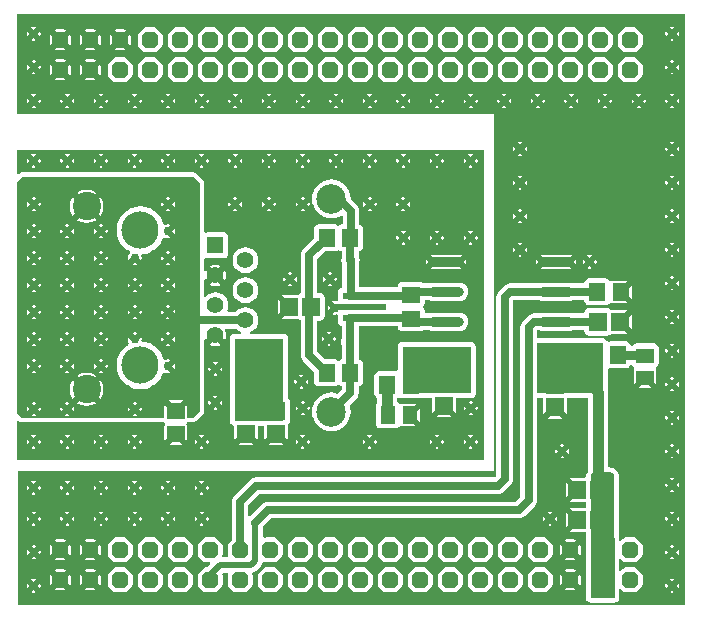
<source format=gbr>
G04 Layer_Physical_Order=1*
G04 Layer_Color=255*
%FSLAX26Y26*%
%MOIN*%
%TF.FileFunction,Copper,L1,Top,Signal*%
%TF.Part,Single*%
G01*
G75*
%TA.AperFunction,SMDPad,CuDef*%
%ADD10R,0.059055X0.062992*%
%ADD11R,0.062992X0.059055*%
%ADD12R,0.059055X0.051181*%
%ADD13R,0.051181X0.059055*%
%ADD14R,0.059055X0.055118*%
%ADD15R,0.055118X0.059055*%
%ADD16O,0.118110X0.031496*%
%ADD17R,0.051181X0.023622*%
%TA.AperFunction,Conductor*%
%ADD18C,0.025000*%
%ADD19C,0.035000*%
%ADD20C,0.030000*%
%ADD21C,0.020000*%
%ADD22R,0.230000X0.157000*%
%ADD23R,0.220000X0.170000*%
%ADD24R,0.164000X0.276000*%
%TA.AperFunction,ComponentPad*%
%ADD25C,0.098425*%
%ADD26C,0.094488*%
%ADD27C,0.124016*%
%ADD28C,0.055118*%
%ADD29R,0.055118X0.055118*%
G04:AMPARAMS|DCode=30|XSize=53.37mil|YSize=53.37mil|CornerRadius=0mil|HoleSize=0mil|Usage=FLASHONLY|Rotation=270.000|XOffset=0mil|YOffset=0mil|HoleType=Round|Shape=Octagon|*
%AMOCTAGOND30*
4,1,8,-0.013342,-0.026685,0.013342,-0.026685,0.026685,-0.013342,0.026685,0.013342,0.013342,0.026685,-0.013342,0.026685,-0.026685,0.013342,-0.026685,-0.013342,-0.013342,-0.026685,0.0*
%
%ADD30OCTAGOND30*%

%TA.AperFunction,ViaPad*%
%ADD31C,0.030000*%
%ADD32C,0.050000*%
G36*
X625000Y-577000D02*
Y-1069000D01*
X625000Y-1337000D01*
X602000Y-1359999D01*
X582556D01*
Y-1314591D01*
X553928Y-1343219D01*
X545000Y-1334291D01*
X536071Y-1343219D01*
X507444Y-1314592D01*
Y-1360000D01*
X32001Y-1360001D01*
X15293Y-1343293D01*
Y-574707D01*
X33000Y-557000D01*
X605000D01*
X625000Y-577000D01*
D02*
G37*
G36*
X1574000Y-1499000D02*
X15293D01*
Y-1371455D01*
X19913Y-1369542D01*
X21186Y-1370815D01*
X26148Y-1374130D01*
X26148Y-1374130D01*
X29353Y-1374768D01*
X32000Y-1375295D01*
X505647Y-1375294D01*
X508063Y-1376908D01*
X509320Y-1380431D01*
X509019Y-1382927D01*
X508055Y-1384369D01*
X507444Y-1387441D01*
Y-1436668D01*
X536071Y-1408041D01*
X545000Y-1416969D01*
X553928Y-1408041D01*
X582556Y-1436669D01*
Y-1387441D01*
X581945Y-1384369D01*
X580981Y-1382927D01*
X580680Y-1380431D01*
X581937Y-1376908D01*
X584354Y-1375293D01*
X602000D01*
X607853Y-1374129D01*
X612815Y-1370814D01*
X635815Y-1347814D01*
X639130Y-1342852D01*
X640294Y-1337000D01*
X640294Y-1099930D01*
X645294Y-1098935D01*
X646678Y-1102277D01*
X670915Y-1078041D01*
X677875Y-1085000D01*
X684834Y-1078041D01*
X709070Y-1102276D01*
X712395Y-1094250D01*
X713613Y-1085000D01*
X712395Y-1075750D01*
X709076Y-1067737D01*
X710875Y-1062973D01*
X710991Y-1062737D01*
X745513D01*
X747521Y-1065353D01*
X756411Y-1072175D01*
X762521Y-1074706D01*
X761527Y-1079706D01*
X741000D01*
X735147Y-1080870D01*
X730186Y-1084186D01*
X726870Y-1089147D01*
X725706Y-1095000D01*
Y-1371000D01*
X726870Y-1376853D01*
X730186Y-1381814D01*
X735147Y-1385130D01*
X740476Y-1386190D01*
Y-1436039D01*
X771072Y-1405443D01*
X780000Y-1414371D01*
X788928Y-1405443D01*
X819524Y-1436039D01*
Y-1386294D01*
X840476D01*
Y-1436039D01*
X871072Y-1405443D01*
X880000Y-1414371D01*
X888928Y-1405443D01*
X919524Y-1436039D01*
Y-1382874D01*
X918985Y-1380162D01*
X922310Y-1377940D01*
X925626Y-1372979D01*
X926790Y-1367126D01*
Y-1308071D01*
X925626Y-1302218D01*
X922310Y-1297256D01*
X920294Y-1295909D01*
Y-1095000D01*
X919130Y-1089147D01*
X915814Y-1084186D01*
X910853Y-1080870D01*
X905000Y-1079706D01*
X794222D01*
X793227Y-1074706D01*
X799337Y-1072175D01*
X808227Y-1065353D01*
X815049Y-1056463D01*
X819338Y-1046110D01*
X820800Y-1035000D01*
X819338Y-1023890D01*
X815049Y-1013537D01*
X808227Y-1004647D01*
X799337Y-997825D01*
X788984Y-993537D01*
X777874Y-992074D01*
X766764Y-993537D01*
X756411Y-997825D01*
X747521Y-1004647D01*
X745513Y-1007263D01*
X720130D01*
X716789Y-1002263D01*
X719338Y-996110D01*
X720800Y-985000D01*
X719338Y-973890D01*
X715049Y-963537D01*
X708227Y-954647D01*
X699337Y-947825D01*
X688984Y-943537D01*
X677874Y-942074D01*
X666764Y-943537D01*
X656411Y-947825D01*
X647521Y-954647D01*
X645294Y-957549D01*
X640294Y-955851D01*
Y-899929D01*
X645294Y-898935D01*
X646678Y-902277D01*
X663955Y-885000D01*
X646678Y-867723D01*
X645294Y-871065D01*
X640294Y-870071D01*
Y-829410D01*
X645294Y-826854D01*
X650315Y-827853D01*
X705433D01*
X711286Y-826689D01*
X716247Y-823373D01*
X719563Y-818412D01*
X720727Y-812559D01*
Y-757441D01*
X719563Y-751588D01*
X716247Y-746627D01*
X711286Y-743311D01*
X705433Y-742147D01*
X650315D01*
X645294Y-743146D01*
X640294Y-740590D01*
Y-577000D01*
X639130Y-571147D01*
X635814Y-566186D01*
X615814Y-546186D01*
X610853Y-542870D01*
X605000Y-541706D01*
X33000D01*
X27147Y-542870D01*
X22186Y-546186D01*
X19913Y-548458D01*
X15293Y-546545D01*
Y-466000D01*
X1574000D01*
Y-1499000D01*
D02*
G37*
G36*
X2242581Y-1984707D02*
X18000D01*
X18001Y-1536638D01*
X1604999Y-1535698D01*
X1605001Y-347000D01*
X15293Y-347000D01*
Y-15293D01*
X2242581D01*
Y-1984707D01*
D02*
G37*
%LPC*%
G36*
X247953Y-1209524D02*
X233564Y-1211419D01*
X220156Y-1216973D01*
X216518Y-1219764D01*
X247953Y-1251200D01*
X279388Y-1219765D01*
X275750Y-1216973D01*
X262341Y-1211419D01*
X247953Y-1209524D01*
D02*
G37*
G36*
X72000Y-1201919D02*
X64157Y-1209762D01*
X72000Y-1211322D01*
X79843Y-1209762D01*
X72000Y-1201919D01*
D02*
G37*
G36*
X202599Y-1233684D02*
X199807Y-1237321D01*
X194253Y-1250729D01*
X192359Y-1265118D01*
X194253Y-1279507D01*
X199807Y-1292915D01*
X202599Y-1296554D01*
X234034Y-1265119D01*
X202599Y-1233684D01*
D02*
G37*
G36*
X293308Y-1233684D02*
X261873Y-1265119D01*
X293307Y-1296553D01*
X296098Y-1292915D01*
X301652Y-1279507D01*
X303546Y-1265118D01*
X301652Y-1250729D01*
X296098Y-1237321D01*
X293308Y-1233684D01*
D02*
G37*
G36*
X72000Y-1164678D02*
X64157Y-1166238D01*
X72000Y-1174081D01*
X79843Y-1166238D01*
X72000Y-1164678D01*
D02*
G37*
G36*
X541762Y-1180157D02*
X533919Y-1188000D01*
X541762Y-1195843D01*
X543322Y-1188000D01*
X541762Y-1180157D01*
D02*
G37*
G36*
X205762D02*
X197919Y-1188000D01*
X205762Y-1195843D01*
X207322Y-1188000D01*
X205762Y-1180157D01*
D02*
G37*
G36*
X317762D02*
X309919Y-1188000D01*
X317762Y-1195843D01*
X319322Y-1188000D01*
X317762Y-1180157D01*
D02*
G37*
G36*
X184000Y-1164678D02*
X176157Y-1166238D01*
X184000Y-1174081D01*
X191843Y-1166238D01*
X184000Y-1164678D01*
D02*
G37*
G36*
X296000D02*
X288157Y-1166238D01*
X296000Y-1174081D01*
X303843Y-1166238D01*
X296000Y-1164678D01*
D02*
G37*
G36*
X386238Y-1090157D02*
X384678Y-1098000D01*
X386453Y-1106925D01*
X388748Y-1110360D01*
X387109Y-1116906D01*
X384949Y-1118060D01*
X383785Y-1119016D01*
X382456Y-1119726D01*
X372715Y-1127721D01*
X371759Y-1128885D01*
X370595Y-1129841D01*
X362600Y-1139582D01*
X361890Y-1140911D01*
X360934Y-1142075D01*
X354994Y-1153189D01*
X354556Y-1154631D01*
X353846Y-1155959D01*
X350188Y-1168019D01*
X350040Y-1169518D01*
X349603Y-1170959D01*
X348368Y-1183501D01*
X348442Y-1184256D01*
X348294Y-1185000D01*
X348442Y-1185744D01*
X348368Y-1186499D01*
X349603Y-1199041D01*
X350040Y-1200482D01*
X350188Y-1201981D01*
X353846Y-1214041D01*
X354556Y-1215370D01*
X354994Y-1216811D01*
X360934Y-1227925D01*
X361890Y-1229090D01*
X362600Y-1230418D01*
X370595Y-1240159D01*
X371759Y-1241115D01*
X372715Y-1242279D01*
X382456Y-1250274D01*
X383785Y-1250985D01*
X384949Y-1251940D01*
X396063Y-1257880D01*
X397505Y-1258318D01*
X398833Y-1259028D01*
X410893Y-1262686D01*
X412392Y-1262834D01*
X413834Y-1263271D01*
X426375Y-1264506D01*
X427874Y-1264359D01*
X429373Y-1264506D01*
X441915Y-1263271D01*
X443356Y-1262834D01*
X444855Y-1262686D01*
X456915Y-1259028D01*
X458244Y-1258318D01*
X459685Y-1257880D01*
X470799Y-1251940D01*
X471964Y-1250984D01*
X473292Y-1250274D01*
X483034Y-1242279D01*
X483989Y-1241115D01*
X485154Y-1240159D01*
X493148Y-1230418D01*
X493859Y-1229089D01*
X494814Y-1227925D01*
X500755Y-1216811D01*
X501192Y-1215369D01*
X501902Y-1214041D01*
X503363Y-1209224D01*
X508071Y-1207540D01*
X511075Y-1209547D01*
X520000Y-1211322D01*
X527843Y-1209762D01*
X513040Y-1194960D01*
X520000Y-1188000D01*
X513040Y-1181040D01*
X527843Y-1166238D01*
X520000Y-1164678D01*
X511075Y-1166453D01*
X510305Y-1166967D01*
X504578Y-1164781D01*
X501902Y-1155959D01*
X501192Y-1154630D01*
X500755Y-1153189D01*
X494814Y-1142075D01*
X493858Y-1140910D01*
X493148Y-1139582D01*
X485154Y-1129841D01*
X483989Y-1128885D01*
X483034Y-1127721D01*
X473292Y-1119726D01*
X471963Y-1119015D01*
X470799Y-1118060D01*
X459685Y-1112120D01*
X458243Y-1111682D01*
X456915Y-1110972D01*
X444855Y-1107314D01*
X443356Y-1107166D01*
X441915Y-1106729D01*
X433527Y-1105903D01*
X430549Y-1101887D01*
X431322Y-1098000D01*
X429762Y-1090157D01*
X414960Y-1104960D01*
X408000Y-1098000D01*
X401040Y-1104960D01*
X386238Y-1090157D01*
D02*
G37*
G36*
X184000Y-1201919D02*
X176157Y-1209762D01*
X184000Y-1211322D01*
X191843Y-1209762D01*
X184000Y-1201919D01*
D02*
G37*
G36*
X296000D02*
X288157Y-1209762D01*
X296000Y-1211322D01*
X303843Y-1209762D01*
X296000Y-1201919D01*
D02*
G37*
G36*
X274238Y-1180157D02*
X272678Y-1188000D01*
X274238Y-1195843D01*
X282081Y-1188000D01*
X274238Y-1180157D01*
D02*
G37*
G36*
X93762D02*
X85919Y-1188000D01*
X93762Y-1195843D01*
X95322Y-1188000D01*
X93762Y-1180157D01*
D02*
G37*
G36*
X162238D02*
X160678Y-1188000D01*
X162238Y-1195843D01*
X170081Y-1188000D01*
X162238Y-1180157D01*
D02*
G37*
G36*
X50238D02*
X48678Y-1188000D01*
X50238Y-1195843D01*
X58081Y-1188000D01*
X50238Y-1180157D01*
D02*
G37*
G36*
X408000Y-1307678D02*
X400157Y-1309238D01*
X408000Y-1317081D01*
X415843Y-1309238D01*
X408000Y-1307678D01*
D02*
G37*
G36*
X72000Y-1344919D02*
X64157Y-1352762D01*
X72000Y-1354322D01*
X79843Y-1352762D01*
X72000Y-1344919D01*
D02*
G37*
G36*
X184000D02*
X176157Y-1352762D01*
X184000Y-1354322D01*
X191843Y-1352762D01*
X184000Y-1344919D01*
D02*
G37*
G36*
X72000Y-1307678D02*
X64157Y-1309238D01*
X72000Y-1317081D01*
X79843Y-1309238D01*
X72000Y-1307678D01*
D02*
G37*
G36*
X184000D02*
X176157Y-1309238D01*
X184000Y-1317081D01*
X191843Y-1309238D01*
X184000Y-1307678D01*
D02*
G37*
G36*
X568636Y-1300672D02*
X521364D01*
X545000Y-1324309D01*
X568636Y-1300672D01*
D02*
G37*
G36*
X247953Y-1279038D02*
X216519Y-1310473D01*
X220156Y-1313264D01*
X233564Y-1318818D01*
X247953Y-1320712D01*
X262341Y-1318818D01*
X275750Y-1313264D01*
X279387Y-1310472D01*
X247953Y-1279038D01*
D02*
G37*
G36*
X429762Y-1323157D02*
X421919Y-1331000D01*
X429762Y-1338843D01*
X431322Y-1331000D01*
X429762Y-1323157D01*
D02*
G37*
G36*
X408000Y-1344919D02*
X400157Y-1352762D01*
X408000Y-1354322D01*
X415843Y-1352762D01*
X408000Y-1344919D01*
D02*
G37*
G36*
X50238Y-1323157D02*
X48678Y-1331000D01*
X50238Y-1338843D01*
X58081Y-1331000D01*
X50238Y-1323157D01*
D02*
G37*
G36*
X93762D02*
X85919Y-1331000D01*
X93762Y-1338843D01*
X95322Y-1331000D01*
X93762Y-1323157D01*
D02*
G37*
G36*
X205762D02*
X197919Y-1331000D01*
X205762Y-1338843D01*
X207322Y-1331000D01*
X205762Y-1323157D01*
D02*
G37*
G36*
X162238D02*
X160678Y-1331000D01*
X162238Y-1338843D01*
X170081Y-1331000D01*
X162238Y-1323157D01*
D02*
G37*
G36*
X386238D02*
X384678Y-1331000D01*
X386238Y-1338843D01*
X394081Y-1331000D01*
X386238Y-1323157D01*
D02*
G37*
G36*
X274238Y-910157D02*
X272678Y-918000D01*
X274238Y-925843D01*
X282081Y-918000D01*
X274238Y-910157D01*
D02*
G37*
G36*
X386238D02*
X384678Y-918000D01*
X386238Y-925843D01*
X394081Y-918000D01*
X386238Y-910157D01*
D02*
G37*
G36*
X50238D02*
X48678Y-918000D01*
X50238Y-925843D01*
X58081Y-918000D01*
X50238Y-910157D01*
D02*
G37*
G36*
X520000Y-931919D02*
X512157Y-939762D01*
X520000Y-941322D01*
X527843Y-939762D01*
X520000Y-931919D01*
D02*
G37*
G36*
X317762Y-910157D02*
X309919Y-918000D01*
X317762Y-925843D01*
X319322Y-918000D01*
X317762Y-910157D01*
D02*
G37*
G36*
X429762D02*
X421919Y-918000D01*
X429762Y-925843D01*
X431322Y-918000D01*
X429762Y-910157D01*
D02*
G37*
G36*
X205762D02*
X197919Y-918000D01*
X205762Y-925843D01*
X207322Y-918000D01*
X205762Y-910157D01*
D02*
G37*
G36*
X498238D02*
X496678Y-918000D01*
X498238Y-925843D01*
X506081Y-918000D01*
X498238Y-910157D01*
D02*
G37*
G36*
X162238D02*
X160678Y-918000D01*
X162238Y-925843D01*
X170081Y-918000D01*
X162238Y-910157D01*
D02*
G37*
G36*
X520000Y-984678D02*
X512157Y-986238D01*
X520000Y-994081D01*
X527843Y-986238D01*
X520000Y-984678D01*
D02*
G37*
G36*
X408000D02*
X400157Y-986238D01*
X408000Y-994081D01*
X415843Y-986238D01*
X408000Y-984678D01*
D02*
G37*
G36*
X184000D02*
X176157Y-986238D01*
X184000Y-994081D01*
X191843Y-986238D01*
X184000Y-984678D01*
D02*
G37*
G36*
X296000D02*
X288157Y-986238D01*
X296000Y-994081D01*
X303843Y-986238D01*
X296000Y-984678D01*
D02*
G37*
G36*
Y-931919D02*
X288157Y-939762D01*
X296000Y-941322D01*
X303843Y-939762D01*
X296000Y-931919D01*
D02*
G37*
G36*
X408000D02*
X400157Y-939762D01*
X408000Y-941322D01*
X415843Y-939762D01*
X408000Y-931919D01*
D02*
G37*
G36*
X184000D02*
X176157Y-939762D01*
X184000Y-941322D01*
X191843Y-939762D01*
X184000Y-931919D01*
D02*
G37*
G36*
X72000D02*
X64157Y-939762D01*
X72000Y-941322D01*
X79843Y-939762D01*
X72000Y-931919D01*
D02*
G37*
G36*
X520000Y-894678D02*
X512157Y-896238D01*
X520000Y-904081D01*
X527843Y-896238D01*
X520000Y-894678D01*
D02*
G37*
G36*
X408000D02*
X400157Y-896238D01*
X408000Y-904081D01*
X415843Y-896238D01*
X408000Y-894678D01*
D02*
G37*
G36*
X184000D02*
X176157Y-896238D01*
X184000Y-904081D01*
X191843Y-896238D01*
X184000Y-894678D01*
D02*
G37*
G36*
X296000D02*
X288157Y-896238D01*
X296000Y-904081D01*
X303843Y-896238D01*
X296000Y-894678D01*
D02*
G37*
G36*
X541762Y-910157D02*
X533919Y-918000D01*
X541762Y-925843D01*
X543322Y-918000D01*
X541762Y-910157D01*
D02*
G37*
G36*
X93762D02*
X85919Y-918000D01*
X93762Y-925843D01*
X95322Y-918000D01*
X93762Y-910157D01*
D02*
G37*
G36*
X72000Y-894678D02*
X64157Y-896238D01*
X72000Y-904081D01*
X79843Y-896238D01*
X72000Y-894678D01*
D02*
G37*
G36*
Y-1074678D02*
X64157Y-1076238D01*
X72000Y-1084081D01*
X79843Y-1076238D01*
X72000Y-1074678D01*
D02*
G37*
G36*
X184000D02*
X176157Y-1076238D01*
X184000Y-1084081D01*
X191843Y-1076238D01*
X184000Y-1074678D01*
D02*
G37*
G36*
X541762Y-1090157D02*
X533919Y-1098000D01*
X541762Y-1105843D01*
X543322Y-1098000D01*
X541762Y-1090157D01*
D02*
G37*
G36*
X205762D02*
X197919Y-1098000D01*
X205762Y-1105843D01*
X207322Y-1098000D01*
X205762Y-1090157D01*
D02*
G37*
G36*
X317762D02*
X309919Y-1098000D01*
X317762Y-1105843D01*
X319322Y-1098000D01*
X317762Y-1090157D01*
D02*
G37*
G36*
X520000Y-1074678D02*
X512157Y-1076238D01*
X520000Y-1084081D01*
X527843Y-1076238D01*
X520000Y-1074678D01*
D02*
G37*
G36*
X296000D02*
X288157Y-1076238D01*
X296000Y-1084081D01*
X303843Y-1076238D01*
X296000Y-1074678D01*
D02*
G37*
G36*
X408000D02*
X400157Y-1076238D01*
X408000Y-1084081D01*
X415843Y-1076238D01*
X408000Y-1074678D01*
D02*
G37*
G36*
X520000Y-1111919D02*
X512157Y-1119762D01*
X520000Y-1121322D01*
X527843Y-1119762D01*
X520000Y-1111919D01*
D02*
G37*
G36*
X296000D02*
X288157Y-1119762D01*
X296000Y-1121322D01*
X303843Y-1119762D01*
X296000Y-1111919D01*
D02*
G37*
G36*
X72000D02*
X64157Y-1119762D01*
X72000Y-1121322D01*
X79843Y-1119762D01*
X72000Y-1111919D01*
D02*
G37*
G36*
X184000D02*
X176157Y-1119762D01*
X184000Y-1121322D01*
X191843Y-1119762D01*
X184000Y-1111919D01*
D02*
G37*
G36*
X498238Y-1090157D02*
X496678Y-1098000D01*
X498238Y-1105843D01*
X506081Y-1098000D01*
X498238Y-1090157D01*
D02*
G37*
G36*
X93762D02*
X85919Y-1098000D01*
X93762Y-1105843D01*
X95322Y-1098000D01*
X93762Y-1090157D01*
D02*
G37*
G36*
X274238D02*
X272678Y-1098000D01*
X274238Y-1105843D01*
X282081Y-1098000D01*
X274238Y-1090157D01*
D02*
G37*
G36*
X50238D02*
X48678Y-1098000D01*
X50238Y-1105843D01*
X58081Y-1098000D01*
X50238Y-1090157D01*
D02*
G37*
G36*
X162238D02*
X160678Y-1098000D01*
X162238Y-1105843D01*
X170081Y-1098000D01*
X162238Y-1090157D01*
D02*
G37*
G36*
X205762Y-1000157D02*
X197919Y-1008000D01*
X205762Y-1015843D01*
X207322Y-1008000D01*
X205762Y-1000157D01*
D02*
G37*
G36*
X317762D02*
X309919Y-1008000D01*
X317762Y-1015843D01*
X319322Y-1008000D01*
X317762Y-1000157D01*
D02*
G37*
G36*
X93762D02*
X85919Y-1008000D01*
X93762Y-1015843D01*
X95322Y-1008000D01*
X93762Y-1000157D01*
D02*
G37*
G36*
X274238D02*
X272678Y-1008000D01*
X274238Y-1015843D01*
X282081Y-1008000D01*
X274238Y-1000157D01*
D02*
G37*
G36*
X386238D02*
X384678Y-1008000D01*
X386238Y-1015843D01*
X394081Y-1008000D01*
X386238Y-1000157D01*
D02*
G37*
G36*
X72000Y-984678D02*
X64157Y-986238D01*
X72000Y-994081D01*
X79843Y-986238D01*
X72000Y-984678D01*
D02*
G37*
G36*
X429762Y-1000157D02*
X421919Y-1008000D01*
X429762Y-1015843D01*
X431322Y-1008000D01*
X429762Y-1000157D01*
D02*
G37*
G36*
X541762D02*
X533919Y-1008000D01*
X541762Y-1015843D01*
X543322Y-1008000D01*
X541762Y-1000157D01*
D02*
G37*
G36*
X184000Y-1021919D02*
X176157Y-1029762D01*
X184000Y-1031322D01*
X191843Y-1029762D01*
X184000Y-1021919D01*
D02*
G37*
G36*
X296000D02*
X288157Y-1029762D01*
X296000Y-1031322D01*
X303843Y-1029762D01*
X296000Y-1021919D01*
D02*
G37*
G36*
X72000D02*
X64157Y-1029762D01*
X72000Y-1031322D01*
X79843Y-1029762D01*
X72000Y-1021919D01*
D02*
G37*
G36*
X50238Y-1000157D02*
X48678Y-1008000D01*
X50238Y-1015843D01*
X58081Y-1008000D01*
X50238Y-1000157D01*
D02*
G37*
G36*
X162238D02*
X160678Y-1008000D01*
X162238Y-1015843D01*
X170081Y-1008000D01*
X162238Y-1000157D01*
D02*
G37*
G36*
X498238D02*
X496678Y-1008000D01*
X498238Y-1015843D01*
X506081Y-1008000D01*
X498238Y-1000157D01*
D02*
G37*
G36*
X408000Y-1021919D02*
X400157Y-1029762D01*
X408000Y-1031322D01*
X415843Y-1029762D01*
X408000Y-1021919D01*
D02*
G37*
G36*
X520000D02*
X512157Y-1029762D01*
X520000Y-1031322D01*
X527843Y-1029762D01*
X520000Y-1021919D01*
D02*
G37*
G36*
X541762Y-730157D02*
X533919Y-738000D01*
X541762Y-745843D01*
X543322Y-738000D01*
X541762Y-730157D01*
D02*
G37*
G36*
X72000Y-714678D02*
X64157Y-716238D01*
X72000Y-724081D01*
X79843Y-716238D01*
X72000Y-714678D01*
D02*
G37*
G36*
X205762Y-730157D02*
X197919Y-738000D01*
X205762Y-745843D01*
X207322Y-738000D01*
X205762Y-730157D01*
D02*
G37*
G36*
X317762D02*
X309919Y-738000D01*
X317762Y-745843D01*
X319322Y-738000D01*
X317762Y-730157D01*
D02*
G37*
G36*
X184000Y-714678D02*
X176157Y-716238D01*
X184000Y-724081D01*
X191843Y-716238D01*
X184000Y-714678D01*
D02*
G37*
G36*
X296000D02*
X288157Y-716238D01*
X296000Y-724081D01*
X303843Y-716238D01*
X296000Y-714678D01*
D02*
G37*
G36*
X93762Y-730157D02*
X85919Y-738000D01*
X93762Y-745843D01*
X95322Y-738000D01*
X93762Y-730157D01*
D02*
G37*
G36*
X296000Y-751919D02*
X288157Y-759762D01*
X296000Y-761322D01*
X303843Y-759762D01*
X296000Y-751919D01*
D02*
G37*
G36*
X72000D02*
X64157Y-759762D01*
X72000Y-761322D01*
X79843Y-759762D01*
X72000Y-751919D01*
D02*
G37*
G36*
X184000D02*
X176157Y-759762D01*
X184000Y-761322D01*
X191843Y-759762D01*
X184000Y-751919D01*
D02*
G37*
G36*
X50238Y-730157D02*
X48678Y-738000D01*
X50238Y-745843D01*
X58081Y-738000D01*
X50238Y-730157D01*
D02*
G37*
G36*
X274238D02*
X272678Y-738000D01*
X274238Y-745843D01*
X282081Y-738000D01*
X274238Y-730157D01*
D02*
G37*
G36*
X162238D02*
X160678Y-738000D01*
X162238Y-745843D01*
X170081Y-738000D01*
X162238Y-730157D01*
D02*
G37*
G36*
X247953Y-668802D02*
X216518Y-700236D01*
X220156Y-703028D01*
X233564Y-708581D01*
X247953Y-710476D01*
X262341Y-708581D01*
X275750Y-703028D01*
X279387Y-700236D01*
X247953Y-668802D01*
D02*
G37*
G36*
X72000Y-661919D02*
X64157Y-669762D01*
X72000Y-671322D01*
X79843Y-669762D01*
X72000Y-661919D01*
D02*
G37*
G36*
X520000D02*
X512157Y-669762D01*
X520000Y-671322D01*
X527843Y-669762D01*
X520000Y-661919D01*
D02*
G37*
G36*
X50238Y-640157D02*
X48678Y-648000D01*
X50238Y-655843D01*
X58081Y-648000D01*
X50238Y-640157D01*
D02*
G37*
G36*
X72000Y-841919D02*
X64157Y-849762D01*
X72000Y-851322D01*
X79843Y-849762D01*
X72000Y-841919D01*
D02*
G37*
G36*
X202599Y-623447D02*
X199807Y-627085D01*
X194253Y-640493D01*
X192359Y-654882D01*
X194253Y-669271D01*
X199807Y-682679D01*
X202599Y-686317D01*
X234033Y-654882D01*
X202599Y-623447D01*
D02*
G37*
G36*
X293307Y-623447D02*
X261872Y-654882D01*
X293307Y-686317D01*
X296098Y-682679D01*
X301652Y-669271D01*
X303546Y-654882D01*
X301652Y-640493D01*
X296098Y-627085D01*
X293307Y-623447D01*
D02*
G37*
G36*
X296000Y-841919D02*
X288157Y-849762D01*
X296000Y-851322D01*
X303843Y-849762D01*
X296000Y-841919D01*
D02*
G37*
G36*
X93762Y-820157D02*
X85919Y-828000D01*
X93762Y-835843D01*
X95322Y-828000D01*
X93762Y-820157D01*
D02*
G37*
G36*
X162238D02*
X160678Y-828000D01*
X162238Y-835843D01*
X170081Y-828000D01*
X162238Y-820157D01*
D02*
G37*
G36*
X274238D02*
X272678Y-828000D01*
X274238Y-835843D01*
X282081Y-828000D01*
X274238Y-820157D01*
D02*
G37*
G36*
X205762D02*
X197919Y-828000D01*
X205762Y-835843D01*
X207322Y-828000D01*
X205762Y-820157D01*
D02*
G37*
G36*
X317762D02*
X309919Y-828000D01*
X317762Y-835843D01*
X319322Y-828000D01*
X317762Y-820157D01*
D02*
G37*
G36*
X541762D02*
X533919Y-828000D01*
X541762Y-835843D01*
X543322Y-828000D01*
X541762Y-820157D01*
D02*
G37*
G36*
X50238D02*
X48678Y-828000D01*
X50238Y-835843D01*
X58081Y-828000D01*
X50238Y-820157D01*
D02*
G37*
G36*
X498238D02*
X496678Y-828000D01*
X498238Y-835843D01*
X506081Y-828000D01*
X498238Y-820157D01*
D02*
G37*
G36*
X520000Y-841919D02*
X512157Y-849762D01*
X520000Y-851322D01*
X527843Y-849762D01*
X520000Y-841919D01*
D02*
G37*
G36*
X408000D02*
X400157Y-849762D01*
X408000Y-851322D01*
X415843Y-849762D01*
X408000Y-841919D01*
D02*
G37*
G36*
X184000D02*
X176157Y-849762D01*
X184000Y-851322D01*
X191843Y-849762D01*
X184000Y-841919D01*
D02*
G37*
G36*
X296000Y-804678D02*
X288157Y-806238D01*
X296000Y-814081D01*
X303843Y-806238D01*
X296000Y-804678D01*
D02*
G37*
G36*
X520000D02*
X512157Y-806238D01*
X520000Y-814081D01*
X527843Y-806238D01*
X520000Y-804678D01*
D02*
G37*
G36*
X72000D02*
X64157Y-806238D01*
X72000Y-814081D01*
X79843Y-806238D01*
X72000Y-804678D01*
D02*
G37*
G36*
X184000D02*
X176157Y-806238D01*
X184000Y-814081D01*
X191843Y-806238D01*
X184000Y-804678D01*
D02*
G37*
G36*
X429373Y-655494D02*
X427874Y-655641D01*
X426375Y-655494D01*
X413834Y-656729D01*
X412392Y-657166D01*
X410893Y-657314D01*
X398833Y-660972D01*
X397505Y-661682D01*
X396063Y-662120D01*
X384949Y-668060D01*
X383785Y-669016D01*
X382456Y-669726D01*
X372715Y-677721D01*
X371759Y-678885D01*
X370595Y-679841D01*
X362600Y-689582D01*
X361890Y-690911D01*
X360934Y-692075D01*
X354994Y-703189D01*
X354556Y-704631D01*
X353846Y-705959D01*
X350188Y-718019D01*
X350040Y-719518D01*
X349603Y-720959D01*
X348368Y-733501D01*
X348442Y-734256D01*
X348294Y-735000D01*
X348442Y-735744D01*
X348368Y-736499D01*
X349603Y-749041D01*
X350040Y-750482D01*
X350188Y-751981D01*
X353846Y-764041D01*
X354556Y-765370D01*
X354994Y-766811D01*
X360934Y-777925D01*
X361890Y-779090D01*
X362600Y-780418D01*
X370595Y-790159D01*
X371759Y-791115D01*
X372715Y-792279D01*
X382456Y-800274D01*
X383785Y-800985D01*
X384949Y-801940D01*
X391550Y-805468D01*
X391836Y-811290D01*
X391509Y-811509D01*
X386453Y-819075D01*
X384678Y-828000D01*
X386238Y-835843D01*
X401040Y-821040D01*
X408000Y-828000D01*
X414960Y-821040D01*
X429762Y-835843D01*
X431322Y-828000D01*
X429613Y-819406D01*
X429649Y-818896D01*
X432314Y-814217D01*
X441915Y-813271D01*
X443356Y-812834D01*
X444855Y-812686D01*
X456915Y-809028D01*
X458244Y-808318D01*
X459685Y-807880D01*
X470799Y-801940D01*
X471964Y-800984D01*
X473292Y-800274D01*
X483034Y-792279D01*
X483989Y-791115D01*
X485154Y-790159D01*
X493148Y-780418D01*
X493859Y-779089D01*
X494814Y-777925D01*
X500755Y-766811D01*
X501192Y-765369D01*
X501902Y-764041D01*
X503363Y-759224D01*
X508071Y-757539D01*
X511075Y-759547D01*
X520000Y-761322D01*
X527843Y-759762D01*
X513040Y-744960D01*
X520000Y-738000D01*
X513040Y-731040D01*
X527843Y-716238D01*
X520000Y-714678D01*
X511075Y-716453D01*
X510305Y-716967D01*
X504578Y-714781D01*
X501902Y-705959D01*
X501192Y-704630D01*
X500755Y-703189D01*
X494814Y-692075D01*
X493858Y-690910D01*
X493148Y-689582D01*
X485154Y-679841D01*
X483989Y-678885D01*
X483034Y-677721D01*
X473292Y-669726D01*
X471963Y-669015D01*
X470799Y-668060D01*
X459685Y-662120D01*
X458243Y-661682D01*
X456915Y-660972D01*
X444855Y-657314D01*
X443356Y-657166D01*
X441915Y-656729D01*
X429373Y-655494D01*
D02*
G37*
G36*
X93762Y-640157D02*
X85919Y-648000D01*
X93762Y-655843D01*
X95322Y-648000D01*
X93762Y-640157D01*
D02*
G37*
G36*
X541762D02*
X533919Y-648000D01*
X541762Y-655843D01*
X543322Y-648000D01*
X541762Y-640157D01*
D02*
G37*
G36*
X247953Y-599288D02*
X233564Y-601183D01*
X220156Y-606736D01*
X216518Y-609528D01*
X247953Y-640963D01*
X279388Y-609528D01*
X275750Y-606736D01*
X262341Y-601183D01*
X247953Y-599288D01*
D02*
G37*
G36*
X72000Y-624678D02*
X64157Y-626238D01*
X72000Y-634081D01*
X79843Y-626238D01*
X72000Y-624678D01*
D02*
G37*
G36*
X520000D02*
X512157Y-626238D01*
X520000Y-634081D01*
X527843Y-626238D01*
X520000Y-624678D01*
D02*
G37*
G36*
X498238Y-640157D02*
X496678Y-648000D01*
X498238Y-655843D01*
X506081Y-648000D01*
X498238Y-640157D01*
D02*
G37*
G36*
X942238Y-1231157D02*
X940678Y-1239000D01*
X942238Y-1246843D01*
X950081Y-1239000D01*
X942238Y-1231157D01*
D02*
G37*
G36*
X985762D02*
X977919Y-1239000D01*
X985762Y-1246843D01*
X987322Y-1239000D01*
X985762Y-1231157D01*
D02*
G37*
G36*
X677875Y-1210920D02*
X670032Y-1218762D01*
X677875Y-1220322D01*
X685717Y-1218762D01*
X677875Y-1210920D01*
D02*
G37*
G36*
X964000Y-1215678D02*
X956157Y-1217238D01*
X964000Y-1225081D01*
X971843Y-1217238D01*
X964000Y-1215678D01*
D02*
G37*
G36*
X1528000Y-1304678D02*
X1520157Y-1306238D01*
X1528000Y-1314081D01*
X1535843Y-1306238D01*
X1528000Y-1304678D01*
D02*
G37*
G36*
X968000D02*
X960157Y-1306238D01*
X968000Y-1314081D01*
X975843Y-1306238D01*
X968000Y-1304678D01*
D02*
G37*
G36*
X656112Y-1301158D02*
X654553Y-1309000D01*
X656112Y-1316843D01*
X663955Y-1309000D01*
X656112Y-1301158D01*
D02*
G37*
G36*
X699637D02*
X691794Y-1309000D01*
X699637Y-1316843D01*
X701197Y-1309000D01*
X699637Y-1301158D01*
D02*
G37*
G36*
X964000Y-1252919D02*
X956157Y-1260762D01*
X964000Y-1262322D01*
X971843Y-1260762D01*
X964000Y-1252919D01*
D02*
G37*
G36*
X677875Y-1285678D02*
X670032Y-1287238D01*
X677875Y-1295081D01*
X685717Y-1287238D01*
X677875Y-1285678D01*
D02*
G37*
G36*
Y-1173678D02*
X670032Y-1175238D01*
X677875Y-1183081D01*
X685717Y-1175238D01*
X677875Y-1173678D01*
D02*
G37*
G36*
X1530000Y-1107706D02*
X1300000D01*
X1294147Y-1108870D01*
X1289186Y-1112186D01*
X1285870Y-1117147D01*
X1284706Y-1123000D01*
Y-1201377D01*
X1279706Y-1205480D01*
X1278189Y-1205179D01*
X1223071D01*
X1217218Y-1206343D01*
X1212256Y-1209658D01*
X1208941Y-1214620D01*
X1207777Y-1220473D01*
Y-1279527D01*
X1208941Y-1285380D01*
X1212256Y-1290342D01*
X1217218Y-1293657D01*
X1217849Y-1293783D01*
Y-1308552D01*
X1216194Y-1309658D01*
X1212878Y-1314620D01*
X1211714Y-1320473D01*
Y-1379527D01*
X1212878Y-1385380D01*
X1216194Y-1390342D01*
X1221155Y-1393657D01*
X1227008Y-1394821D01*
X1278189D01*
X1284042Y-1393657D01*
X1289003Y-1390342D01*
X1291278Y-1386937D01*
X1294801Y-1385680D01*
X1297297Y-1385981D01*
X1298739Y-1386945D01*
X1301811Y-1387556D01*
X1347100D01*
X1320441Y-1360897D01*
X1331338Y-1350000D01*
X1320441Y-1339103D01*
X1347101Y-1312444D01*
X1301811D01*
X1298739Y-1313055D01*
X1297297Y-1314019D01*
X1294801Y-1314320D01*
X1291278Y-1313063D01*
X1289003Y-1309658D01*
X1284042Y-1306343D01*
X1283410Y-1306217D01*
Y-1293783D01*
X1284042Y-1293657D01*
X1288911Y-1290403D01*
X1289186Y-1290814D01*
X1294147Y-1294130D01*
X1300000Y-1295294D01*
X1400476D01*
Y-1343637D01*
X1431071Y-1313041D01*
X1440000Y-1321969D01*
X1448928Y-1313041D01*
X1479524Y-1343638D01*
Y-1295294D01*
X1530000D01*
X1535853Y-1294130D01*
X1540814Y-1290814D01*
X1544130Y-1285853D01*
X1545294Y-1280000D01*
Y-1123000D01*
X1544130Y-1117147D01*
X1540814Y-1112186D01*
X1535853Y-1108870D01*
X1530000Y-1107706D01*
D02*
G37*
G36*
X656112Y-1189158D02*
X654553Y-1197000D01*
X656112Y-1204843D01*
X663955Y-1197000D01*
X656112Y-1189158D01*
D02*
G37*
G36*
X699637D02*
X691794Y-1197000D01*
X699637Y-1204843D01*
X701197Y-1197000D01*
X699637Y-1189158D01*
D02*
G37*
G36*
X1361020Y-1326363D02*
X1337383Y-1350000D01*
X1361020Y-1373637D01*
Y-1326363D01*
D02*
G37*
G36*
X1416000Y-1416678D02*
X1408157Y-1418238D01*
X1416000Y-1426081D01*
X1423843Y-1418238D01*
X1416000Y-1416678D01*
D02*
G37*
G36*
X1528000D02*
X1520157Y-1418238D01*
X1528000Y-1426081D01*
X1535843Y-1418238D01*
X1528000Y-1416678D01*
D02*
G37*
G36*
X1440000Y-1331952D02*
X1414396Y-1357556D01*
X1465604D01*
X1440000Y-1331952D01*
D02*
G37*
G36*
X1192000Y-1416678D02*
X1184157Y-1418238D01*
X1192000Y-1426081D01*
X1199843Y-1418238D01*
X1192000Y-1416678D01*
D02*
G37*
G36*
X1549762Y-1432157D02*
X1541919Y-1440000D01*
X1549762Y-1447843D01*
X1551322Y-1440000D01*
X1549762Y-1432157D01*
D02*
G37*
G36*
X72000Y-1416678D02*
X64157Y-1418238D01*
X72000Y-1426081D01*
X79843Y-1418238D01*
X72000Y-1416678D01*
D02*
G37*
G36*
X1213762Y-1432157D02*
X1205919Y-1440000D01*
X1213762Y-1447843D01*
X1215322Y-1440000D01*
X1213762Y-1432157D01*
D02*
G37*
G36*
X1437762D02*
X1429919Y-1440000D01*
X1437762Y-1447843D01*
X1439322Y-1440000D01*
X1437762Y-1432157D01*
D02*
G37*
G36*
X184000Y-1416678D02*
X176157Y-1418238D01*
X184000Y-1426081D01*
X191843Y-1418238D01*
X184000Y-1416678D01*
D02*
G37*
G36*
X632000D02*
X624157Y-1418238D01*
X632000Y-1426081D01*
X639843Y-1418238D01*
X632000Y-1416678D01*
D02*
G37*
G36*
X968000D02*
X960157Y-1418238D01*
X968000Y-1426081D01*
X975843Y-1418238D01*
X968000Y-1416678D01*
D02*
G37*
G36*
X296000D02*
X288157Y-1418238D01*
X296000Y-1426081D01*
X303843Y-1418238D01*
X296000Y-1416678D01*
D02*
G37*
G36*
X408000D02*
X400157Y-1418238D01*
X408000Y-1426081D01*
X415843Y-1418238D01*
X408000Y-1416678D01*
D02*
G37*
G36*
X989762Y-1320157D02*
X981919Y-1328000D01*
X989762Y-1335843D01*
X991322Y-1328000D01*
X989762Y-1320157D01*
D02*
G37*
G36*
X1549762D02*
X1541919Y-1328000D01*
X1549762Y-1335843D01*
X1551322Y-1328000D01*
X1549762Y-1320157D01*
D02*
G37*
G36*
X946238D02*
X944678Y-1328000D01*
X946238Y-1335843D01*
X954081Y-1328000D01*
X946238Y-1320157D01*
D02*
G37*
G36*
X1506238D02*
X1504678Y-1328000D01*
X1506238Y-1335843D01*
X1514081Y-1328000D01*
X1506238Y-1320157D01*
D02*
G37*
G36*
X677875Y-1322920D02*
X670032Y-1330762D01*
X677875Y-1332322D01*
X685717Y-1330762D01*
X677875Y-1322920D01*
D02*
G37*
G36*
X1528000Y-1341919D02*
X1520157Y-1349762D01*
X1528000Y-1351322D01*
X1535843Y-1349762D01*
X1528000Y-1341919D01*
D02*
G37*
G36*
X968000D02*
X960157Y-1349762D01*
X968000Y-1351322D01*
X975843Y-1349762D01*
X968000Y-1341919D01*
D02*
G37*
G36*
X777874Y-892074D02*
X766764Y-893537D01*
X756411Y-897825D01*
X747521Y-904647D01*
X740699Y-913537D01*
X736411Y-923890D01*
X734948Y-935000D01*
X736411Y-946110D01*
X740699Y-956463D01*
X747521Y-965353D01*
X756411Y-972175D01*
X766764Y-976463D01*
X777874Y-977926D01*
X788984Y-976463D01*
X799337Y-972175D01*
X808227Y-965353D01*
X815049Y-956463D01*
X819338Y-946110D01*
X820800Y-935000D01*
X819338Y-923890D01*
X815049Y-913537D01*
X808227Y-904647D01*
X799337Y-897825D01*
X788984Y-893537D01*
X777874Y-892074D01*
D02*
G37*
G36*
X709070Y-867724D02*
X691794Y-885000D01*
X709070Y-902277D01*
X712395Y-894250D01*
X713613Y-885000D01*
X712395Y-875750D01*
X709070Y-867724D01*
D02*
G37*
G36*
X677874Y-849261D02*
X668624Y-850479D01*
X660597Y-853804D01*
X677875Y-871081D01*
X695151Y-853804D01*
X687124Y-850479D01*
X677874Y-849261D01*
D02*
G37*
G36*
X1490236Y-815915D02*
X1403622D01*
X1395144Y-817602D01*
X1410582Y-833040D01*
X1403623Y-840000D01*
X1410582Y-846960D01*
X1395144Y-862398D01*
X1403622Y-864085D01*
X1490236D01*
X1498716Y-862398D01*
X1483277Y-846960D01*
X1490237Y-840000D01*
X1483277Y-833040D01*
X1498716Y-817602D01*
X1490236Y-815915D01*
D02*
G37*
G36*
X777874Y-792074D02*
X766764Y-793537D01*
X756411Y-797825D01*
X747521Y-804647D01*
X740699Y-813537D01*
X736411Y-823890D01*
X734948Y-835000D01*
X736411Y-846110D01*
X740699Y-856463D01*
X747521Y-865353D01*
X756411Y-872175D01*
X766764Y-876463D01*
X777874Y-877926D01*
X788984Y-876463D01*
X799337Y-872175D01*
X808227Y-865353D01*
X815049Y-856463D01*
X819338Y-846110D01*
X820800Y-835000D01*
X819338Y-823890D01*
X815049Y-813537D01*
X808227Y-804647D01*
X799337Y-797825D01*
X788984Y-793537D01*
X777874Y-792074D01*
D02*
G37*
G36*
X927000Y-874678D02*
X919157Y-876238D01*
X927000Y-884081D01*
X934843Y-876238D01*
X927000Y-874678D01*
D02*
G37*
G36*
X677875Y-898920D02*
X660598Y-916196D01*
X668624Y-919521D01*
X677874Y-920739D01*
X687124Y-919521D01*
X695151Y-916196D01*
X677875Y-898920D01*
D02*
G37*
G36*
X927000Y-911919D02*
X919157Y-919762D01*
X927000Y-921322D01*
X934843Y-919762D01*
X927000Y-911919D01*
D02*
G37*
G36*
X948762Y-890157D02*
X940919Y-898000D01*
X948762Y-905843D01*
X950322Y-898000D01*
X948762Y-890157D01*
D02*
G37*
G36*
X905238D02*
X903678Y-898000D01*
X905238Y-905843D01*
X913081Y-898000D01*
X905238Y-890157D01*
D02*
G37*
G36*
X677875Y-1098920D02*
X660598Y-1116196D01*
X668624Y-1119521D01*
X677874Y-1120739D01*
X687124Y-1119521D01*
X695151Y-1116196D01*
X677875Y-1098920D01*
D02*
G37*
G36*
X885043Y-964396D02*
Y-1015606D01*
X910648Y-990001D01*
X885043Y-964396D01*
D02*
G37*
G36*
X296000Y-1453919D02*
X288157Y-1461762D01*
X296000Y-1463322D01*
X303843Y-1461762D01*
X296000Y-1453919D01*
D02*
G37*
G36*
X408000D02*
X400157Y-1461762D01*
X408000Y-1463322D01*
X415843Y-1461762D01*
X408000Y-1453919D01*
D02*
G37*
G36*
X184000D02*
X176157Y-1461762D01*
X184000Y-1463322D01*
X191843Y-1461762D01*
X184000Y-1453919D01*
D02*
G37*
G36*
X72000D02*
X64157Y-1461762D01*
X72000Y-1463322D01*
X79843Y-1461762D01*
X72000Y-1453919D01*
D02*
G37*
G36*
X1416000D02*
X1408157Y-1461762D01*
X1416000Y-1463322D01*
X1423843Y-1461762D01*
X1416000Y-1453919D01*
D02*
G37*
G36*
X1528000D02*
X1520157Y-1461762D01*
X1528000Y-1463322D01*
X1535843Y-1461762D01*
X1528000Y-1453919D01*
D02*
G37*
G36*
X1192000D02*
X1184157Y-1461762D01*
X1192000Y-1463322D01*
X1199843Y-1461762D01*
X1192000Y-1453919D01*
D02*
G37*
G36*
X632000D02*
X624157Y-1461762D01*
X632000Y-1463322D01*
X639843Y-1461762D01*
X632000Y-1453919D01*
D02*
G37*
G36*
X968000D02*
X960157Y-1461762D01*
X968000Y-1463322D01*
X975843Y-1461762D01*
X968000Y-1453919D01*
D02*
G37*
G36*
X1506238Y-1432157D02*
X1504678Y-1440000D01*
X1506238Y-1447843D01*
X1514081Y-1440000D01*
X1506238Y-1432157D01*
D02*
G37*
G36*
X93762D02*
X85919Y-1440000D01*
X93762Y-1447843D01*
X95322Y-1440000D01*
X93762Y-1432157D01*
D02*
G37*
G36*
X1394238D02*
X1392678Y-1440000D01*
X1394238Y-1447843D01*
X1402081Y-1440000D01*
X1394238Y-1432157D01*
D02*
G37*
G36*
X946238D02*
X944678Y-1440000D01*
X946238Y-1447843D01*
X954081Y-1440000D01*
X946238Y-1432157D01*
D02*
G37*
G36*
X1170238D02*
X1168678Y-1440000D01*
X1170238Y-1447843D01*
X1178081Y-1440000D01*
X1170238Y-1432157D01*
D02*
G37*
G36*
X653762D02*
X645919Y-1440000D01*
X653762Y-1447843D01*
X655322Y-1440000D01*
X653762Y-1432157D01*
D02*
G37*
G36*
X989762D02*
X981919Y-1440000D01*
X989762Y-1447843D01*
X991322Y-1440000D01*
X989762Y-1432157D01*
D02*
G37*
G36*
X429762D02*
X421919Y-1440000D01*
X429762Y-1447843D01*
X431322Y-1440000D01*
X429762Y-1432157D01*
D02*
G37*
G36*
X205762D02*
X197919Y-1440000D01*
X205762Y-1447843D01*
X207322Y-1440000D01*
X205762Y-1432157D01*
D02*
G37*
G36*
X317762D02*
X309919Y-1440000D01*
X317762Y-1447843D01*
X319322Y-1440000D01*
X317762Y-1432157D01*
D02*
G37*
G36*
X780000Y-1424353D02*
X754396Y-1449957D01*
X805604D01*
X780000Y-1424353D01*
D02*
G37*
G36*
X880000D02*
X854396Y-1449957D01*
X905604D01*
X880000Y-1424353D01*
D02*
G37*
G36*
X545000Y-1426952D02*
X521364Y-1450587D01*
X568635D01*
X545000Y-1426952D01*
D02*
G37*
G36*
X386238Y-1432157D02*
X384678Y-1440000D01*
X386238Y-1447843D01*
X394081Y-1440000D01*
X386238Y-1432157D01*
D02*
G37*
G36*
X610238D02*
X608678Y-1440000D01*
X610238Y-1447843D01*
X618081Y-1440000D01*
X610238Y-1432157D01*
D02*
G37*
G36*
X274238D02*
X272678Y-1440000D01*
X274238Y-1447843D01*
X282081Y-1440000D01*
X274238Y-1432157D01*
D02*
G37*
G36*
X50238D02*
X48678Y-1440000D01*
X50238Y-1447843D01*
X58081Y-1440000D01*
X50238Y-1432157D01*
D02*
G37*
G36*
X162238D02*
X160678Y-1440000D01*
X162238Y-1447843D01*
X170081Y-1440000D01*
X162238Y-1432157D01*
D02*
G37*
G36*
X1080000Y-479678D02*
X1072157Y-481238D01*
X1080000Y-489081D01*
X1087843Y-481238D01*
X1080000Y-479678D01*
D02*
G37*
G36*
X1192000D02*
X1184157Y-481238D01*
X1192000Y-489081D01*
X1199843Y-481238D01*
X1192000Y-479678D01*
D02*
G37*
G36*
X968000D02*
X960157Y-481238D01*
X968000Y-489081D01*
X975843Y-481238D01*
X968000Y-479678D01*
D02*
G37*
G36*
X744000D02*
X736157Y-481238D01*
X744000Y-489081D01*
X751843Y-481238D01*
X744000Y-479678D01*
D02*
G37*
G36*
X856000D02*
X848157Y-481238D01*
X856000Y-489081D01*
X863843Y-481238D01*
X856000Y-479678D01*
D02*
G37*
G36*
X1528000D02*
X1520157Y-481238D01*
X1528000Y-489081D01*
X1535843Y-481238D01*
X1528000Y-479678D01*
D02*
G37*
G36*
X1304000D02*
X1296157Y-481238D01*
X1304000Y-489081D01*
X1311843Y-481238D01*
X1304000Y-479678D01*
D02*
G37*
G36*
X1416000D02*
X1408157Y-481238D01*
X1416000Y-489081D01*
X1423843Y-481238D01*
X1416000Y-479678D01*
D02*
G37*
G36*
X1064252Y-565477D02*
X1051664Y-566716D01*
X1039560Y-570388D01*
X1028405Y-576351D01*
X1018627Y-584375D01*
X1010603Y-594153D01*
X1004640Y-605308D01*
X1000968Y-617412D01*
X999729Y-630000D01*
X1000968Y-642588D01*
X1004640Y-654692D01*
X1010603Y-665847D01*
X1018627Y-675625D01*
X1028405Y-683649D01*
X1039560Y-689612D01*
X1051664Y-693284D01*
X1064252Y-694523D01*
X1076840Y-693284D01*
X1088944Y-689612D01*
X1097263Y-685165D01*
X1102263Y-688162D01*
Y-715179D01*
X1099685D01*
X1093832Y-716343D01*
X1091650Y-717801D01*
X1087874Y-719270D01*
X1084098Y-717801D01*
X1081916Y-716343D01*
X1076063Y-715179D01*
X1020945D01*
X1015092Y-716343D01*
X1010131Y-719658D01*
X1006815Y-724620D01*
X1005651Y-730472D01*
Y-763626D01*
X970387Y-798891D01*
X965979Y-804635D01*
X963208Y-811325D01*
X962263Y-818504D01*
Y-944326D01*
X962021Y-944374D01*
X957060Y-947690D01*
X954838Y-951015D01*
X952126Y-950476D01*
X898962D01*
X929558Y-981072D01*
X920630Y-990001D01*
X929558Y-998929D01*
X898963Y-1029524D01*
X952126D01*
X954838Y-1028985D01*
X957060Y-1032311D01*
X962021Y-1035626D01*
X962263Y-1035674D01*
Y-1151496D01*
X963208Y-1158675D01*
X965979Y-1165365D01*
X970387Y-1171109D01*
X1005651Y-1206374D01*
Y-1239527D01*
X1006815Y-1245380D01*
X1010131Y-1250342D01*
X1015092Y-1253657D01*
X1020945Y-1254821D01*
X1076063D01*
X1081916Y-1253657D01*
X1084098Y-1252199D01*
X1087874Y-1250730D01*
X1091650Y-1252199D01*
X1093832Y-1253657D01*
X1099507Y-1254786D01*
Y-1265519D01*
X1085640Y-1279386D01*
X1076840Y-1276716D01*
X1064252Y-1275477D01*
X1051664Y-1276716D01*
X1039560Y-1280388D01*
X1028405Y-1286351D01*
X1018627Y-1294375D01*
X1010603Y-1304153D01*
X1004640Y-1315308D01*
X1000968Y-1327412D01*
X999729Y-1340000D01*
X1000968Y-1352588D01*
X1004640Y-1364692D01*
X1010603Y-1375847D01*
X1018627Y-1385625D01*
X1028405Y-1393649D01*
X1039560Y-1399612D01*
X1051664Y-1403284D01*
X1064252Y-1404523D01*
X1076840Y-1403284D01*
X1088944Y-1399612D01*
X1100099Y-1393649D01*
X1109877Y-1385625D01*
X1117901Y-1375847D01*
X1123864Y-1364692D01*
X1127535Y-1352588D01*
X1128775Y-1340000D01*
X1127535Y-1327412D01*
X1124866Y-1318612D01*
X1146857Y-1296621D01*
X1151265Y-1290877D01*
X1154036Y-1284187D01*
X1154982Y-1277008D01*
Y-1254786D01*
X1160656Y-1253657D01*
X1165618Y-1250342D01*
X1168933Y-1245380D01*
X1170097Y-1239527D01*
Y-1180473D01*
X1168933Y-1174620D01*
X1165618Y-1169658D01*
X1160656Y-1166343D01*
X1154982Y-1165214D01*
Y-1116841D01*
X1156228Y-1113832D01*
X1157259Y-1106000D01*
X1156228Y-1098168D01*
X1154982Y-1095159D01*
Y-1055139D01*
X1285179D01*
Y-1056929D01*
X1286343Y-1062782D01*
X1289658Y-1067743D01*
X1294620Y-1071059D01*
X1300473Y-1072223D01*
X1359527D01*
X1365380Y-1071059D01*
X1370342Y-1067743D01*
X1370346Y-1067737D01*
X1390237D01*
X1395595Y-1069957D01*
X1403622Y-1071013D01*
X1490236D01*
X1498263Y-1069957D01*
X1505743Y-1066858D01*
X1512166Y-1061930D01*
X1517094Y-1055507D01*
X1520193Y-1048027D01*
X1521249Y-1040000D01*
X1520193Y-1031973D01*
X1517094Y-1024493D01*
X1512166Y-1018070D01*
X1505743Y-1013142D01*
X1498263Y-1010043D01*
X1490236Y-1008987D01*
X1403622D01*
X1395595Y-1010043D01*
X1390237Y-1012263D01*
X1374821D01*
Y-1001811D01*
X1373657Y-995958D01*
X1370342Y-990997D01*
Y-989003D01*
X1373657Y-984042D01*
X1374821Y-978189D01*
Y-967737D01*
X1390237D01*
X1395595Y-969957D01*
X1403622Y-971013D01*
X1490236D01*
X1498263Y-969957D01*
X1505743Y-966858D01*
X1512166Y-961930D01*
X1517094Y-955507D01*
X1520193Y-948027D01*
X1521249Y-940000D01*
X1520193Y-931973D01*
X1517094Y-924493D01*
X1512166Y-918070D01*
X1505743Y-913142D01*
X1498263Y-910043D01*
X1490236Y-908987D01*
X1403622D01*
X1395595Y-910043D01*
X1390237Y-912263D01*
X1370346D01*
X1370342Y-912256D01*
X1365380Y-908941D01*
X1359527Y-907777D01*
X1300473D01*
X1294620Y-908941D01*
X1289658Y-912256D01*
X1286343Y-917218D01*
X1285179Y-923071D01*
Y-924861D01*
X1155737D01*
Y-846430D01*
X1157228Y-842832D01*
X1158259Y-835000D01*
X1157228Y-827168D01*
X1154982Y-821745D01*
Y-804786D01*
X1160656Y-803657D01*
X1165618Y-800342D01*
X1168933Y-795380D01*
X1170097Y-789528D01*
Y-730472D01*
X1168933Y-724620D01*
X1165618Y-719658D01*
X1160656Y-716343D01*
X1157737Y-715762D01*
Y-670000D01*
X1156792Y-662821D01*
X1154021Y-656131D01*
X1149613Y-650387D01*
X1128726Y-629500D01*
X1127535Y-617412D01*
X1123864Y-605308D01*
X1117901Y-594153D01*
X1109877Y-584375D01*
X1100099Y-576351D01*
X1088944Y-570388D01*
X1076840Y-566716D01*
X1064252Y-565477D01*
D02*
G37*
G36*
X1304000Y-736678D02*
X1296157Y-738238D01*
X1304000Y-746081D01*
X1311843Y-738238D01*
X1304000Y-736678D01*
D02*
G37*
G36*
X1416000D02*
X1408157Y-738238D01*
X1416000Y-746081D01*
X1423843Y-738238D01*
X1416000Y-736678D01*
D02*
G37*
G36*
X1528000D02*
X1520157Y-738238D01*
X1528000Y-746081D01*
X1535843Y-738238D01*
X1528000Y-736678D01*
D02*
G37*
G36*
X744000Y-661919D02*
X736157Y-669762D01*
X744000Y-671322D01*
X751843Y-669762D01*
X744000Y-661919D01*
D02*
G37*
G36*
X856000D02*
X848157Y-669762D01*
X856000Y-671322D01*
X863843Y-669762D01*
X856000Y-661919D01*
D02*
G37*
G36*
X1304000D02*
X1296157Y-669762D01*
X1304000Y-671322D01*
X1311843Y-669762D01*
X1304000Y-661919D01*
D02*
G37*
G36*
X968000D02*
X960157Y-669762D01*
X968000Y-671322D01*
X975843Y-669762D01*
X968000Y-661919D01*
D02*
G37*
G36*
X1192000D02*
X1184157Y-669762D01*
X1192000Y-671322D01*
X1199843Y-669762D01*
X1192000Y-661919D01*
D02*
G37*
G36*
X1549762Y-752157D02*
X1541919Y-760000D01*
X1549762Y-767843D01*
X1551322Y-760000D01*
X1549762Y-752157D01*
D02*
G37*
G36*
X1512635Y-831522D02*
X1504156Y-840000D01*
X1512635Y-848478D01*
X1514321Y-840000D01*
X1512635Y-831522D01*
D02*
G37*
G36*
X1381224Y-831521D02*
X1379537Y-840000D01*
X1381224Y-848480D01*
X1389703Y-840000D01*
X1381224Y-831521D01*
D02*
G37*
G36*
X1528000Y-773919D02*
X1520157Y-781762D01*
X1528000Y-783322D01*
X1535843Y-781762D01*
X1528000Y-773919D01*
D02*
G37*
G36*
X1282238Y-752157D02*
X1280678Y-760000D01*
X1282238Y-767843D01*
X1290081Y-760000D01*
X1282238Y-752157D01*
D02*
G37*
G36*
X1304000Y-773919D02*
X1296157Y-781762D01*
X1304000Y-783322D01*
X1311843Y-781762D01*
X1304000Y-773919D01*
D02*
G37*
G36*
X1416000D02*
X1408157Y-781762D01*
X1416000Y-783322D01*
X1423843Y-781762D01*
X1416000Y-773919D01*
D02*
G37*
G36*
X1394238Y-752157D02*
X1392678Y-760000D01*
X1394238Y-767843D01*
X1402081Y-760000D01*
X1394238Y-752157D01*
D02*
G37*
G36*
X1437762D02*
X1429919Y-760000D01*
X1437762Y-767843D01*
X1439322Y-760000D01*
X1437762Y-752157D01*
D02*
G37*
G36*
X1506238D02*
X1504678Y-760000D01*
X1506238Y-767843D01*
X1514081Y-760000D01*
X1506238Y-752157D01*
D02*
G37*
G36*
X1325762D02*
X1317919Y-760000D01*
X1325762Y-767843D01*
X1327322Y-760000D01*
X1325762Y-752157D01*
D02*
G37*
G36*
X1170238Y-495157D02*
X1168678Y-503000D01*
X1170238Y-510843D01*
X1178081Y-503000D01*
X1170238Y-495157D01*
D02*
G37*
G36*
X1282238D02*
X1280678Y-503000D01*
X1282238Y-510843D01*
X1290081Y-503000D01*
X1282238Y-495157D01*
D02*
G37*
G36*
X408000Y-479678D02*
X400157Y-481238D01*
X408000Y-489081D01*
X415843Y-481238D01*
X408000Y-479678D01*
D02*
G37*
G36*
X834238Y-495157D02*
X832678Y-503000D01*
X834238Y-510843D01*
X842081Y-503000D01*
X834238Y-495157D01*
D02*
G37*
G36*
X50238D02*
X48678Y-503000D01*
X50238Y-510843D01*
X58081Y-503000D01*
X50238Y-495157D01*
D02*
G37*
G36*
X498238D02*
X496678Y-503000D01*
X498238Y-510843D01*
X506081Y-503000D01*
X498238Y-495157D01*
D02*
G37*
G36*
X946238D02*
X944678Y-503000D01*
X946238Y-510843D01*
X954081Y-503000D01*
X946238Y-495157D01*
D02*
G37*
G36*
X162238D02*
X160678Y-503000D01*
X162238Y-510843D01*
X170081Y-503000D01*
X162238Y-495157D01*
D02*
G37*
G36*
X386238D02*
X384678Y-503000D01*
X386238Y-510843D01*
X394081Y-503000D01*
X386238Y-495157D01*
D02*
G37*
G36*
X722238D02*
X720678Y-503000D01*
X722238Y-510843D01*
X730081Y-503000D01*
X722238Y-495157D01*
D02*
G37*
G36*
X1080000Y-516919D02*
X1072157Y-524762D01*
X1080000Y-526322D01*
X1087843Y-524762D01*
X1080000Y-516919D01*
D02*
G37*
G36*
X1192000D02*
X1184157Y-524762D01*
X1192000Y-526322D01*
X1199843Y-524762D01*
X1192000Y-516919D01*
D02*
G37*
G36*
X968000D02*
X960157Y-524762D01*
X968000Y-526322D01*
X975843Y-524762D01*
X968000Y-516919D01*
D02*
G37*
G36*
X520000Y-479678D02*
X512157Y-481238D01*
X520000Y-489081D01*
X527843Y-481238D01*
X520000Y-479678D01*
D02*
G37*
G36*
X1304000Y-516919D02*
X1296157Y-524762D01*
X1304000Y-526322D01*
X1311843Y-524762D01*
X1304000Y-516919D01*
D02*
G37*
G36*
X274238Y-495157D02*
X272678Y-503000D01*
X274238Y-510843D01*
X282081Y-503000D01*
X274238Y-495157D01*
D02*
G37*
G36*
X610238D02*
X608678Y-503000D01*
X610238Y-510843D01*
X618081Y-503000D01*
X610238Y-495157D01*
D02*
G37*
G36*
X1416000Y-516919D02*
X1408157Y-524762D01*
X1416000Y-526322D01*
X1423843Y-524762D01*
X1416000Y-516919D01*
D02*
G37*
G36*
X1528000D02*
X1520157Y-524762D01*
X1528000Y-526322D01*
X1535843Y-524762D01*
X1528000Y-516919D01*
D02*
G37*
G36*
X1058238Y-495157D02*
X1056678Y-503000D01*
X1058238Y-510843D01*
X1066081Y-503000D01*
X1058238Y-495157D01*
D02*
G37*
G36*
X765762D02*
X757919Y-503000D01*
X765762Y-510843D01*
X767322Y-503000D01*
X765762Y-495157D01*
D02*
G37*
G36*
X877762D02*
X869919Y-503000D01*
X877762Y-510843D01*
X879322Y-503000D01*
X877762Y-495157D01*
D02*
G37*
G36*
X1437762D02*
X1429919Y-503000D01*
X1437762Y-510843D01*
X1439322Y-503000D01*
X1437762Y-495157D01*
D02*
G37*
G36*
X1549762D02*
X1541919Y-503000D01*
X1549762Y-510843D01*
X1551322Y-503000D01*
X1549762Y-495157D01*
D02*
G37*
G36*
X1213762D02*
X1205919Y-503000D01*
X1213762Y-510843D01*
X1215322Y-503000D01*
X1213762Y-495157D01*
D02*
G37*
G36*
X184000Y-479678D02*
X176157Y-481238D01*
X184000Y-489081D01*
X191843Y-481238D01*
X184000Y-479678D01*
D02*
G37*
G36*
X296000D02*
X288157Y-481238D01*
X296000Y-489081D01*
X303843Y-481238D01*
X296000Y-479678D01*
D02*
G37*
G36*
X1325762Y-495157D02*
X1317919Y-503000D01*
X1325762Y-510843D01*
X1327322Y-503000D01*
X1325762Y-495157D01*
D02*
G37*
G36*
X72000Y-479678D02*
X64157Y-481238D01*
X72000Y-489081D01*
X79843Y-481238D01*
X72000Y-479678D01*
D02*
G37*
G36*
X1101762Y-495157D02*
X1093919Y-503000D01*
X1101762Y-510843D01*
X1103322Y-503000D01*
X1101762Y-495157D01*
D02*
G37*
G36*
X93762D02*
X85919Y-503000D01*
X93762Y-510843D01*
X95322Y-503000D01*
X93762Y-495157D01*
D02*
G37*
G36*
X205762D02*
X197919Y-503000D01*
X205762Y-510843D01*
X207322Y-503000D01*
X205762Y-495157D01*
D02*
G37*
G36*
X1394238D02*
X1392678Y-503000D01*
X1394238Y-510843D01*
X1402081Y-503000D01*
X1394238Y-495157D01*
D02*
G37*
G36*
X1506238D02*
X1504678Y-503000D01*
X1506238Y-510843D01*
X1514081Y-503000D01*
X1506238Y-495157D01*
D02*
G37*
G36*
X317762D02*
X309919Y-503000D01*
X317762Y-510843D01*
X319322Y-503000D01*
X317762Y-495157D01*
D02*
G37*
G36*
X653762D02*
X645919Y-503000D01*
X653762Y-510843D01*
X655322Y-503000D01*
X653762Y-495157D01*
D02*
G37*
G36*
X989762D02*
X981919Y-503000D01*
X989762Y-510843D01*
X991322Y-503000D01*
X989762Y-495157D01*
D02*
G37*
G36*
X429762D02*
X421919Y-503000D01*
X429762Y-510843D01*
X431322Y-503000D01*
X429762Y-495157D01*
D02*
G37*
G36*
X541762D02*
X533919Y-503000D01*
X541762Y-510843D01*
X543322Y-503000D01*
X541762Y-495157D01*
D02*
G37*
G36*
X989762Y-640157D02*
X981919Y-648000D01*
X989762Y-655843D01*
X991322Y-648000D01*
X989762Y-640157D01*
D02*
G37*
G36*
X744000Y-624678D02*
X736157Y-626238D01*
X744000Y-634081D01*
X751843Y-626238D01*
X744000Y-624678D01*
D02*
G37*
G36*
X856000D02*
X848157Y-626238D01*
X856000Y-634081D01*
X863843Y-626238D01*
X856000Y-624678D01*
D02*
G37*
G36*
X1325762Y-640157D02*
X1317919Y-648000D01*
X1325762Y-655843D01*
X1327322Y-648000D01*
X1325762Y-640157D01*
D02*
G37*
G36*
X834238D02*
X832678Y-648000D01*
X834238Y-655843D01*
X842081Y-648000D01*
X834238Y-640157D01*
D02*
G37*
G36*
X946238D02*
X944678Y-648000D01*
X946238Y-655843D01*
X954081Y-648000D01*
X946238Y-640157D01*
D02*
G37*
G36*
X722238D02*
X720678Y-648000D01*
X722238Y-655843D01*
X730081Y-648000D01*
X722238Y-640157D01*
D02*
G37*
G36*
X1170238D02*
X1168678Y-648000D01*
X1170238Y-655843D01*
X1178081Y-648000D01*
X1170238Y-640157D01*
D02*
G37*
G36*
X877762D02*
X869919Y-648000D01*
X877762Y-655843D01*
X879322Y-648000D01*
X877762Y-640157D01*
D02*
G37*
G36*
X1213762D02*
X1205919Y-648000D01*
X1213762Y-655843D01*
X1215322Y-648000D01*
X1213762Y-640157D01*
D02*
G37*
G36*
X1282238D02*
X1280678Y-648000D01*
X1282238Y-655843D01*
X1290081Y-648000D01*
X1282238Y-640157D01*
D02*
G37*
G36*
X765762D02*
X757919Y-648000D01*
X765762Y-655843D01*
X767322Y-648000D01*
X765762Y-640157D01*
D02*
G37*
G36*
X968000Y-624678D02*
X960157Y-626238D01*
X968000Y-634081D01*
X975843Y-626238D01*
X968000Y-624678D01*
D02*
G37*
G36*
X184000Y-516919D02*
X176157Y-524762D01*
X184000Y-526322D01*
X191843Y-524762D01*
X184000Y-516919D01*
D02*
G37*
G36*
X296000D02*
X288157Y-524762D01*
X296000Y-526322D01*
X303843Y-524762D01*
X296000Y-516919D01*
D02*
G37*
G36*
X72000D02*
X64157Y-524762D01*
X72000Y-526322D01*
X79843Y-524762D01*
X72000Y-516919D01*
D02*
G37*
G36*
X408000D02*
X400157Y-524762D01*
X408000Y-526322D01*
X415843Y-524762D01*
X408000Y-516919D01*
D02*
G37*
G36*
X744000D02*
X736157Y-524762D01*
X744000Y-526322D01*
X751843Y-524762D01*
X744000Y-516919D01*
D02*
G37*
G36*
X856000D02*
X848157Y-524762D01*
X856000Y-526322D01*
X863843Y-524762D01*
X856000Y-516919D01*
D02*
G37*
G36*
X520000D02*
X512157Y-524762D01*
X520000Y-526322D01*
X527843Y-524762D01*
X520000Y-516919D01*
D02*
G37*
G36*
X632000D02*
X624157Y-524762D01*
X632000Y-526322D01*
X639843Y-524762D01*
X632000Y-516919D01*
D02*
G37*
G36*
X1304000Y-624678D02*
X1296157Y-626238D01*
X1304000Y-634081D01*
X1311843Y-626238D01*
X1304000Y-624678D01*
D02*
G37*
G36*
X632000Y-479678D02*
X624157Y-481238D01*
X632000Y-489081D01*
X639843Y-481238D01*
X632000Y-479678D01*
D02*
G37*
G36*
X1192000Y-624678D02*
X1184157Y-626238D01*
X1192000Y-634081D01*
X1199843Y-626238D01*
X1192000Y-624678D01*
D02*
G37*
%LPD*%
G36*
X1093832Y-803657D02*
X1099507Y-804786D01*
Y-825394D01*
X1098772Y-827168D01*
X1097741Y-835000D01*
X1098772Y-842832D01*
X1100263Y-846430D01*
Y-925770D01*
X1095801Y-926658D01*
X1090839Y-929973D01*
X1087524Y-934935D01*
X1086360Y-940787D01*
Y-964409D01*
X1086969Y-967474D01*
X1085951Y-968804D01*
X1082611Y-971192D01*
X1075000Y-969678D01*
X1067157Y-971238D01*
X1081960Y-986040D01*
X1075000Y-993000D01*
X1081960Y-999960D01*
X1067157Y-1014762D01*
X1075000Y-1016322D01*
X1081537Y-1015022D01*
X1081634Y-1015033D01*
X1086065Y-1018261D01*
X1086360Y-1018772D01*
Y-1039213D01*
X1087524Y-1045065D01*
X1090839Y-1050027D01*
X1095801Y-1053342D01*
X1099507Y-1054080D01*
Y-1093980D01*
X1097772Y-1098168D01*
X1096741Y-1106000D01*
X1097772Y-1113832D01*
X1099507Y-1118020D01*
Y-1165214D01*
X1093832Y-1166343D01*
X1088871Y-1169658D01*
X1086877D01*
X1081916Y-1166343D01*
X1076063Y-1165179D01*
X1042909D01*
X1017737Y-1140007D01*
Y-1036790D01*
X1026929D01*
X1032782Y-1035626D01*
X1037743Y-1032311D01*
X1041059Y-1027349D01*
X1042223Y-1021496D01*
Y-958504D01*
X1041059Y-952651D01*
X1037743Y-947690D01*
X1032782Y-944374D01*
X1026929Y-943210D01*
X1017737D01*
Y-829993D01*
X1042909Y-804821D01*
X1076063D01*
X1081916Y-803657D01*
X1086877Y-800342D01*
X1088871D01*
X1093832Y-803657D01*
D02*
G37*
%LPC*%
G36*
X1059000Y-874678D02*
X1051157Y-876238D01*
X1059000Y-884081D01*
X1066843Y-876238D01*
X1059000Y-874678D01*
D02*
G37*
G36*
X1077762Y-1088157D02*
X1069919Y-1096000D01*
X1077762Y-1103843D01*
X1079322Y-1096000D01*
X1077762Y-1088157D01*
D02*
G37*
G36*
X1056000Y-1072678D02*
X1048157Y-1074238D01*
X1056000Y-1082081D01*
X1063843Y-1074238D01*
X1056000Y-1072678D01*
D02*
G37*
G36*
Y-1109919D02*
X1048157Y-1117762D01*
X1056000Y-1119322D01*
X1063843Y-1117762D01*
X1056000Y-1109919D01*
D02*
G37*
G36*
X1034238Y-1088157D02*
X1032678Y-1096000D01*
X1034238Y-1103843D01*
X1042081Y-1096000D01*
X1034238Y-1088157D01*
D02*
G37*
G36*
X1037238Y-890157D02*
X1035678Y-898000D01*
X1037238Y-905843D01*
X1045081Y-898000D01*
X1037238Y-890157D01*
D02*
G37*
G36*
X1080762D02*
X1072919Y-898000D01*
X1080762Y-905843D01*
X1082322Y-898000D01*
X1080762Y-890157D01*
D02*
G37*
G36*
X1053238Y-985157D02*
X1051678Y-993000D01*
X1053238Y-1000843D01*
X1061081Y-993000D01*
X1053238Y-985157D01*
D02*
G37*
G36*
X1059000Y-911919D02*
X1051157Y-919762D01*
X1059000Y-921322D01*
X1066843Y-919762D01*
X1059000Y-911919D01*
D02*
G37*
G36*
X2221762Y-1240157D02*
X2213919Y-1248000D01*
X2221762Y-1255843D01*
X2223322Y-1248000D01*
X2221762Y-1240157D01*
D02*
G37*
G36*
X2200000Y-1224678D02*
X2192157Y-1226238D01*
X2200000Y-1234081D01*
X2207843Y-1226238D01*
X2200000Y-1224678D01*
D02*
G37*
G36*
X2178238Y-1240157D02*
X2176678Y-1248000D01*
X2178238Y-1255843D01*
X2186081Y-1248000D01*
X2178238Y-1240157D01*
D02*
G37*
G36*
X2110000Y-1237384D02*
X2086364Y-1261020D01*
X2133637D01*
X2110000Y-1237384D01*
D02*
G37*
G36*
X2200000Y-1261919D02*
X2192157Y-1269762D01*
X2200000Y-1271322D01*
X2207843Y-1269762D01*
X2200000Y-1261919D01*
D02*
G37*
G36*
X2178238Y-1128157D02*
X2176678Y-1136000D01*
X2178238Y-1143843D01*
X2186081Y-1136000D01*
X2178238Y-1128157D01*
D02*
G37*
G36*
X2221762D02*
X2213919Y-1136000D01*
X2221762Y-1143843D01*
X2223322Y-1136000D01*
X2221762Y-1128157D01*
D02*
G37*
G36*
X2200000Y-1149919D02*
X2192157Y-1157762D01*
X2200000Y-1159322D01*
X2207843Y-1157762D01*
X2200000Y-1149919D01*
D02*
G37*
G36*
Y-1373919D02*
X2192157Y-1381762D01*
X2200000Y-1383322D01*
X2207843Y-1381762D01*
X2200000Y-1373919D01*
D02*
G37*
G36*
X2178238Y-1352157D02*
X2176678Y-1360000D01*
X2178238Y-1367843D01*
X2186081Y-1360000D01*
X2178238Y-1352157D01*
D02*
G37*
G36*
X2221762D02*
X2213919Y-1360000D01*
X2221762Y-1367843D01*
X2223322Y-1360000D01*
X2221762Y-1352157D01*
D02*
G37*
G36*
X1810000Y-1336755D02*
X1784396Y-1362359D01*
X1835603D01*
X1810000Y-1336755D01*
D02*
G37*
G36*
X2200000Y-1336678D02*
X2192157Y-1338238D01*
X2200000Y-1346081D01*
X2207843Y-1338238D01*
X2200000Y-1336678D01*
D02*
G37*
G36*
Y-1112678D02*
X2192157Y-1114238D01*
X2200000Y-1122081D01*
X2207843Y-1114238D01*
X2200000Y-1112678D01*
D02*
G37*
G36*
Y-925919D02*
X2192157Y-933762D01*
X2200000Y-935322D01*
X2207843Y-933762D01*
X2200000Y-925919D01*
D02*
G37*
G36*
X2064957Y-916364D02*
X2041321Y-940000D01*
X2064957Y-963637D01*
Y-916364D01*
D02*
G37*
G36*
X2200000Y-888678D02*
X2192157Y-890238D01*
X2200000Y-898081D01*
X2207843Y-890238D01*
X2200000Y-888678D01*
D02*
G37*
G36*
X2178238Y-904157D02*
X2176678Y-912000D01*
X2178238Y-919843D01*
X2186081Y-912000D01*
X2178238Y-904157D01*
D02*
G37*
G36*
X2221762D02*
X2213919Y-912000D01*
X2221762Y-919843D01*
X2223322Y-912000D01*
X2221762Y-904157D01*
D02*
G37*
G36*
X1978189Y-895179D02*
X1923071D01*
X1917218Y-896343D01*
X1912257Y-899658D01*
X1908941Y-904620D01*
X1907777Y-910472D01*
Y-912263D01*
X1869763D01*
X1864405Y-910043D01*
X1856378Y-908987D01*
X1769764D01*
X1761737Y-910043D01*
X1756379Y-912263D01*
X1659000D01*
X1651821Y-913208D01*
X1645131Y-915979D01*
X1639387Y-920387D01*
X1622387Y-937387D01*
X1617979Y-943131D01*
X1615208Y-949821D01*
X1614263Y-957000D01*
Y-1552511D01*
X1608511Y-1558263D01*
X814000D01*
X806821Y-1559208D01*
X800131Y-1561979D01*
X794387Y-1566387D01*
X740387Y-1620387D01*
X735979Y-1626131D01*
X733208Y-1632821D01*
X732263Y-1640000D01*
Y-1766081D01*
X722501Y-1775843D01*
X719186Y-1780805D01*
X718021Y-1786658D01*
Y-1813342D01*
X719186Y-1819195D01*
X720064Y-1820510D01*
X717392Y-1825510D01*
X702608D01*
X699936Y-1820510D01*
X700814Y-1819195D01*
X701979Y-1813342D01*
Y-1786658D01*
X700814Y-1780805D01*
X697499Y-1775843D01*
X684157Y-1762501D01*
X679195Y-1759186D01*
X673342Y-1758021D01*
X646658D01*
X640805Y-1759186D01*
X635843Y-1762501D01*
X622501Y-1775843D01*
X619186Y-1780805D01*
X618021Y-1786658D01*
Y-1813342D01*
X619186Y-1819195D01*
X622501Y-1824157D01*
X635843Y-1837499D01*
X640805Y-1840814D01*
X646658Y-1841979D01*
X658440D01*
X660354Y-1846598D01*
X648931Y-1858021D01*
X646658D01*
X640805Y-1859186D01*
X635843Y-1862501D01*
X622501Y-1875843D01*
X619186Y-1880805D01*
X618021Y-1886658D01*
Y-1913342D01*
X619186Y-1919195D01*
X622501Y-1924157D01*
X635843Y-1937499D01*
X640805Y-1940814D01*
X646658Y-1941979D01*
X673342D01*
X679195Y-1940814D01*
X684157Y-1937499D01*
X697499Y-1924157D01*
X700814Y-1919195D01*
X701979Y-1913342D01*
Y-1886658D01*
X700814Y-1880805D01*
X700780Y-1880753D01*
X703945Y-1876490D01*
X716879D01*
X717922Y-1878442D01*
X719049Y-1881490D01*
X718021Y-1886658D01*
Y-1913342D01*
X719186Y-1919195D01*
X722501Y-1924157D01*
X735843Y-1937499D01*
X740805Y-1940814D01*
X746658Y-1941979D01*
X773342D01*
X779195Y-1940814D01*
X784157Y-1937499D01*
X797499Y-1924157D01*
X800814Y-1919195D01*
X801979Y-1913342D01*
Y-1886658D01*
X800814Y-1880805D01*
X800205Y-1879892D01*
X802118Y-1875273D01*
X805755Y-1874550D01*
X814024Y-1869024D01*
X829024Y-1854024D01*
X834549Y-1845755D01*
X835273Y-1842118D01*
X839892Y-1840205D01*
X840805Y-1840814D01*
X846658Y-1841979D01*
X873342D01*
X879195Y-1840814D01*
X884157Y-1837499D01*
X897499Y-1824157D01*
X900814Y-1819195D01*
X901979Y-1813342D01*
Y-1786658D01*
X900814Y-1780805D01*
X897499Y-1775843D01*
X884157Y-1762501D01*
X879195Y-1759186D01*
X873342Y-1758021D01*
X846658D01*
X841490Y-1759049D01*
X838442Y-1757922D01*
X836490Y-1756879D01*
Y-1722737D01*
X864489Y-1694737D01*
X1689000D01*
X1696179Y-1693792D01*
X1702869Y-1691021D01*
X1708613Y-1686613D01*
X1741613Y-1653613D01*
X1746021Y-1647869D01*
X1748792Y-1641179D01*
X1749737Y-1634000D01*
Y-1295509D01*
X1750000Y-1295294D01*
X1770476D01*
Y-1348440D01*
X1801071Y-1317844D01*
X1810000Y-1326773D01*
X1818928Y-1317844D01*
X1849524Y-1348441D01*
Y-1295294D01*
X1919220D01*
Y-1539476D01*
X1916867Y-1542997D01*
X1913870Y-1550232D01*
X1912706Y-1556085D01*
X1912706Y-1556085D01*
X1907903Y-1560476D01*
X1858961D01*
X1889557Y-1591072D01*
X1880629Y-1600000D01*
X1889557Y-1608928D01*
X1858961Y-1639524D01*
X1912126D01*
X1912706Y-1640000D01*
Y-1659999D01*
X1912126Y-1660476D01*
X1858961D01*
X1889557Y-1691072D01*
X1880629Y-1700000D01*
X1889557Y-1708928D01*
X1858961Y-1739524D01*
X1912126D01*
X1912706Y-1740000D01*
Y-1960719D01*
X1913870Y-1966572D01*
X1917186Y-1971534D01*
X1922147Y-1974849D01*
X1928000Y-1976013D01*
X2008008D01*
X2008014Y-1976012D01*
X2008021Y-1976013D01*
X2010896Y-1975439D01*
X2013861Y-1974849D01*
X2013866Y-1974845D01*
X2013872Y-1974844D01*
X2016279Y-1973233D01*
X2018823Y-1971534D01*
X2018826Y-1971528D01*
X2018831Y-1971525D01*
X2020459Y-1969085D01*
X2022138Y-1966572D01*
X2022139Y-1966566D01*
X2022143Y-1966561D01*
X2022718Y-1963654D01*
X2023302Y-1960719D01*
X2023301Y-1960713D01*
X2023302Y-1960707D01*
X2023279Y-1931469D01*
X2027897Y-1929553D01*
X2035843Y-1937499D01*
X2040805Y-1940814D01*
X2046658Y-1941979D01*
X2073342D01*
X2079195Y-1940814D01*
X2084157Y-1937499D01*
X2097499Y-1924157D01*
X2100814Y-1919195D01*
X2101979Y-1913342D01*
Y-1886658D01*
X2100814Y-1880805D01*
X2097499Y-1875843D01*
X2084157Y-1862501D01*
X2079195Y-1859186D01*
X2073342Y-1858021D01*
X2046658D01*
X2040805Y-1859186D01*
X2035843Y-1862501D01*
X2027848Y-1870496D01*
X2023228Y-1868584D01*
X2023198Y-1831388D01*
X2027817Y-1829473D01*
X2035843Y-1837499D01*
X2040805Y-1840814D01*
X2046658Y-1841979D01*
X2073342D01*
X2079195Y-1840814D01*
X2084157Y-1837499D01*
X2097499Y-1824157D01*
X2100814Y-1819195D01*
X2101979Y-1813342D01*
Y-1786658D01*
X2100814Y-1780805D01*
X2097499Y-1775843D01*
X2084157Y-1762501D01*
X2079195Y-1759186D01*
X2073342Y-1758021D01*
X2046658D01*
X2040805Y-1759186D01*
X2035843Y-1762501D01*
X2027768Y-1770576D01*
X2023147Y-1768665D01*
X2022979Y-1559673D01*
X2022977Y-1559666D01*
X2022978Y-1555772D01*
X2022978Y-1555772D01*
X2022978Y-1555772D01*
X2022242Y-1552068D01*
X2021814Y-1549919D01*
X2021814Y-1549919D01*
X2021814Y-1549919D01*
X2018818Y-1542683D01*
X2015503Y-1537721D01*
X2009966Y-1532183D01*
X2009965Y-1532183D01*
X2009965Y-1532183D01*
X2007498Y-1530534D01*
X2005004Y-1528868D01*
X2005004Y-1528868D01*
X2005004Y-1528868D01*
X1997768Y-1525870D01*
X1997768Y-1525870D01*
X1997768Y-1525870D01*
X1991916Y-1524706D01*
X1991915Y-1524706D01*
X1991915Y-1524706D01*
X1989781Y-1524706D01*
X1984780Y-1521040D01*
Y-1282582D01*
X1985294Y-1280000D01*
Y-1198623D01*
X1990294Y-1194520D01*
X1991811Y-1194821D01*
X2046929D01*
X2052782Y-1193657D01*
X2057744Y-1190342D01*
X2061059Y-1185380D01*
X2061285Y-1184244D01*
X2065964Y-1184057D01*
X2066405Y-1184134D01*
X2069658Y-1189003D01*
X2073063Y-1191278D01*
X2074320Y-1194801D01*
X2074019Y-1197297D01*
X2073055Y-1198739D01*
X2072444Y-1201811D01*
Y-1247101D01*
X2099103Y-1220442D01*
X2110000Y-1231339D01*
X2120897Y-1220442D01*
X2147556Y-1247101D01*
Y-1201811D01*
X2146945Y-1198739D01*
X2145981Y-1197297D01*
X2145680Y-1194801D01*
X2146937Y-1191278D01*
X2150342Y-1189003D01*
X2153657Y-1184042D01*
X2154821Y-1178189D01*
Y-1127008D01*
X2153657Y-1121155D01*
X2150342Y-1116194D01*
X2145380Y-1112878D01*
X2139528Y-1111714D01*
X2080472D01*
X2074620Y-1112878D01*
X2069658Y-1116194D01*
X2067288Y-1119741D01*
X2062078D01*
X2061059Y-1114620D01*
X2057744Y-1109658D01*
X2052782Y-1106343D01*
X2046929Y-1105179D01*
X1991811D01*
X1989523Y-1105634D01*
X1984335Y-1104204D01*
X1982930Y-1102352D01*
X1980814Y-1099186D01*
X1975853Y-1095870D01*
X1970000Y-1094706D01*
X1750000D01*
X1749737Y-1094491D01*
Y-1068240D01*
X1750240Y-1067737D01*
X1756379D01*
X1761737Y-1069957D01*
X1769764Y-1071013D01*
X1856378D01*
X1864405Y-1069957D01*
X1869762Y-1067737D01*
X1907777D01*
Y-1071496D01*
X1908941Y-1077349D01*
X1912256Y-1082311D01*
X1917218Y-1085626D01*
X1923071Y-1086790D01*
X1982126D01*
X1987979Y-1085626D01*
X1992940Y-1082311D01*
X1995162Y-1078985D01*
X1997874Y-1079524D01*
X2051038D01*
X2020442Y-1048929D01*
X2029370Y-1040001D01*
X2020442Y-1031072D01*
X2051039Y-1000476D01*
X1997874D01*
X1995162Y-1001015D01*
X1992940Y-997690D01*
X1987979Y-994374D01*
X1982126Y-993210D01*
X1923071D01*
X1917218Y-994374D01*
X1912256Y-997690D01*
X1908941Y-1002651D01*
X1907777Y-1008504D01*
Y-1012263D01*
X1869763D01*
X1864405Y-1010043D01*
X1856378Y-1008987D01*
X1769764D01*
X1761737Y-1010043D01*
X1756379Y-1012263D01*
X1738751D01*
X1731572Y-1013208D01*
X1724882Y-1015979D01*
X1719137Y-1020387D01*
X1702387Y-1037137D01*
X1697979Y-1042882D01*
X1695208Y-1049572D01*
X1694263Y-1056751D01*
Y-1622511D01*
X1677511Y-1639263D01*
X853000D01*
X845821Y-1640208D01*
X839131Y-1642979D01*
X833387Y-1647387D01*
X792737Y-1688036D01*
X787737Y-1686126D01*
Y-1651489D01*
X825489Y-1613737D01*
X1620000D01*
X1627179Y-1612792D01*
X1633869Y-1610021D01*
X1639613Y-1605613D01*
X1661613Y-1583613D01*
X1666021Y-1577869D01*
X1668792Y-1571179D01*
X1669737Y-1564000D01*
Y-968489D01*
X1670489Y-967737D01*
X1756379D01*
X1761737Y-969957D01*
X1769764Y-971013D01*
X1856378D01*
X1864405Y-969957D01*
X1869763Y-967737D01*
X1907777D01*
Y-969528D01*
X1908941Y-975380D01*
X1912257Y-980342D01*
X1917218Y-983657D01*
X1923071Y-984821D01*
X1978189D01*
X1984042Y-983657D01*
X1989003Y-980342D01*
X1991278Y-976937D01*
X1994801Y-975680D01*
X1997297Y-975981D01*
X1998739Y-976945D01*
X2001811Y-977556D01*
X2051037D01*
X2022410Y-948929D01*
X2031338Y-940000D01*
X2022410Y-931072D01*
X2051038Y-902444D01*
X2001811D01*
X1998739Y-903055D01*
X1997297Y-904019D01*
X1994801Y-904320D01*
X1991278Y-903063D01*
X1989003Y-899658D01*
X1984042Y-896343D01*
X1978189Y-895179D01*
D02*
G37*
G36*
X2064957Y-1014396D02*
X2039353Y-1040001D01*
X2064957Y-1065605D01*
Y-1014396D01*
D02*
G37*
G36*
X2200000Y-1037919D02*
X2192157Y-1045762D01*
X2200000Y-1047322D01*
X2207843Y-1045762D01*
X2200000Y-1037919D01*
D02*
G37*
G36*
Y-1000678D02*
X2192157Y-1002238D01*
X2200000Y-1010081D01*
X2207843Y-1002238D01*
X2200000Y-1000678D01*
D02*
G37*
G36*
X2178238Y-1016157D02*
X2176678Y-1024000D01*
X2178238Y-1031843D01*
X2186081Y-1024000D01*
X2178238Y-1016157D01*
D02*
G37*
G36*
X2221762D02*
X2213919Y-1024000D01*
X2221762Y-1031843D01*
X2223322Y-1024000D01*
X2221762Y-1016157D01*
D02*
G37*
G36*
X1892593Y-1781327D02*
X1873920Y-1800001D01*
X1892593Y-1818674D01*
X1894102Y-1816415D01*
X1894713Y-1813342D01*
Y-1786658D01*
X1894102Y-1783585D01*
X1892593Y-1781327D01*
D02*
G37*
G36*
X292593D02*
X273920Y-1800001D01*
X292593Y-1818674D01*
X294102Y-1816415D01*
X294713Y-1813342D01*
Y-1786658D01*
X294102Y-1783585D01*
X292593Y-1781327D01*
D02*
G37*
G36*
X192593D02*
X173920Y-1800001D01*
X192593Y-1818674D01*
X194102Y-1816415D01*
X194713Y-1813342D01*
Y-1786658D01*
X194102Y-1783585D01*
X192593Y-1781327D01*
D02*
G37*
G36*
X127407Y-1781327D02*
X125898Y-1783585D01*
X125287Y-1786658D01*
Y-1813342D01*
X125898Y-1816415D01*
X127407Y-1818674D01*
X146081Y-1800001D01*
X127407Y-1781327D01*
D02*
G37*
G36*
X1827407D02*
X1825898Y-1783585D01*
X1825287Y-1786658D01*
Y-1813342D01*
X1825898Y-1816415D01*
X1827408Y-1818674D01*
X1846081Y-1800001D01*
X1827407Y-1781327D01*
D02*
G37*
G36*
X2221762Y-1800157D02*
X2213919Y-1808000D01*
X2221762Y-1815843D01*
X2223322Y-1808000D01*
X2221762Y-1800157D01*
D02*
G37*
G36*
X72000Y-1784678D02*
X64157Y-1786238D01*
X72000Y-1794081D01*
X79843Y-1786238D01*
X72000Y-1784678D01*
D02*
G37*
G36*
X93762Y-1800157D02*
X85919Y-1808000D01*
X93762Y-1815843D01*
X95322Y-1808000D01*
X93762Y-1800157D01*
D02*
G37*
G36*
X50238D02*
X48678Y-1808000D01*
X50238Y-1815843D01*
X58081Y-1808000D01*
X50238Y-1800157D01*
D02*
G37*
G36*
X2178238D02*
X2176678Y-1808000D01*
X2178238Y-1815843D01*
X2186081Y-1808000D01*
X2178238Y-1800157D01*
D02*
G37*
G36*
X1773342Y-1758021D02*
X1746658D01*
X1740805Y-1759186D01*
X1735843Y-1762501D01*
X1722501Y-1775843D01*
X1719186Y-1780805D01*
X1718021Y-1786658D01*
Y-1813342D01*
X1719186Y-1819195D01*
X1722501Y-1824157D01*
X1735843Y-1837499D01*
X1740805Y-1840814D01*
X1746658Y-1841979D01*
X1773342D01*
X1779195Y-1840814D01*
X1784157Y-1837499D01*
X1797499Y-1824157D01*
X1800814Y-1819195D01*
X1801979Y-1813342D01*
Y-1786658D01*
X1800814Y-1780805D01*
X1797499Y-1775843D01*
X1784157Y-1762501D01*
X1779195Y-1759186D01*
X1773342Y-1758021D01*
D02*
G37*
G36*
X160000Y-1813920D02*
X141327Y-1832593D01*
X143585Y-1834102D01*
X146658Y-1834713D01*
X173342D01*
X176415Y-1834102D01*
X178673Y-1832593D01*
X160000Y-1813920D01*
D02*
G37*
G36*
X1673342Y-1758021D02*
X1646658D01*
X1640805Y-1759186D01*
X1635843Y-1762501D01*
X1622501Y-1775843D01*
X1619186Y-1780805D01*
X1618021Y-1786658D01*
Y-1813342D01*
X1619186Y-1819195D01*
X1622501Y-1824157D01*
X1635843Y-1837499D01*
X1640805Y-1840814D01*
X1646658Y-1841979D01*
X1673342D01*
X1679195Y-1840814D01*
X1684157Y-1837499D01*
X1697499Y-1824157D01*
X1700814Y-1819195D01*
X1701979Y-1813342D01*
Y-1786658D01*
X1700814Y-1780805D01*
X1697499Y-1775843D01*
X1684157Y-1762501D01*
X1679195Y-1759186D01*
X1673342Y-1758021D01*
D02*
G37*
G36*
X1473342D02*
X1446658D01*
X1440805Y-1759186D01*
X1435843Y-1762501D01*
X1422501Y-1775843D01*
X1419186Y-1780805D01*
X1418021Y-1786658D01*
Y-1813342D01*
X1419186Y-1819195D01*
X1422501Y-1824157D01*
X1435843Y-1837499D01*
X1440805Y-1840814D01*
X1446658Y-1841979D01*
X1473342D01*
X1479195Y-1840814D01*
X1484157Y-1837499D01*
X1497499Y-1824157D01*
X1500814Y-1819195D01*
X1501979Y-1813342D01*
Y-1786658D01*
X1500814Y-1780805D01*
X1497499Y-1775843D01*
X1484157Y-1762501D01*
X1479195Y-1759186D01*
X1473342Y-1758021D01*
D02*
G37*
G36*
X1573342D02*
X1546658D01*
X1540805Y-1759186D01*
X1535843Y-1762501D01*
X1522501Y-1775843D01*
X1519186Y-1780805D01*
X1518021Y-1786658D01*
Y-1813342D01*
X1519186Y-1819195D01*
X1522501Y-1824157D01*
X1535843Y-1837499D01*
X1540805Y-1840814D01*
X1546658Y-1841979D01*
X1573342D01*
X1579195Y-1840814D01*
X1584157Y-1837499D01*
X1597499Y-1824157D01*
X1600814Y-1819195D01*
X1601979Y-1813342D01*
Y-1786658D01*
X1600814Y-1780805D01*
X1597499Y-1775843D01*
X1584157Y-1762501D01*
X1579195Y-1759186D01*
X1573342Y-1758021D01*
D02*
G37*
G36*
X2200000Y-1821919D02*
X2192157Y-1829762D01*
X2200000Y-1831322D01*
X2207843Y-1829762D01*
X2200000Y-1821919D01*
D02*
G37*
G36*
X227407Y-1781327D02*
X225898Y-1783585D01*
X225287Y-1786658D01*
Y-1813342D01*
X225898Y-1816415D01*
X227407Y-1818674D01*
X246081Y-1800001D01*
X227407Y-1781327D01*
D02*
G37*
G36*
X72000Y-1821919D02*
X64157Y-1829762D01*
X72000Y-1831322D01*
X79843Y-1829762D01*
X72000Y-1821919D01*
D02*
G37*
G36*
X260000Y-1813920D02*
X241327Y-1832593D01*
X243585Y-1834102D01*
X246658Y-1834713D01*
X273342D01*
X276415Y-1834102D01*
X278673Y-1832593D01*
X260000Y-1813920D01*
D02*
G37*
G36*
X1860000D02*
X1841327Y-1832593D01*
X1843585Y-1834102D01*
X1846658Y-1834713D01*
X1873342D01*
X1876415Y-1834102D01*
X1878673Y-1832593D01*
X1860000Y-1813920D01*
D02*
G37*
G36*
X50238Y-1688157D02*
X48678Y-1696000D01*
X50238Y-1703843D01*
X58081Y-1696000D01*
X50238Y-1688157D01*
D02*
G37*
G36*
X162238D02*
X160678Y-1696000D01*
X162238Y-1703843D01*
X170081Y-1696000D01*
X162238Y-1688157D01*
D02*
G37*
G36*
X2200000Y-1709919D02*
X2192157Y-1717762D01*
X2200000Y-1719322D01*
X2207843Y-1717762D01*
X2200000Y-1709919D01*
D02*
G37*
G36*
X632000D02*
X624157Y-1717762D01*
X632000Y-1719322D01*
X639843Y-1717762D01*
X632000Y-1709919D01*
D02*
G37*
G36*
X1793000D02*
X1785157Y-1717762D01*
X1793000Y-1719322D01*
X1800843Y-1717762D01*
X1793000Y-1709919D01*
D02*
G37*
G36*
X610238Y-1688157D02*
X608678Y-1696000D01*
X610238Y-1703843D01*
X618081Y-1696000D01*
X610238Y-1688157D01*
D02*
G37*
G36*
X1771238D02*
X1769678Y-1696000D01*
X1771238Y-1703843D01*
X1779081Y-1696000D01*
X1771238Y-1688157D01*
D02*
G37*
G36*
X498238D02*
X496678Y-1696000D01*
X498238Y-1703843D01*
X506081Y-1696000D01*
X498238Y-1688157D01*
D02*
G37*
G36*
X274238D02*
X272678Y-1696000D01*
X274238Y-1703843D01*
X282081Y-1696000D01*
X274238Y-1688157D01*
D02*
G37*
G36*
X386238D02*
X384678Y-1696000D01*
X386238Y-1703843D01*
X394081Y-1696000D01*
X386238Y-1688157D01*
D02*
G37*
G36*
X1873342Y-1765287D02*
X1846658D01*
X1843585Y-1765898D01*
X1841326Y-1767407D01*
X1860000Y-1786081D01*
X1878674Y-1767408D01*
X1876415Y-1765898D01*
X1873342Y-1765287D01*
D02*
G37*
G36*
X1845043Y-1674396D02*
Y-1725604D01*
X1870647Y-1700000D01*
X1845043Y-1674396D01*
D02*
G37*
G36*
X273342Y-1765287D02*
X246658D01*
X243585Y-1765898D01*
X241326Y-1767407D01*
X260000Y-1786081D01*
X278674Y-1767408D01*
X276415Y-1765898D01*
X273342Y-1765287D01*
D02*
G37*
G36*
X2200000Y-1784678D02*
X2192157Y-1786238D01*
X2200000Y-1794081D01*
X2207843Y-1786238D01*
X2200000Y-1784678D01*
D02*
G37*
G36*
X173342Y-1765287D02*
X146658D01*
X143585Y-1765898D01*
X141326Y-1767407D01*
X160000Y-1786081D01*
X178674Y-1767408D01*
X176415Y-1765898D01*
X173342Y-1765287D01*
D02*
G37*
G36*
X408000Y-1709919D02*
X400157Y-1717762D01*
X408000Y-1719322D01*
X415843Y-1717762D01*
X408000Y-1709919D01*
D02*
G37*
G36*
X520000D02*
X512157Y-1717762D01*
X520000Y-1719322D01*
X527843Y-1717762D01*
X520000Y-1709919D01*
D02*
G37*
G36*
X296000D02*
X288157Y-1717762D01*
X296000Y-1719322D01*
X303843Y-1717762D01*
X296000Y-1709919D01*
D02*
G37*
G36*
X72000D02*
X64157Y-1717762D01*
X72000Y-1719322D01*
X79843Y-1717762D01*
X72000Y-1709919D01*
D02*
G37*
G36*
X184000D02*
X176157Y-1717762D01*
X184000Y-1719322D01*
X191843Y-1717762D01*
X184000Y-1709919D01*
D02*
G37*
G36*
X1373342Y-1758021D02*
X1346658D01*
X1340805Y-1759186D01*
X1335843Y-1762501D01*
X1322501Y-1775843D01*
X1319186Y-1780805D01*
X1318021Y-1786658D01*
Y-1813342D01*
X1319186Y-1819195D01*
X1322501Y-1824157D01*
X1335843Y-1837499D01*
X1340805Y-1840814D01*
X1346658Y-1841979D01*
X1373342D01*
X1379195Y-1840814D01*
X1384157Y-1837499D01*
X1397499Y-1824157D01*
X1400814Y-1819195D01*
X1401979Y-1813342D01*
Y-1786658D01*
X1400814Y-1780805D01*
X1397499Y-1775843D01*
X1384157Y-1762501D01*
X1379195Y-1759186D01*
X1373342Y-1758021D01*
D02*
G37*
G36*
X1673342Y-1858021D02*
X1646658D01*
X1640805Y-1859186D01*
X1635843Y-1862501D01*
X1622501Y-1875843D01*
X1619186Y-1880805D01*
X1618021Y-1886658D01*
Y-1913342D01*
X1619186Y-1919195D01*
X1622501Y-1924157D01*
X1635843Y-1937499D01*
X1640805Y-1940814D01*
X1646658Y-1941979D01*
X1673342D01*
X1679195Y-1940814D01*
X1684157Y-1937499D01*
X1697499Y-1924157D01*
X1700814Y-1919195D01*
X1701979Y-1913342D01*
Y-1886658D01*
X1700814Y-1880805D01*
X1697499Y-1875843D01*
X1684157Y-1862501D01*
X1679195Y-1859186D01*
X1673342Y-1858021D01*
D02*
G37*
G36*
X1773342D02*
X1746658D01*
X1740805Y-1859186D01*
X1735843Y-1862501D01*
X1722501Y-1875843D01*
X1719186Y-1880805D01*
X1718021Y-1886658D01*
Y-1913342D01*
X1719186Y-1919195D01*
X1722501Y-1924157D01*
X1735843Y-1937499D01*
X1740805Y-1940814D01*
X1746658Y-1941979D01*
X1773342D01*
X1779195Y-1940814D01*
X1784157Y-1937499D01*
X1797499Y-1924157D01*
X1800814Y-1919195D01*
X1801979Y-1913342D01*
Y-1886658D01*
X1800814Y-1880805D01*
X1797499Y-1875843D01*
X1784157Y-1862501D01*
X1779195Y-1859186D01*
X1773342Y-1858021D01*
D02*
G37*
G36*
X1573342D02*
X1546658D01*
X1540805Y-1859186D01*
X1535843Y-1862501D01*
X1522501Y-1875843D01*
X1519186Y-1880805D01*
X1518021Y-1886658D01*
Y-1913342D01*
X1519186Y-1919195D01*
X1522501Y-1924157D01*
X1535843Y-1937499D01*
X1540805Y-1940814D01*
X1546658Y-1941979D01*
X1573342D01*
X1579195Y-1940814D01*
X1584157Y-1937499D01*
X1597499Y-1924157D01*
X1600814Y-1919195D01*
X1601979Y-1913342D01*
Y-1886658D01*
X1600814Y-1880805D01*
X1597499Y-1875843D01*
X1584157Y-1862501D01*
X1579195Y-1859186D01*
X1573342Y-1858021D01*
D02*
G37*
G36*
X1373342D02*
X1346658D01*
X1340805Y-1859186D01*
X1335843Y-1862501D01*
X1322501Y-1875843D01*
X1319186Y-1880805D01*
X1318021Y-1886658D01*
Y-1913342D01*
X1319186Y-1919195D01*
X1322501Y-1924157D01*
X1335843Y-1937499D01*
X1340805Y-1940814D01*
X1346658Y-1941979D01*
X1373342D01*
X1379195Y-1940814D01*
X1384157Y-1937499D01*
X1397499Y-1924157D01*
X1400814Y-1919195D01*
X1401979Y-1913342D01*
Y-1886658D01*
X1400814Y-1880805D01*
X1397499Y-1875843D01*
X1384157Y-1862501D01*
X1379195Y-1859186D01*
X1373342Y-1858021D01*
D02*
G37*
G36*
X1473342D02*
X1446658D01*
X1440805Y-1859186D01*
X1435843Y-1862501D01*
X1422501Y-1875843D01*
X1419186Y-1880805D01*
X1418021Y-1886658D01*
Y-1913342D01*
X1419186Y-1919195D01*
X1422501Y-1924157D01*
X1435843Y-1937499D01*
X1440805Y-1940814D01*
X1446658Y-1941979D01*
X1473342D01*
X1479195Y-1940814D01*
X1484157Y-1937499D01*
X1497499Y-1924157D01*
X1500814Y-1919195D01*
X1501979Y-1913342D01*
Y-1886658D01*
X1500814Y-1880805D01*
X1497499Y-1875843D01*
X1484157Y-1862501D01*
X1479195Y-1859186D01*
X1473342Y-1858021D01*
D02*
G37*
G36*
X50238Y-1912157D02*
X48678Y-1920000D01*
X50238Y-1927843D01*
X58081Y-1920000D01*
X50238Y-1912157D01*
D02*
G37*
G36*
X2178238D02*
X2176678Y-1920000D01*
X2178238Y-1927843D01*
X2186081Y-1920000D01*
X2178238Y-1912157D01*
D02*
G37*
G36*
X1860000Y-1913920D02*
X1841327Y-1932593D01*
X1843585Y-1934102D01*
X1846658Y-1934713D01*
X1873342D01*
X1876415Y-1934102D01*
X1878673Y-1932593D01*
X1860000Y-1913920D01*
D02*
G37*
G36*
X160000D02*
X141327Y-1932593D01*
X143585Y-1934102D01*
X146658Y-1934713D01*
X173342D01*
X176415Y-1934102D01*
X178673Y-1932593D01*
X160000Y-1913920D01*
D02*
G37*
G36*
X260000D02*
X241327Y-1932593D01*
X243585Y-1934102D01*
X246658Y-1934713D01*
X273342D01*
X276415Y-1934102D01*
X278673Y-1932593D01*
X260000Y-1913920D01*
D02*
G37*
G36*
X473342Y-1858021D02*
X446658D01*
X440805Y-1859186D01*
X435843Y-1862501D01*
X422501Y-1875843D01*
X419185Y-1880805D01*
X418021Y-1886658D01*
Y-1913342D01*
X419185Y-1919195D01*
X422501Y-1924157D01*
X435843Y-1937499D01*
X440805Y-1940814D01*
X446658Y-1941979D01*
X473342D01*
X479195Y-1940814D01*
X484157Y-1937499D01*
X497499Y-1924157D01*
X500815Y-1919195D01*
X501979Y-1913342D01*
Y-1886658D01*
X500815Y-1880805D01*
X497499Y-1875843D01*
X484157Y-1862501D01*
X479195Y-1859186D01*
X473342Y-1858021D01*
D02*
G37*
G36*
X573342D02*
X546658D01*
X540805Y-1859186D01*
X535843Y-1862501D01*
X522501Y-1875843D01*
X519186Y-1880805D01*
X518021Y-1886658D01*
Y-1913342D01*
X519186Y-1919195D01*
X522501Y-1924157D01*
X535843Y-1937499D01*
X540805Y-1940814D01*
X546658Y-1941979D01*
X573342D01*
X579195Y-1940814D01*
X584157Y-1937499D01*
X597499Y-1924157D01*
X600814Y-1919195D01*
X601979Y-1913342D01*
Y-1886658D01*
X600814Y-1880805D01*
X597499Y-1875843D01*
X584157Y-1862501D01*
X579195Y-1859186D01*
X573342Y-1858021D01*
D02*
G37*
G36*
X373342D02*
X346658D01*
X340805Y-1859186D01*
X335843Y-1862501D01*
X322501Y-1875843D01*
X319185Y-1880805D01*
X318021Y-1886658D01*
Y-1913342D01*
X319185Y-1919195D01*
X322501Y-1924157D01*
X335843Y-1937499D01*
X340805Y-1940814D01*
X346658Y-1941979D01*
X373342D01*
X379195Y-1940814D01*
X384157Y-1937499D01*
X397499Y-1924157D01*
X400815Y-1919195D01*
X401979Y-1913342D01*
Y-1886658D01*
X400815Y-1880805D01*
X397499Y-1875843D01*
X384157Y-1862501D01*
X379195Y-1859186D01*
X373342Y-1858021D01*
D02*
G37*
G36*
X72000Y-1933919D02*
X64157Y-1941762D01*
X72000Y-1943322D01*
X79843Y-1941762D01*
X72000Y-1933919D01*
D02*
G37*
G36*
X2200000D02*
X2192157Y-1941762D01*
X2200000Y-1943322D01*
X2207843Y-1941762D01*
X2200000Y-1933919D01*
D02*
G37*
G36*
X1173342Y-1858021D02*
X1146658D01*
X1140805Y-1859186D01*
X1135843Y-1862501D01*
X1122501Y-1875843D01*
X1119186Y-1880805D01*
X1118021Y-1886658D01*
Y-1913342D01*
X1119186Y-1919195D01*
X1122501Y-1924157D01*
X1135843Y-1937499D01*
X1140805Y-1940814D01*
X1146658Y-1941979D01*
X1173342D01*
X1179195Y-1940814D01*
X1184157Y-1937499D01*
X1197499Y-1924157D01*
X1200814Y-1919195D01*
X1201979Y-1913342D01*
Y-1886658D01*
X1200814Y-1880805D01*
X1197499Y-1875843D01*
X1184157Y-1862501D01*
X1179195Y-1859186D01*
X1173342Y-1858021D01*
D02*
G37*
G36*
X1273342D02*
X1246658D01*
X1240805Y-1859186D01*
X1235843Y-1862501D01*
X1222501Y-1875843D01*
X1219186Y-1880805D01*
X1218021Y-1886658D01*
Y-1913342D01*
X1219186Y-1919195D01*
X1222501Y-1924157D01*
X1235843Y-1937499D01*
X1240805Y-1940814D01*
X1246658Y-1941979D01*
X1273342D01*
X1279195Y-1940814D01*
X1284157Y-1937499D01*
X1297499Y-1924157D01*
X1300814Y-1919195D01*
X1301979Y-1913342D01*
Y-1886658D01*
X1300814Y-1880805D01*
X1297499Y-1875843D01*
X1284157Y-1862501D01*
X1279195Y-1859186D01*
X1273342Y-1858021D01*
D02*
G37*
G36*
X1073342D02*
X1046658D01*
X1040805Y-1859186D01*
X1035843Y-1862501D01*
X1022501Y-1875843D01*
X1019186Y-1880805D01*
X1018021Y-1886658D01*
Y-1913342D01*
X1019186Y-1919195D01*
X1022501Y-1924157D01*
X1035843Y-1937499D01*
X1040805Y-1940814D01*
X1046658Y-1941979D01*
X1073342D01*
X1079195Y-1940814D01*
X1084157Y-1937499D01*
X1097499Y-1924157D01*
X1100814Y-1919195D01*
X1101979Y-1913342D01*
Y-1886658D01*
X1100814Y-1880805D01*
X1097499Y-1875843D01*
X1084157Y-1862501D01*
X1079195Y-1859186D01*
X1073342Y-1858021D01*
D02*
G37*
G36*
X873342D02*
X846658D01*
X840805Y-1859186D01*
X835843Y-1862501D01*
X822501Y-1875843D01*
X819186Y-1880805D01*
X818021Y-1886658D01*
Y-1913342D01*
X819186Y-1919195D01*
X822501Y-1924157D01*
X835843Y-1937499D01*
X840805Y-1940814D01*
X846658Y-1941979D01*
X873342D01*
X879195Y-1940814D01*
X884157Y-1937499D01*
X897499Y-1924157D01*
X900814Y-1919195D01*
X901979Y-1913342D01*
Y-1886658D01*
X900814Y-1880805D01*
X897499Y-1875843D01*
X884157Y-1862501D01*
X879195Y-1859186D01*
X873342Y-1858021D01*
D02*
G37*
G36*
X973342D02*
X946658D01*
X940805Y-1859186D01*
X935843Y-1862501D01*
X922501Y-1875843D01*
X919186Y-1880805D01*
X918021Y-1886658D01*
Y-1913342D01*
X919186Y-1919195D01*
X922501Y-1924157D01*
X935843Y-1937499D01*
X940805Y-1940814D01*
X946658Y-1941979D01*
X973342D01*
X979195Y-1940814D01*
X984157Y-1937499D01*
X997499Y-1924157D01*
X1000814Y-1919195D01*
X1001979Y-1913342D01*
Y-1886658D01*
X1000814Y-1880805D01*
X997499Y-1875843D01*
X984157Y-1862501D01*
X979195Y-1859186D01*
X973342Y-1858021D01*
D02*
G37*
G36*
X373342Y-1758021D02*
X346658D01*
X340805Y-1759186D01*
X335843Y-1762501D01*
X322501Y-1775843D01*
X319185Y-1780805D01*
X318021Y-1786658D01*
Y-1813342D01*
X319185Y-1819195D01*
X322501Y-1824157D01*
X335843Y-1837499D01*
X340805Y-1840814D01*
X346658Y-1841979D01*
X373342D01*
X379195Y-1840814D01*
X384157Y-1837499D01*
X397499Y-1824157D01*
X400815Y-1819195D01*
X401979Y-1813342D01*
Y-1786658D01*
X400815Y-1780805D01*
X397499Y-1775843D01*
X384157Y-1762501D01*
X379195Y-1759186D01*
X373342Y-1758021D01*
D02*
G37*
G36*
X473342D02*
X446658D01*
X440805Y-1759186D01*
X435843Y-1762501D01*
X422501Y-1775843D01*
X419185Y-1780805D01*
X418021Y-1786658D01*
Y-1813342D01*
X419185Y-1819195D01*
X422501Y-1824157D01*
X435843Y-1837499D01*
X440805Y-1840814D01*
X446658Y-1841979D01*
X473342D01*
X479195Y-1840814D01*
X484157Y-1837499D01*
X497499Y-1824157D01*
X500815Y-1819195D01*
X501979Y-1813342D01*
Y-1786658D01*
X500815Y-1780805D01*
X497499Y-1775843D01*
X484157Y-1762501D01*
X479195Y-1759186D01*
X473342Y-1758021D01*
D02*
G37*
G36*
X1873342Y-1865287D02*
X1846658D01*
X1843585Y-1865898D01*
X1841326Y-1867407D01*
X1860000Y-1886081D01*
X1878674Y-1867408D01*
X1876415Y-1865898D01*
X1873342Y-1865287D01*
D02*
G37*
G36*
X173342D02*
X146658D01*
X143585Y-1865898D01*
X141326Y-1867407D01*
X160000Y-1886081D01*
X178674Y-1867408D01*
X176415Y-1865898D01*
X173342Y-1865287D01*
D02*
G37*
G36*
X273342D02*
X246658D01*
X243585Y-1865898D01*
X241326Y-1867407D01*
X260000Y-1886081D01*
X278674Y-1867408D01*
X276415Y-1865898D01*
X273342Y-1865287D01*
D02*
G37*
G36*
X1173342Y-1758021D02*
X1146658D01*
X1140805Y-1759186D01*
X1135843Y-1762501D01*
X1122501Y-1775843D01*
X1119186Y-1780805D01*
X1118021Y-1786658D01*
Y-1813342D01*
X1119186Y-1819195D01*
X1122501Y-1824157D01*
X1135843Y-1837499D01*
X1140805Y-1840814D01*
X1146658Y-1841979D01*
X1173342D01*
X1179195Y-1840814D01*
X1184157Y-1837499D01*
X1197499Y-1824157D01*
X1200814Y-1819195D01*
X1201979Y-1813342D01*
Y-1786658D01*
X1200814Y-1780805D01*
X1197499Y-1775843D01*
X1184157Y-1762501D01*
X1179195Y-1759186D01*
X1173342Y-1758021D01*
D02*
G37*
G36*
X1273342D02*
X1246658D01*
X1240805Y-1759186D01*
X1235843Y-1762501D01*
X1222501Y-1775843D01*
X1219186Y-1780805D01*
X1218021Y-1786658D01*
Y-1813342D01*
X1219186Y-1819195D01*
X1222501Y-1824157D01*
X1235843Y-1837499D01*
X1240805Y-1840814D01*
X1246658Y-1841979D01*
X1273342D01*
X1279195Y-1840814D01*
X1284157Y-1837499D01*
X1297499Y-1824157D01*
X1300814Y-1819195D01*
X1301979Y-1813342D01*
Y-1786658D01*
X1300814Y-1780805D01*
X1297499Y-1775843D01*
X1284157Y-1762501D01*
X1279195Y-1759186D01*
X1273342Y-1758021D01*
D02*
G37*
G36*
X1073342D02*
X1046658D01*
X1040805Y-1759186D01*
X1035843Y-1762501D01*
X1022501Y-1775843D01*
X1019186Y-1780805D01*
X1018021Y-1786658D01*
Y-1813342D01*
X1019186Y-1819195D01*
X1022501Y-1824157D01*
X1035843Y-1837499D01*
X1040805Y-1840814D01*
X1046658Y-1841979D01*
X1073342D01*
X1079195Y-1840814D01*
X1084157Y-1837499D01*
X1097499Y-1824157D01*
X1100814Y-1819195D01*
X1101979Y-1813342D01*
Y-1786658D01*
X1100814Y-1780805D01*
X1097499Y-1775843D01*
X1084157Y-1762501D01*
X1079195Y-1759186D01*
X1073342Y-1758021D01*
D02*
G37*
G36*
X573342D02*
X546658D01*
X540805Y-1759186D01*
X535843Y-1762501D01*
X522501Y-1775843D01*
X519186Y-1780805D01*
X518021Y-1786658D01*
Y-1813342D01*
X519186Y-1819195D01*
X522501Y-1824157D01*
X535843Y-1837499D01*
X540805Y-1840814D01*
X546658Y-1841979D01*
X573342D01*
X579195Y-1840814D01*
X584157Y-1837499D01*
X597499Y-1824157D01*
X600814Y-1819195D01*
X601979Y-1813342D01*
Y-1786658D01*
X600814Y-1780805D01*
X597499Y-1775843D01*
X584157Y-1762501D01*
X579195Y-1759186D01*
X573342Y-1758021D01*
D02*
G37*
G36*
X973342D02*
X946658D01*
X940805Y-1759186D01*
X935843Y-1762501D01*
X922501Y-1775843D01*
X919186Y-1780805D01*
X918021Y-1786658D01*
Y-1813342D01*
X919186Y-1819195D01*
X922501Y-1824157D01*
X935843Y-1837499D01*
X940805Y-1840814D01*
X946658Y-1841979D01*
X973342D01*
X979195Y-1840814D01*
X984157Y-1837499D01*
X997499Y-1824157D01*
X1000814Y-1819195D01*
X1001979Y-1813342D01*
Y-1786658D01*
X1000814Y-1780805D01*
X997499Y-1775843D01*
X984157Y-1762501D01*
X979195Y-1759186D01*
X973342Y-1758021D01*
D02*
G37*
G36*
X227407Y-1881327D02*
X225898Y-1883585D01*
X225287Y-1886658D01*
Y-1913342D01*
X225898Y-1916415D01*
X227407Y-1918674D01*
X246081Y-1900001D01*
X227407Y-1881327D01*
D02*
G37*
G36*
X1827407D02*
X1825898Y-1883585D01*
X1825287Y-1886658D01*
Y-1913342D01*
X1825898Y-1916415D01*
X1827408Y-1918674D01*
X1846081Y-1900001D01*
X1827407Y-1881327D01*
D02*
G37*
G36*
X127407D02*
X125898Y-1883585D01*
X125287Y-1886658D01*
Y-1913342D01*
X125898Y-1916415D01*
X127407Y-1918674D01*
X146081Y-1900001D01*
X127407Y-1881327D01*
D02*
G37*
G36*
X93762Y-1912157D02*
X85919Y-1920000D01*
X93762Y-1927843D01*
X95322Y-1920000D01*
X93762Y-1912157D01*
D02*
G37*
G36*
X2221762D02*
X2213919Y-1920000D01*
X2221762Y-1927843D01*
X2223322Y-1920000D01*
X2221762Y-1912157D01*
D02*
G37*
G36*
X72000Y-1896678D02*
X64157Y-1898238D01*
X72000Y-1906081D01*
X79843Y-1898238D01*
X72000Y-1896678D01*
D02*
G37*
G36*
X2200000D02*
X2192157Y-1898238D01*
X2200000Y-1906081D01*
X2207843Y-1898238D01*
X2200000Y-1896678D01*
D02*
G37*
G36*
X1892593Y-1881327D02*
X1873920Y-1900001D01*
X1892593Y-1918674D01*
X1894102Y-1916415D01*
X1894713Y-1913342D01*
Y-1886658D01*
X1894102Y-1883585D01*
X1892593Y-1881327D01*
D02*
G37*
G36*
X192593D02*
X173920Y-1900001D01*
X192593Y-1918674D01*
X194102Y-1916415D01*
X194713Y-1913342D01*
Y-1886658D01*
X194102Y-1883585D01*
X192593Y-1881327D01*
D02*
G37*
G36*
X292593D02*
X273920Y-1900001D01*
X292593Y-1918674D01*
X294102Y-1916415D01*
X294713Y-1913342D01*
Y-1886658D01*
X294102Y-1883585D01*
X292593Y-1881327D01*
D02*
G37*
G36*
X2221762Y-1464157D02*
X2213919Y-1472000D01*
X2221762Y-1479843D01*
X2223322Y-1472000D01*
X2221762Y-1464157D01*
D02*
G37*
G36*
X632000Y-1569678D02*
X624157Y-1571238D01*
X632000Y-1579081D01*
X639843Y-1571238D01*
X632000Y-1569678D01*
D02*
G37*
G36*
X2200000Y-1560678D02*
X2192157Y-1562238D01*
X2200000Y-1570081D01*
X2207843Y-1562238D01*
X2200000Y-1560678D01*
D02*
G37*
G36*
X520000Y-1569678D02*
X512157Y-1571238D01*
X520000Y-1579081D01*
X527843Y-1571238D01*
X520000Y-1569678D01*
D02*
G37*
G36*
X296000D02*
X288157Y-1571238D01*
X296000Y-1579081D01*
X303843Y-1571238D01*
X296000Y-1569678D01*
D02*
G37*
G36*
X408000D02*
X400157Y-1571238D01*
X408000Y-1579081D01*
X415843Y-1571238D01*
X408000Y-1569678D01*
D02*
G37*
G36*
X1812238Y-1464157D02*
X1810678Y-1472000D01*
X1812238Y-1479843D01*
X1820081Y-1472000D01*
X1812238Y-1464157D01*
D02*
G37*
G36*
X1855762D02*
X1847919Y-1472000D01*
X1855762Y-1479843D01*
X1857322Y-1472000D01*
X1855762Y-1464157D01*
D02*
G37*
G36*
X2178238D02*
X2176678Y-1472000D01*
X2178238Y-1479843D01*
X2186081Y-1472000D01*
X2178238Y-1464157D01*
D02*
G37*
G36*
X1834000Y-1485919D02*
X1826157Y-1493762D01*
X1834000Y-1495322D01*
X1841843Y-1493762D01*
X1834000Y-1485919D01*
D02*
G37*
G36*
X2200000D02*
X2192157Y-1493762D01*
X2200000Y-1495322D01*
X2207843Y-1493762D01*
X2200000Y-1485919D01*
D02*
G37*
G36*
X1834000Y-1448678D02*
X1826157Y-1450238D01*
X1834000Y-1458081D01*
X1841843Y-1450238D01*
X1834000Y-1448678D01*
D02*
G37*
G36*
X2200000D02*
X2192157Y-1450238D01*
X2200000Y-1458081D01*
X2207843Y-1450238D01*
X2200000Y-1448678D01*
D02*
G37*
G36*
X184000Y-1569678D02*
X176157Y-1571238D01*
X184000Y-1579081D01*
X191843Y-1571238D01*
X184000Y-1569678D01*
D02*
G37*
G36*
X520000Y-1672678D02*
X512157Y-1674238D01*
X520000Y-1682081D01*
X527843Y-1674238D01*
X520000Y-1672678D01*
D02*
G37*
G36*
X632000D02*
X624157Y-1674238D01*
X632000Y-1682081D01*
X639843Y-1674238D01*
X632000Y-1672678D01*
D02*
G37*
G36*
X408000D02*
X400157Y-1674238D01*
X408000Y-1682081D01*
X415843Y-1674238D01*
X408000Y-1672678D01*
D02*
G37*
G36*
X184000D02*
X176157Y-1674238D01*
X184000Y-1682081D01*
X191843Y-1674238D01*
X184000Y-1672678D01*
D02*
G37*
G36*
X296000D02*
X288157Y-1674238D01*
X296000Y-1682081D01*
X303843Y-1674238D01*
X296000Y-1672678D01*
D02*
G37*
G36*
X72000Y-1606919D02*
X64157Y-1614762D01*
X72000Y-1616322D01*
X79843Y-1614762D01*
X72000Y-1606919D01*
D02*
G37*
G36*
X184000D02*
X176157Y-1614762D01*
X184000Y-1616322D01*
X191843Y-1614762D01*
X184000Y-1606919D01*
D02*
G37*
G36*
X1845043Y-1574396D02*
Y-1625604D01*
X1870647Y-1600000D01*
X1845043Y-1574396D01*
D02*
G37*
G36*
X1793000Y-1672678D02*
X1785157Y-1674238D01*
X1793000Y-1682081D01*
X1800843Y-1674238D01*
X1793000Y-1672678D01*
D02*
G37*
G36*
X2200000D02*
X2192157Y-1674238D01*
X2200000Y-1682081D01*
X2207843Y-1674238D01*
X2200000Y-1672678D01*
D02*
G37*
G36*
X317762Y-1688157D02*
X309919Y-1696000D01*
X317762Y-1703843D01*
X319322Y-1696000D01*
X317762Y-1688157D01*
D02*
G37*
G36*
X429762D02*
X421919Y-1696000D01*
X429762Y-1703843D01*
X431322Y-1696000D01*
X429762Y-1688157D01*
D02*
G37*
G36*
X205762D02*
X197919Y-1696000D01*
X205762Y-1703843D01*
X207322Y-1696000D01*
X205762Y-1688157D01*
D02*
G37*
G36*
X2178238D02*
X2176678Y-1696000D01*
X2178238Y-1703843D01*
X2186081Y-1696000D01*
X2178238Y-1688157D01*
D02*
G37*
G36*
X93762D02*
X85919Y-1696000D01*
X93762Y-1703843D01*
X95322Y-1696000D01*
X93762Y-1688157D01*
D02*
G37*
G36*
X2221762D02*
X2213919Y-1696000D01*
X2221762Y-1703843D01*
X2223322Y-1696000D01*
X2221762Y-1688157D01*
D02*
G37*
G36*
X72000Y-1672678D02*
X64157Y-1674238D01*
X72000Y-1682081D01*
X79843Y-1674238D01*
X72000Y-1672678D01*
D02*
G37*
G36*
X1814762Y-1688157D02*
X1806919Y-1696000D01*
X1814762Y-1703843D01*
X1816322Y-1696000D01*
X1814762Y-1688157D01*
D02*
G37*
G36*
X541762D02*
X533919Y-1696000D01*
X541762Y-1703843D01*
X543322Y-1696000D01*
X541762Y-1688157D01*
D02*
G37*
G36*
X653762D02*
X645919Y-1696000D01*
X653762Y-1703843D01*
X655322Y-1696000D01*
X653762Y-1688157D01*
D02*
G37*
G36*
X317762Y-1585157D02*
X309919Y-1593000D01*
X317762Y-1600843D01*
X319322Y-1593000D01*
X317762Y-1585157D01*
D02*
G37*
G36*
X429762D02*
X421919Y-1593000D01*
X429762Y-1600843D01*
X431322Y-1593000D01*
X429762Y-1585157D01*
D02*
G37*
G36*
X205762D02*
X197919Y-1593000D01*
X205762Y-1600843D01*
X207322Y-1593000D01*
X205762Y-1585157D01*
D02*
G37*
G36*
X610238D02*
X608678Y-1593000D01*
X610238Y-1600843D01*
X618081Y-1593000D01*
X610238Y-1585157D01*
D02*
G37*
G36*
X93762D02*
X85919Y-1593000D01*
X93762Y-1600843D01*
X95322Y-1593000D01*
X93762Y-1585157D01*
D02*
G37*
G36*
X2221762Y-1576157D02*
X2213919Y-1584000D01*
X2221762Y-1591843D01*
X2223322Y-1584000D01*
X2221762Y-1576157D01*
D02*
G37*
G36*
X72000Y-1569678D02*
X64157Y-1571238D01*
X72000Y-1579081D01*
X79843Y-1571238D01*
X72000Y-1569678D01*
D02*
G37*
G36*
X2178238Y-1576157D02*
X2176678Y-1584000D01*
X2178238Y-1591843D01*
X2186081Y-1584000D01*
X2178238Y-1576157D01*
D02*
G37*
G36*
X541762Y-1585157D02*
X533919Y-1593000D01*
X541762Y-1600843D01*
X543322Y-1593000D01*
X541762Y-1585157D01*
D02*
G37*
G36*
X653762D02*
X645919Y-1593000D01*
X653762Y-1600843D01*
X655322Y-1593000D01*
X653762Y-1585157D01*
D02*
G37*
G36*
X632000Y-1606919D02*
X624157Y-1614762D01*
X632000Y-1616322D01*
X639843Y-1614762D01*
X632000Y-1606919D01*
D02*
G37*
G36*
X2200000Y-1597919D02*
X2192157Y-1605762D01*
X2200000Y-1607322D01*
X2207843Y-1605762D01*
X2200000Y-1597919D01*
D02*
G37*
G36*
X520000Y-1606919D02*
X512157Y-1614762D01*
X520000Y-1616322D01*
X527843Y-1614762D01*
X520000Y-1606919D01*
D02*
G37*
G36*
X296000D02*
X288157Y-1614762D01*
X296000Y-1616322D01*
X303843Y-1614762D01*
X296000Y-1606919D01*
D02*
G37*
G36*
X408000D02*
X400157Y-1614762D01*
X408000Y-1616322D01*
X415843Y-1614762D01*
X408000Y-1606919D01*
D02*
G37*
G36*
X386238Y-1585157D02*
X384678Y-1593000D01*
X386238Y-1600843D01*
X394081Y-1593000D01*
X386238Y-1585157D01*
D02*
G37*
G36*
X498238D02*
X496678Y-1593000D01*
X498238Y-1600843D01*
X506081Y-1593000D01*
X498238Y-1585157D01*
D02*
G37*
G36*
X274238D02*
X272678Y-1593000D01*
X274238Y-1600843D01*
X282081Y-1593000D01*
X274238Y-1585157D01*
D02*
G37*
G36*
X50238D02*
X48678Y-1593000D01*
X50238Y-1600843D01*
X58081Y-1593000D01*
X50238Y-1585157D01*
D02*
G37*
G36*
X162238D02*
X160678Y-1593000D01*
X162238Y-1600843D01*
X170081Y-1593000D01*
X162238Y-1585157D01*
D02*
G37*
G36*
X1954238Y-296157D02*
X1952678Y-304000D01*
X1954238Y-311843D01*
X1962081Y-304000D01*
X1954238Y-296157D01*
D02*
G37*
G36*
X93762D02*
X85919Y-304000D01*
X93762Y-311843D01*
X95322Y-304000D01*
X93762Y-296157D01*
D02*
G37*
G36*
X1394238D02*
X1392678Y-304000D01*
X1394238Y-311843D01*
X1402081Y-304000D01*
X1394238Y-296157D01*
D02*
G37*
G36*
X1170238D02*
X1168678Y-304000D01*
X1170238Y-311843D01*
X1178081Y-304000D01*
X1170238Y-296157D01*
D02*
G37*
G36*
X1282238D02*
X1280678Y-304000D01*
X1282238Y-311843D01*
X1290081Y-304000D01*
X1282238Y-296157D01*
D02*
G37*
G36*
X541762D02*
X533919Y-304000D01*
X541762Y-311843D01*
X543322Y-304000D01*
X541762Y-296157D01*
D02*
G37*
G36*
X653762D02*
X645919Y-304000D01*
X653762Y-311843D01*
X655322Y-304000D01*
X653762Y-296157D01*
D02*
G37*
G36*
X429762D02*
X421919Y-304000D01*
X429762Y-311843D01*
X431322Y-304000D01*
X429762Y-296157D01*
D02*
G37*
G36*
X205762D02*
X197919Y-304000D01*
X205762Y-311843D01*
X207322Y-304000D01*
X205762Y-296157D01*
D02*
G37*
G36*
X317762D02*
X309919Y-304000D01*
X317762Y-311843D01*
X319322Y-304000D01*
X317762Y-296157D01*
D02*
G37*
G36*
X1842238D02*
X1840678Y-304000D01*
X1842238Y-311843D01*
X1850081Y-304000D01*
X1842238Y-296157D01*
D02*
G37*
G36*
X2066238D02*
X2064678Y-304000D01*
X2066238Y-311843D01*
X2074081Y-304000D01*
X2066238Y-296157D01*
D02*
G37*
G36*
X1730238D02*
X1728678Y-304000D01*
X1730238Y-311843D01*
X1738081Y-304000D01*
X1730238Y-296157D01*
D02*
G37*
G36*
X1506238D02*
X1504678Y-304000D01*
X1506238Y-311843D01*
X1514081Y-304000D01*
X1506238Y-296157D01*
D02*
G37*
G36*
X1618238D02*
X1616678Y-304000D01*
X1618238Y-311843D01*
X1626081Y-304000D01*
X1618238Y-296157D01*
D02*
G37*
G36*
X386238D02*
X384678Y-304000D01*
X386238Y-311843D01*
X394081Y-304000D01*
X386238Y-296157D01*
D02*
G37*
G36*
X834238D02*
X832678Y-304000D01*
X834238Y-311843D01*
X842081Y-304000D01*
X834238Y-296157D01*
D02*
G37*
G36*
X274238D02*
X272678Y-304000D01*
X274238Y-311843D01*
X282081Y-304000D01*
X274238Y-296157D01*
D02*
G37*
G36*
X2178238D02*
X2176678Y-304000D01*
X2178238Y-311843D01*
X2186081Y-304000D01*
X2178238Y-296157D01*
D02*
G37*
G36*
X50238D02*
X48678Y-304000D01*
X50238Y-311843D01*
X58081Y-304000D01*
X50238Y-296157D01*
D02*
G37*
G36*
X765762D02*
X757919Y-304000D01*
X765762Y-311843D01*
X767322Y-304000D01*
X765762Y-296157D01*
D02*
G37*
G36*
X72000Y-280678D02*
X64157Y-282238D01*
X72000Y-290081D01*
X79843Y-282238D01*
X72000Y-280678D01*
D02*
G37*
G36*
X184000D02*
X176157Y-282238D01*
X184000Y-290081D01*
X191843Y-282238D01*
X184000Y-280678D01*
D02*
G37*
G36*
X2221762Y-296157D02*
X2213919Y-304000D01*
X2221762Y-311843D01*
X2223322Y-304000D01*
X2221762Y-296157D01*
D02*
G37*
G36*
X1997762D02*
X1989919Y-304000D01*
X1997762Y-311843D01*
X1999322Y-304000D01*
X1997762Y-296157D01*
D02*
G37*
G36*
X2109762D02*
X2101919Y-304000D01*
X2109762Y-311843D01*
X2111322Y-304000D01*
X2109762Y-296157D01*
D02*
G37*
G36*
X632000Y-280678D02*
X624157Y-282238D01*
X632000Y-290081D01*
X639843Y-282238D01*
X632000Y-280678D01*
D02*
G37*
G36*
X744000D02*
X736157Y-282238D01*
X744000Y-290081D01*
X751843Y-282238D01*
X744000Y-280678D01*
D02*
G37*
G36*
X520000D02*
X512157Y-282238D01*
X520000Y-290081D01*
X527843Y-282238D01*
X520000Y-280678D01*
D02*
G37*
G36*
X296000D02*
X288157Y-282238D01*
X296000Y-290081D01*
X303843Y-282238D01*
X296000Y-280678D01*
D02*
G37*
G36*
X408000D02*
X400157Y-282238D01*
X408000Y-290081D01*
X415843Y-282238D01*
X408000Y-280678D01*
D02*
G37*
G36*
X1213762Y-296157D02*
X1205919Y-304000D01*
X1213762Y-311843D01*
X1215322Y-304000D01*
X1213762Y-296157D01*
D02*
G37*
G36*
X1325762D02*
X1317919Y-304000D01*
X1325762Y-311843D01*
X1327322Y-304000D01*
X1325762Y-296157D01*
D02*
G37*
G36*
X1101762D02*
X1093919Y-304000D01*
X1101762Y-311843D01*
X1103322Y-304000D01*
X1101762Y-296157D01*
D02*
G37*
G36*
X877762D02*
X869919Y-304000D01*
X877762Y-311843D01*
X879322Y-304000D01*
X877762Y-296157D01*
D02*
G37*
G36*
X989762D02*
X981919Y-304000D01*
X989762Y-311843D01*
X991322Y-304000D01*
X989762Y-296157D01*
D02*
G37*
G36*
X1773762D02*
X1765919Y-304000D01*
X1773762Y-311843D01*
X1775322Y-304000D01*
X1773762Y-296157D01*
D02*
G37*
G36*
X1885762D02*
X1877919Y-304000D01*
X1885762Y-311843D01*
X1887322Y-304000D01*
X1885762Y-296157D01*
D02*
G37*
G36*
X1661762D02*
X1653919Y-304000D01*
X1661762Y-311843D01*
X1663322Y-304000D01*
X1661762Y-296157D01*
D02*
G37*
G36*
X1437762D02*
X1429919Y-304000D01*
X1437762Y-311843D01*
X1439322Y-304000D01*
X1437762Y-296157D01*
D02*
G37*
G36*
X1549762D02*
X1541919Y-304000D01*
X1549762Y-311843D01*
X1551322Y-304000D01*
X1549762Y-296157D01*
D02*
G37*
G36*
X1058238D02*
X1056678Y-304000D01*
X1058238Y-311843D01*
X1066081Y-304000D01*
X1058238Y-296157D01*
D02*
G37*
G36*
X2221762Y-456157D02*
X2213919Y-464000D01*
X2221762Y-471843D01*
X2223322Y-464000D01*
X2221762Y-456157D01*
D02*
G37*
G36*
X1693000Y-440678D02*
X1685157Y-442238D01*
X1693000Y-450081D01*
X1700843Y-442238D01*
X1693000Y-440678D01*
D02*
G37*
G36*
X1714762Y-456157D02*
X1706919Y-464000D01*
X1714762Y-471843D01*
X1716322Y-464000D01*
X1714762Y-456157D01*
D02*
G37*
G36*
X1671238D02*
X1669678Y-464000D01*
X1671238Y-471843D01*
X1679081Y-464000D01*
X1671238Y-456157D01*
D02*
G37*
G36*
X2178238D02*
X2176678Y-464000D01*
X2178238Y-471843D01*
X2186081Y-464000D01*
X2178238Y-456157D01*
D02*
G37*
G36*
X296000Y-317919D02*
X288157Y-325762D01*
X296000Y-327322D01*
X303843Y-325762D01*
X296000Y-317919D01*
D02*
G37*
G36*
X408000D02*
X400157Y-325762D01*
X408000Y-327322D01*
X415843Y-325762D01*
X408000Y-317919D01*
D02*
G37*
G36*
X184000D02*
X176157Y-325762D01*
X184000Y-327322D01*
X191843Y-325762D01*
X184000Y-317919D01*
D02*
G37*
G36*
X2200000Y-440678D02*
X2192157Y-442238D01*
X2200000Y-450081D01*
X2207843Y-442238D01*
X2200000Y-440678D01*
D02*
G37*
G36*
X72000Y-317919D02*
X64157Y-325762D01*
X72000Y-327322D01*
X79843Y-325762D01*
X72000Y-317919D01*
D02*
G37*
G36*
X1693000Y-477919D02*
X1685157Y-485762D01*
X1693000Y-487322D01*
X1700843Y-485762D01*
X1693000Y-477919D01*
D02*
G37*
G36*
X2200000D02*
X2192157Y-485762D01*
X2200000Y-487322D01*
X2207843Y-485762D01*
X2200000Y-477919D01*
D02*
G37*
G36*
X520000Y-317919D02*
X512157Y-325762D01*
X520000Y-327322D01*
X527843Y-325762D01*
X520000Y-317919D01*
D02*
G37*
G36*
X2088000D02*
X2080157Y-325762D01*
X2088000Y-327322D01*
X2095843Y-325762D01*
X2088000Y-317919D01*
D02*
G37*
G36*
X2200000D02*
X2192157Y-325762D01*
X2200000Y-327322D01*
X2207843Y-325762D01*
X2200000Y-317919D01*
D02*
G37*
G36*
X1976000D02*
X1968157Y-325762D01*
X1976000Y-327322D01*
X1983843Y-325762D01*
X1976000Y-317919D01*
D02*
G37*
G36*
X1752000D02*
X1744157Y-325762D01*
X1752000Y-327322D01*
X1759843Y-325762D01*
X1752000Y-317919D01*
D02*
G37*
G36*
X1864000D02*
X1856157Y-325762D01*
X1864000Y-327322D01*
X1871843Y-325762D01*
X1864000Y-317919D01*
D02*
G37*
G36*
X722238Y-296157D02*
X720678Y-304000D01*
X722238Y-311843D01*
X730081Y-304000D01*
X722238Y-296157D01*
D02*
G37*
G36*
X946238D02*
X944678Y-304000D01*
X946238Y-311843D01*
X954081Y-304000D01*
X946238Y-296157D01*
D02*
G37*
G36*
X610238D02*
X608678Y-304000D01*
X610238Y-311843D01*
X618081Y-304000D01*
X610238Y-296157D01*
D02*
G37*
G36*
X162238D02*
X160678Y-304000D01*
X162238Y-311843D01*
X170081Y-304000D01*
X162238Y-296157D01*
D02*
G37*
G36*
X498238D02*
X496678Y-304000D01*
X498238Y-311843D01*
X506081Y-304000D01*
X498238Y-296157D01*
D02*
G37*
G36*
X968000Y-317919D02*
X960157Y-325762D01*
X968000Y-327322D01*
X975843Y-325762D01*
X968000Y-317919D01*
D02*
G37*
G36*
X1080000D02*
X1072157Y-325762D01*
X1080000Y-327322D01*
X1087843Y-325762D01*
X1080000Y-317919D01*
D02*
G37*
G36*
X856000D02*
X848157Y-325762D01*
X856000Y-327322D01*
X863843Y-325762D01*
X856000Y-317919D01*
D02*
G37*
G36*
X632000D02*
X624157Y-325762D01*
X632000Y-327322D01*
X639843Y-325762D01*
X632000Y-317919D01*
D02*
G37*
G36*
X744000D02*
X736157Y-325762D01*
X744000Y-327322D01*
X751843Y-325762D01*
X744000Y-317919D01*
D02*
G37*
G36*
X1528000D02*
X1520157Y-325762D01*
X1528000Y-327322D01*
X1535843Y-325762D01*
X1528000Y-317919D01*
D02*
G37*
G36*
X1640000D02*
X1632157Y-325762D01*
X1640000Y-327322D01*
X1647843Y-325762D01*
X1640000Y-317919D01*
D02*
G37*
G36*
X1416000D02*
X1408157Y-325762D01*
X1416000Y-327322D01*
X1423843Y-325762D01*
X1416000Y-317919D01*
D02*
G37*
G36*
X1192000D02*
X1184157Y-325762D01*
X1192000Y-327322D01*
X1199843Y-325762D01*
X1192000Y-317919D01*
D02*
G37*
G36*
X1304000D02*
X1296157Y-325762D01*
X1304000Y-327322D01*
X1311843Y-325762D01*
X1304000Y-317919D01*
D02*
G37*
G36*
X856000Y-280678D02*
X848157Y-282238D01*
X856000Y-290081D01*
X863843Y-282238D01*
X856000Y-280678D01*
D02*
G37*
G36*
X1373342Y-58021D02*
X1346658D01*
X1340805Y-59185D01*
X1335843Y-62501D01*
X1322501Y-75843D01*
X1319186Y-80805D01*
X1318021Y-86658D01*
Y-113342D01*
X1319186Y-119195D01*
X1322501Y-124157D01*
X1335843Y-137499D01*
X1340805Y-140815D01*
X1346658Y-141979D01*
X1373342D01*
X1379195Y-140815D01*
X1384157Y-137499D01*
X1397499Y-124157D01*
X1400814Y-119195D01*
X1401979Y-113342D01*
Y-86658D01*
X1400814Y-80805D01*
X1397499Y-75843D01*
X1384157Y-62501D01*
X1379195Y-59185D01*
X1373342Y-58021D01*
D02*
G37*
G36*
X1473342D02*
X1446658D01*
X1440805Y-59185D01*
X1435843Y-62501D01*
X1422501Y-75843D01*
X1419186Y-80805D01*
X1418021Y-86658D01*
Y-113342D01*
X1419186Y-119195D01*
X1422501Y-124157D01*
X1435843Y-137499D01*
X1440805Y-140815D01*
X1446658Y-141979D01*
X1473342D01*
X1479195Y-140815D01*
X1484157Y-137499D01*
X1497499Y-124157D01*
X1500814Y-119195D01*
X1501979Y-113342D01*
Y-86658D01*
X1500814Y-80805D01*
X1497499Y-75843D01*
X1484157Y-62501D01*
X1479195Y-59185D01*
X1473342Y-58021D01*
D02*
G37*
G36*
X1273342D02*
X1246658D01*
X1240805Y-59185D01*
X1235843Y-62501D01*
X1222501Y-75843D01*
X1219186Y-80805D01*
X1218021Y-86658D01*
Y-113342D01*
X1219186Y-119195D01*
X1222501Y-124157D01*
X1235843Y-137499D01*
X1240805Y-140815D01*
X1246658Y-141979D01*
X1273342D01*
X1279195Y-140815D01*
X1284157Y-137499D01*
X1297499Y-124157D01*
X1300814Y-119195D01*
X1301979Y-113342D01*
Y-86658D01*
X1300814Y-80805D01*
X1297499Y-75843D01*
X1284157Y-62501D01*
X1279195Y-59185D01*
X1273342Y-58021D01*
D02*
G37*
G36*
X1073342D02*
X1046658D01*
X1040805Y-59185D01*
X1035843Y-62501D01*
X1022501Y-75843D01*
X1019186Y-80805D01*
X1018021Y-86658D01*
Y-113342D01*
X1019186Y-119195D01*
X1022501Y-124157D01*
X1035843Y-137499D01*
X1040805Y-140815D01*
X1046658Y-141979D01*
X1073342D01*
X1079195Y-140815D01*
X1084157Y-137499D01*
X1097499Y-124157D01*
X1100814Y-119195D01*
X1101979Y-113342D01*
Y-86658D01*
X1100814Y-80805D01*
X1097499Y-75843D01*
X1084157Y-62501D01*
X1079195Y-59185D01*
X1073342Y-58021D01*
D02*
G37*
G36*
X1173342D02*
X1146658D01*
X1140805Y-59185D01*
X1135843Y-62501D01*
X1122501Y-75843D01*
X1119186Y-80805D01*
X1118021Y-86658D01*
Y-113342D01*
X1119186Y-119195D01*
X1122501Y-124157D01*
X1135843Y-137499D01*
X1140805Y-140815D01*
X1146658Y-141979D01*
X1173342D01*
X1179195Y-140815D01*
X1184157Y-137499D01*
X1197499Y-124157D01*
X1200814Y-119195D01*
X1201979Y-113342D01*
Y-86658D01*
X1200814Y-80805D01*
X1197499Y-75843D01*
X1184157Y-62501D01*
X1179195Y-59185D01*
X1173342Y-58021D01*
D02*
G37*
G36*
X1873342D02*
X1846658D01*
X1840805Y-59185D01*
X1835843Y-62501D01*
X1822501Y-75843D01*
X1819186Y-80805D01*
X1818021Y-86658D01*
Y-113342D01*
X1819186Y-119195D01*
X1822501Y-124157D01*
X1835843Y-137499D01*
X1840805Y-140815D01*
X1846658Y-141979D01*
X1873342D01*
X1879195Y-140815D01*
X1884157Y-137499D01*
X1897499Y-124157D01*
X1900814Y-119195D01*
X1901979Y-113342D01*
Y-86658D01*
X1900814Y-80805D01*
X1897499Y-75843D01*
X1884157Y-62501D01*
X1879195Y-59185D01*
X1873342Y-58021D01*
D02*
G37*
G36*
X1973342D02*
X1946658D01*
X1940805Y-59185D01*
X1935843Y-62501D01*
X1922501Y-75843D01*
X1919186Y-80805D01*
X1918021Y-86658D01*
Y-113342D01*
X1919186Y-119195D01*
X1922501Y-124157D01*
X1935843Y-137499D01*
X1940805Y-140815D01*
X1946658Y-141979D01*
X1973342D01*
X1979195Y-140815D01*
X1984157Y-137499D01*
X1997499Y-124157D01*
X2000814Y-119195D01*
X2001979Y-113342D01*
Y-86658D01*
X2000814Y-80805D01*
X1997499Y-75843D01*
X1984157Y-62501D01*
X1979195Y-59185D01*
X1973342Y-58021D01*
D02*
G37*
G36*
X1773342D02*
X1746658D01*
X1740805Y-59185D01*
X1735843Y-62501D01*
X1722501Y-75843D01*
X1719186Y-80805D01*
X1718021Y-86658D01*
Y-113342D01*
X1719186Y-119195D01*
X1722501Y-124157D01*
X1735843Y-137499D01*
X1740805Y-140815D01*
X1746658Y-141979D01*
X1773342D01*
X1779195Y-140815D01*
X1784157Y-137499D01*
X1797499Y-124157D01*
X1800814Y-119195D01*
X1801979Y-113342D01*
Y-86658D01*
X1800814Y-80805D01*
X1797499Y-75843D01*
X1784157Y-62501D01*
X1779195Y-59185D01*
X1773342Y-58021D01*
D02*
G37*
G36*
X1573342D02*
X1546658D01*
X1540805Y-59185D01*
X1535843Y-62501D01*
X1522501Y-75843D01*
X1519186Y-80805D01*
X1518021Y-86658D01*
Y-113342D01*
X1519186Y-119195D01*
X1522501Y-124157D01*
X1535843Y-137499D01*
X1540805Y-140815D01*
X1546658Y-141979D01*
X1573342D01*
X1579195Y-140815D01*
X1584157Y-137499D01*
X1597499Y-124157D01*
X1600814Y-119195D01*
X1601979Y-113342D01*
Y-86658D01*
X1600814Y-80805D01*
X1597499Y-75843D01*
X1584157Y-62501D01*
X1579195Y-59185D01*
X1573342Y-58021D01*
D02*
G37*
G36*
X1673342D02*
X1646658D01*
X1640805Y-59185D01*
X1635843Y-62501D01*
X1622501Y-75843D01*
X1619186Y-80805D01*
X1618021Y-86658D01*
Y-113342D01*
X1619186Y-119195D01*
X1622501Y-124157D01*
X1635843Y-137499D01*
X1640805Y-140815D01*
X1646658Y-141979D01*
X1673342D01*
X1679195Y-140815D01*
X1684157Y-137499D01*
X1697499Y-124157D01*
X1700814Y-119195D01*
X1701979Y-113342D01*
Y-86658D01*
X1700814Y-80805D01*
X1697499Y-75843D01*
X1684157Y-62501D01*
X1679195Y-59185D01*
X1673342Y-58021D01*
D02*
G37*
G36*
X2200000Y-168678D02*
X2192157Y-170238D01*
X2200000Y-178081D01*
X2207843Y-170238D01*
X2200000Y-168678D01*
D02*
G37*
G36*
X473342Y-58021D02*
X446658D01*
X440805Y-59185D01*
X435843Y-62501D01*
X422501Y-75843D01*
X419185Y-80805D01*
X418021Y-86658D01*
Y-113342D01*
X419185Y-119195D01*
X422501Y-124157D01*
X435843Y-137499D01*
X440805Y-140815D01*
X446658Y-141979D01*
X473342D01*
X479195Y-140815D01*
X484157Y-137499D01*
X497499Y-124157D01*
X500815Y-119195D01*
X501979Y-113342D01*
Y-86658D01*
X500815Y-80805D01*
X497499Y-75843D01*
X484157Y-62501D01*
X479195Y-59185D01*
X473342Y-58021D01*
D02*
G37*
G36*
X72000Y-168678D02*
X64157Y-170238D01*
X72000Y-178081D01*
X79843Y-170238D01*
X72000Y-168678D01*
D02*
G37*
G36*
X173342Y-165287D02*
X146658D01*
X143585Y-165898D01*
X141326Y-167407D01*
X160000Y-186081D01*
X178674Y-167407D01*
X176415Y-165898D01*
X173342Y-165287D01*
D02*
G37*
G36*
X273342D02*
X246658D01*
X243585Y-165898D01*
X241326Y-167407D01*
X260000Y-186081D01*
X278674Y-167407D01*
X276415Y-165898D01*
X273342Y-165287D01*
D02*
G37*
G36*
X873342Y-58021D02*
X846658D01*
X840805Y-59185D01*
X835843Y-62501D01*
X822501Y-75843D01*
X819186Y-80805D01*
X818021Y-86658D01*
Y-113342D01*
X819186Y-119195D01*
X822501Y-124157D01*
X835843Y-137499D01*
X840805Y-140815D01*
X846658Y-141979D01*
X873342D01*
X879195Y-140815D01*
X884157Y-137499D01*
X897499Y-124157D01*
X900814Y-119195D01*
X901979Y-113342D01*
Y-86658D01*
X900814Y-80805D01*
X897499Y-75843D01*
X884157Y-62501D01*
X879195Y-59185D01*
X873342Y-58021D01*
D02*
G37*
G36*
X973342D02*
X946658D01*
X940805Y-59185D01*
X935843Y-62501D01*
X922501Y-75843D01*
X919186Y-80805D01*
X918021Y-86658D01*
Y-113342D01*
X919186Y-119195D01*
X922501Y-124157D01*
X935843Y-137499D01*
X940805Y-140815D01*
X946658Y-141979D01*
X973342D01*
X979195Y-140815D01*
X984157Y-137499D01*
X997499Y-124157D01*
X1000814Y-119195D01*
X1001979Y-113342D01*
Y-86658D01*
X1000814Y-80805D01*
X997499Y-75843D01*
X984157Y-62501D01*
X979195Y-59185D01*
X973342Y-58021D01*
D02*
G37*
G36*
X773342D02*
X746658D01*
X740805Y-59185D01*
X735843Y-62501D01*
X722501Y-75843D01*
X719186Y-80805D01*
X718021Y-86658D01*
Y-113342D01*
X719186Y-119195D01*
X722501Y-124157D01*
X735843Y-137499D01*
X740805Y-140815D01*
X746658Y-141979D01*
X773342D01*
X779195Y-140815D01*
X784157Y-137499D01*
X797499Y-124157D01*
X800814Y-119195D01*
X801979Y-113342D01*
Y-86658D01*
X800814Y-80805D01*
X797499Y-75843D01*
X784157Y-62501D01*
X779195Y-59185D01*
X773342Y-58021D01*
D02*
G37*
G36*
X573342D02*
X546658D01*
X540805Y-59185D01*
X535843Y-62501D01*
X522501Y-75843D01*
X519186Y-80805D01*
X518021Y-86658D01*
Y-113342D01*
X519186Y-119195D01*
X522501Y-124157D01*
X535843Y-137499D01*
X540805Y-140815D01*
X546658Y-141979D01*
X573342D01*
X579195Y-140815D01*
X584157Y-137499D01*
X597499Y-124157D01*
X600814Y-119195D01*
X601979Y-113342D01*
Y-86658D01*
X600814Y-80805D01*
X597499Y-75843D01*
X584157Y-62501D01*
X579195Y-59185D01*
X573342Y-58021D01*
D02*
G37*
G36*
X673342D02*
X646658D01*
X640805Y-59185D01*
X635843Y-62501D01*
X622501Y-75843D01*
X619186Y-80805D01*
X618021Y-86658D01*
Y-113342D01*
X619186Y-119195D01*
X622501Y-124157D01*
X635843Y-137499D01*
X640805Y-140815D01*
X646658Y-141979D01*
X673342D01*
X679195Y-140815D01*
X684157Y-137499D01*
X697499Y-124157D01*
X700814Y-119195D01*
X701979Y-113342D01*
Y-86658D01*
X700814Y-80805D01*
X697499Y-75843D01*
X684157Y-62501D01*
X679195Y-59185D01*
X673342Y-58021D01*
D02*
G37*
G36*
X2073342D02*
X2046658D01*
X2040805Y-59185D01*
X2035843Y-62501D01*
X2022501Y-75843D01*
X2019186Y-80805D01*
X2018021Y-86658D01*
Y-113342D01*
X2019186Y-119195D01*
X2022501Y-124157D01*
X2035843Y-137499D01*
X2040805Y-140815D01*
X2046658Y-141979D01*
X2073342D01*
X2079195Y-140815D01*
X2084157Y-137499D01*
X2097499Y-124157D01*
X2100814Y-119195D01*
X2101979Y-113342D01*
Y-86658D01*
X2100814Y-80805D01*
X2097499Y-75843D01*
X2084157Y-62501D01*
X2079195Y-59185D01*
X2073342Y-58021D01*
D02*
G37*
G36*
X93762Y-72157D02*
X85919Y-80000D01*
X93762Y-87843D01*
X95322Y-80000D01*
X93762Y-72157D01*
D02*
G37*
G36*
X2221762D02*
X2213919Y-80000D01*
X2221762Y-87843D01*
X2223322Y-80000D01*
X2221762Y-72157D01*
D02*
G37*
G36*
X50238D02*
X48678Y-80000D01*
X50238Y-87843D01*
X58081Y-80000D01*
X50238Y-72157D01*
D02*
G37*
G36*
X2200000Y-93919D02*
X2192157Y-101762D01*
X2200000Y-103322D01*
X2207843Y-101762D01*
X2200000Y-93919D01*
D02*
G37*
G36*
X2178238Y-72157D02*
X2176678Y-80000D01*
X2178238Y-87843D01*
X2186081Y-80000D01*
X2178238Y-72157D01*
D02*
G37*
G36*
X72000Y-56678D02*
X64157Y-58238D01*
X72000Y-66081D01*
X79843Y-58238D01*
X72000Y-56678D01*
D02*
G37*
G36*
X2200000D02*
X2192157Y-58238D01*
X2200000Y-66081D01*
X2207843Y-58238D01*
X2200000Y-56678D01*
D02*
G37*
G36*
X373342Y-65287D02*
X346658D01*
X343585Y-65898D01*
X341326Y-67407D01*
X360000Y-86081D01*
X378674Y-67407D01*
X376415Y-65898D01*
X373342Y-65287D01*
D02*
G37*
G36*
X173342D02*
X146658D01*
X143585Y-65898D01*
X141326Y-67407D01*
X160000Y-86081D01*
X178674Y-67407D01*
X176415Y-65898D01*
X173342Y-65287D01*
D02*
G37*
G36*
X273342D02*
X246658D01*
X243585Y-65898D01*
X241326Y-67407D01*
X260000Y-86081D01*
X278674Y-67407D01*
X276415Y-65898D01*
X273342Y-65287D01*
D02*
G37*
G36*
X227407Y-81327D02*
X225898Y-83585D01*
X225287Y-86658D01*
Y-113342D01*
X225898Y-116415D01*
X227407Y-118674D01*
X246081Y-100001D01*
X227407Y-81327D01*
D02*
G37*
G36*
X127407D02*
X125898Y-83585D01*
X125287Y-86658D01*
Y-113342D01*
X125898Y-116415D01*
X127407Y-118674D01*
X146081Y-100001D01*
X127407Y-81327D01*
D02*
G37*
G36*
X360000Y-113920D02*
X341327Y-132593D01*
X343585Y-134102D01*
X346658Y-134713D01*
X373342D01*
X376415Y-134102D01*
X378673Y-132593D01*
X360000Y-113920D01*
D02*
G37*
G36*
X160000D02*
X141327Y-132593D01*
X143585Y-134102D01*
X146658Y-134713D01*
X173342D01*
X176415Y-134102D01*
X178673Y-132593D01*
X160000Y-113920D01*
D02*
G37*
G36*
X260000D02*
X241327Y-132593D01*
X243585Y-134102D01*
X246658Y-134713D01*
X273342D01*
X276415Y-134102D01*
X278673Y-132593D01*
X260000Y-113920D01*
D02*
G37*
G36*
X292593Y-81327D02*
X273920Y-100001D01*
X292593Y-118674D01*
X294102Y-116415D01*
X294713Y-113342D01*
Y-86658D01*
X294102Y-83585D01*
X292593Y-81327D01*
D02*
G37*
G36*
X72000Y-93919D02*
X64157Y-101762D01*
X72000Y-103322D01*
X79843Y-101762D01*
X72000Y-93919D01*
D02*
G37*
G36*
X392593Y-81327D02*
X373920Y-100001D01*
X392593Y-118674D01*
X394102Y-116415D01*
X394713Y-113342D01*
Y-86658D01*
X394102Y-83585D01*
X392593Y-81327D01*
D02*
G37*
G36*
X327407Y-81327D02*
X325898Y-83585D01*
X325287Y-86658D01*
Y-113342D01*
X325898Y-116415D01*
X327408Y-118674D01*
X346081Y-100001D01*
X327407Y-81327D01*
D02*
G37*
G36*
X192593Y-81327D02*
X173920Y-100001D01*
X192593Y-118674D01*
X194102Y-116415D01*
X194713Y-113342D01*
Y-86658D01*
X194102Y-83585D01*
X192593Y-81327D01*
D02*
G37*
G36*
X93762Y-184157D02*
X85919Y-192000D01*
X93762Y-199843D01*
X95322Y-192000D01*
X93762Y-184157D01*
D02*
G37*
G36*
X473342Y-158021D02*
X446658D01*
X440805Y-159185D01*
X435843Y-162501D01*
X422501Y-175843D01*
X419185Y-180805D01*
X418021Y-186658D01*
Y-213342D01*
X419185Y-219195D01*
X422501Y-224157D01*
X435843Y-237499D01*
X440805Y-240815D01*
X446658Y-241979D01*
X473342D01*
X479195Y-240815D01*
X484157Y-237499D01*
X497499Y-224157D01*
X500815Y-219195D01*
X501979Y-213342D01*
Y-186658D01*
X500815Y-180805D01*
X497499Y-175843D01*
X484157Y-162501D01*
X479195Y-159185D01*
X473342Y-158021D01*
D02*
G37*
G36*
X573342D02*
X546658D01*
X540805Y-159185D01*
X535843Y-162501D01*
X522501Y-175843D01*
X519186Y-180805D01*
X518021Y-186658D01*
Y-213342D01*
X519186Y-219195D01*
X522501Y-224157D01*
X535843Y-237499D01*
X540805Y-240815D01*
X546658Y-241979D01*
X573342D01*
X579195Y-240815D01*
X584157Y-237499D01*
X597499Y-224157D01*
X600814Y-219195D01*
X601979Y-213342D01*
Y-186658D01*
X600814Y-180805D01*
X597499Y-175843D01*
X584157Y-162501D01*
X579195Y-159185D01*
X573342Y-158021D01*
D02*
G37*
G36*
X373342D02*
X346658D01*
X340805Y-159185D01*
X335843Y-162501D01*
X322501Y-175843D01*
X319185Y-180805D01*
X318021Y-186658D01*
Y-213342D01*
X319185Y-219195D01*
X322501Y-224157D01*
X335843Y-237499D01*
X340805Y-240815D01*
X346658Y-241979D01*
X373342D01*
X379195Y-240815D01*
X384157Y-237499D01*
X397499Y-224157D01*
X400815Y-219195D01*
X401979Y-213342D01*
Y-186658D01*
X400815Y-180805D01*
X397499Y-175843D01*
X384157Y-162501D01*
X379195Y-159185D01*
X373342Y-158021D01*
D02*
G37*
G36*
X2088000Y-280678D02*
X2080157Y-282238D01*
X2088000Y-290081D01*
X2095843Y-282238D01*
X2088000Y-280678D01*
D02*
G37*
G36*
X2200000D02*
X2192157Y-282238D01*
X2200000Y-290081D01*
X2207843Y-282238D01*
X2200000Y-280678D01*
D02*
G37*
G36*
X973342Y-158021D02*
X946658D01*
X940805Y-159185D01*
X935843Y-162501D01*
X922501Y-175843D01*
X919186Y-180805D01*
X918021Y-186658D01*
Y-213342D01*
X919186Y-219195D01*
X922501Y-224157D01*
X935843Y-237499D01*
X940805Y-240815D01*
X946658Y-241979D01*
X973342D01*
X979195Y-240815D01*
X984157Y-237499D01*
X997499Y-224157D01*
X1000814Y-219195D01*
X1001979Y-213342D01*
Y-186658D01*
X1000814Y-180805D01*
X997499Y-175843D01*
X984157Y-162501D01*
X979195Y-159185D01*
X973342Y-158021D01*
D02*
G37*
G36*
X1073342D02*
X1046658D01*
X1040805Y-159185D01*
X1035843Y-162501D01*
X1022501Y-175843D01*
X1019186Y-180805D01*
X1018021Y-186658D01*
Y-213342D01*
X1019186Y-219195D01*
X1022501Y-224157D01*
X1035843Y-237499D01*
X1040805Y-240815D01*
X1046658Y-241979D01*
X1073342D01*
X1079195Y-240815D01*
X1084157Y-237499D01*
X1097499Y-224157D01*
X1100814Y-219195D01*
X1101979Y-213342D01*
Y-186658D01*
X1100814Y-180805D01*
X1097499Y-175843D01*
X1084157Y-162501D01*
X1079195Y-159185D01*
X1073342Y-158021D01*
D02*
G37*
G36*
X873342D02*
X846658D01*
X840805Y-159185D01*
X835843Y-162501D01*
X822501Y-175843D01*
X819186Y-180805D01*
X818021Y-186658D01*
Y-213342D01*
X819186Y-219195D01*
X822501Y-224157D01*
X835843Y-237499D01*
X840805Y-240815D01*
X846658Y-241979D01*
X873342D01*
X879195Y-240815D01*
X884157Y-237499D01*
X897499Y-224157D01*
X900814Y-219195D01*
X901979Y-213342D01*
Y-186658D01*
X900814Y-180805D01*
X897499Y-175843D01*
X884157Y-162501D01*
X879195Y-159185D01*
X873342Y-158021D01*
D02*
G37*
G36*
X673342D02*
X646658D01*
X640805Y-159185D01*
X635843Y-162501D01*
X622501Y-175843D01*
X619186Y-180805D01*
X618021Y-186658D01*
Y-213342D01*
X619186Y-219195D01*
X622501Y-224157D01*
X635843Y-237499D01*
X640805Y-240815D01*
X646658Y-241979D01*
X673342D01*
X679195Y-240815D01*
X684157Y-237499D01*
X697499Y-224157D01*
X700814Y-219195D01*
X701979Y-213342D01*
Y-186658D01*
X700814Y-180805D01*
X697499Y-175843D01*
X684157Y-162501D01*
X679195Y-159185D01*
X673342Y-158021D01*
D02*
G37*
G36*
X773342D02*
X746658D01*
X740805Y-159185D01*
X735843Y-162501D01*
X722501Y-175843D01*
X719186Y-180805D01*
X718021Y-186658D01*
Y-213342D01*
X719186Y-219195D01*
X722501Y-224157D01*
X735843Y-237499D01*
X740805Y-240815D01*
X746658Y-241979D01*
X773342D01*
X779195Y-240815D01*
X784157Y-237499D01*
X797499Y-224157D01*
X800814Y-219195D01*
X801979Y-213342D01*
Y-186658D01*
X800814Y-180805D01*
X797499Y-175843D01*
X784157Y-162501D01*
X779195Y-159185D01*
X773342Y-158021D01*
D02*
G37*
G36*
X1304000Y-280678D02*
X1296157Y-282238D01*
X1304000Y-290081D01*
X1311843Y-282238D01*
X1304000Y-280678D01*
D02*
G37*
G36*
X1416000D02*
X1408157Y-282238D01*
X1416000Y-290081D01*
X1423843Y-282238D01*
X1416000Y-280678D01*
D02*
G37*
G36*
X1192000D02*
X1184157Y-282238D01*
X1192000Y-290081D01*
X1199843Y-282238D01*
X1192000Y-280678D01*
D02*
G37*
G36*
X968000D02*
X960157Y-282238D01*
X968000Y-290081D01*
X975843Y-282238D01*
X968000Y-280678D01*
D02*
G37*
G36*
X1080000D02*
X1072157Y-282238D01*
X1080000Y-290081D01*
X1087843Y-282238D01*
X1080000Y-280678D01*
D02*
G37*
G36*
X1864000D02*
X1856157Y-282238D01*
X1864000Y-290081D01*
X1871843Y-282238D01*
X1864000Y-280678D01*
D02*
G37*
G36*
X1976000D02*
X1968157Y-282238D01*
X1976000Y-290081D01*
X1983843Y-282238D01*
X1976000Y-280678D01*
D02*
G37*
G36*
X1752000D02*
X1744157Y-282238D01*
X1752000Y-290081D01*
X1759843Y-282238D01*
X1752000Y-280678D01*
D02*
G37*
G36*
X1528000D02*
X1520157Y-282238D01*
X1528000Y-290081D01*
X1535843Y-282238D01*
X1528000Y-280678D01*
D02*
G37*
G36*
X1640000D02*
X1632157Y-282238D01*
X1640000Y-290081D01*
X1647843Y-282238D01*
X1640000Y-280678D01*
D02*
G37*
G36*
X1173342Y-158021D02*
X1146658D01*
X1140805Y-159185D01*
X1135843Y-162501D01*
X1122501Y-175843D01*
X1119186Y-180805D01*
X1118021Y-186658D01*
Y-213342D01*
X1119186Y-219195D01*
X1122501Y-224157D01*
X1135843Y-237499D01*
X1140805Y-240815D01*
X1146658Y-241979D01*
X1173342D01*
X1179195Y-240815D01*
X1184157Y-237499D01*
X1197499Y-224157D01*
X1200814Y-219195D01*
X1201979Y-213342D01*
Y-186658D01*
X1200814Y-180805D01*
X1197499Y-175843D01*
X1184157Y-162501D01*
X1179195Y-159185D01*
X1173342Y-158021D01*
D02*
G37*
G36*
X192593Y-181327D02*
X173920Y-200001D01*
X192593Y-218674D01*
X194102Y-216415D01*
X194713Y-213342D01*
Y-186658D01*
X194102Y-183585D01*
X192593Y-181327D01*
D02*
G37*
G36*
X292593D02*
X273920Y-200001D01*
X292593Y-218674D01*
X294102Y-216415D01*
X294713Y-213342D01*
Y-186658D01*
X294102Y-183585D01*
X292593Y-181327D01*
D02*
G37*
G36*
X227407Y-181327D02*
X225898Y-183585D01*
X225287Y-186658D01*
Y-213342D01*
X225898Y-216415D01*
X227407Y-218674D01*
X246081Y-200001D01*
X227407Y-181327D01*
D02*
G37*
G36*
X260000Y-213920D02*
X241327Y-232593D01*
X243585Y-234102D01*
X246658Y-234713D01*
X273342D01*
X276415Y-234102D01*
X278673Y-232593D01*
X260000Y-213920D01*
D02*
G37*
G36*
X127407Y-181327D02*
X125898Y-183585D01*
X125287Y-186658D01*
Y-213342D01*
X125898Y-216415D01*
X127407Y-218674D01*
X146081Y-200001D01*
X127407Y-181327D01*
D02*
G37*
G36*
X2178238Y-184157D02*
X2176678Y-192000D01*
X2178238Y-199843D01*
X2186081Y-192000D01*
X2178238Y-184157D01*
D02*
G37*
G36*
X2221762D02*
X2213919Y-192000D01*
X2221762Y-199843D01*
X2223322Y-192000D01*
X2221762Y-184157D01*
D02*
G37*
G36*
X50238D02*
X48678Y-192000D01*
X50238Y-199843D01*
X58081Y-192000D01*
X50238Y-184157D01*
D02*
G37*
G36*
X72000Y-205919D02*
X64157Y-213762D01*
X72000Y-215322D01*
X79843Y-213762D01*
X72000Y-205919D01*
D02*
G37*
G36*
X2200000D02*
X2192157Y-213762D01*
X2200000Y-215322D01*
X2207843Y-213762D01*
X2200000Y-205919D01*
D02*
G37*
G36*
X1573342Y-158021D02*
X1546658D01*
X1540805Y-159185D01*
X1535843Y-162501D01*
X1522501Y-175843D01*
X1519186Y-180805D01*
X1518021Y-186658D01*
Y-213342D01*
X1519186Y-219195D01*
X1522501Y-224157D01*
X1535843Y-237499D01*
X1540805Y-240815D01*
X1546658Y-241979D01*
X1573342D01*
X1579195Y-240815D01*
X1584157Y-237499D01*
X1597499Y-224157D01*
X1600814Y-219195D01*
X1601979Y-213342D01*
Y-186658D01*
X1600814Y-180805D01*
X1597499Y-175843D01*
X1584157Y-162501D01*
X1579195Y-159185D01*
X1573342Y-158021D01*
D02*
G37*
G36*
X1673342D02*
X1646658D01*
X1640805Y-159185D01*
X1635843Y-162501D01*
X1622501Y-175843D01*
X1619186Y-180805D01*
X1618021Y-186658D01*
Y-213342D01*
X1619186Y-219195D01*
X1622501Y-224157D01*
X1635843Y-237499D01*
X1640805Y-240815D01*
X1646658Y-241979D01*
X1673342D01*
X1679195Y-240815D01*
X1684157Y-237499D01*
X1697499Y-224157D01*
X1700814Y-219195D01*
X1701979Y-213342D01*
Y-186658D01*
X1700814Y-180805D01*
X1697499Y-175843D01*
X1684157Y-162501D01*
X1679195Y-159185D01*
X1673342Y-158021D01*
D02*
G37*
G36*
X1473342D02*
X1446658D01*
X1440805Y-159185D01*
X1435843Y-162501D01*
X1422501Y-175843D01*
X1419186Y-180805D01*
X1418021Y-186658D01*
Y-213342D01*
X1419186Y-219195D01*
X1422501Y-224157D01*
X1435843Y-237499D01*
X1440805Y-240815D01*
X1446658Y-241979D01*
X1473342D01*
X1479195Y-240815D01*
X1484157Y-237499D01*
X1497499Y-224157D01*
X1500814Y-219195D01*
X1501979Y-213342D01*
Y-186658D01*
X1500814Y-180805D01*
X1497499Y-175843D01*
X1484157Y-162501D01*
X1479195Y-159185D01*
X1473342Y-158021D01*
D02*
G37*
G36*
X1273342D02*
X1246658D01*
X1240805Y-159185D01*
X1235843Y-162501D01*
X1222501Y-175843D01*
X1219186Y-180805D01*
X1218021Y-186658D01*
Y-213342D01*
X1219186Y-219195D01*
X1222501Y-224157D01*
X1235843Y-237499D01*
X1240805Y-240815D01*
X1246658Y-241979D01*
X1273342D01*
X1279195Y-240815D01*
X1284157Y-237499D01*
X1297499Y-224157D01*
X1300814Y-219195D01*
X1301979Y-213342D01*
Y-186658D01*
X1300814Y-180805D01*
X1297499Y-175843D01*
X1284157Y-162501D01*
X1279195Y-159185D01*
X1273342Y-158021D01*
D02*
G37*
G36*
X1373342D02*
X1346658D01*
X1340805Y-159185D01*
X1335843Y-162501D01*
X1322501Y-175843D01*
X1319186Y-180805D01*
X1318021Y-186658D01*
Y-213342D01*
X1319186Y-219195D01*
X1322501Y-224157D01*
X1335843Y-237499D01*
X1340805Y-240815D01*
X1346658Y-241979D01*
X1373342D01*
X1379195Y-240815D01*
X1384157Y-237499D01*
X1397499Y-224157D01*
X1400814Y-219195D01*
X1401979Y-213342D01*
Y-186658D01*
X1400814Y-180805D01*
X1397499Y-175843D01*
X1384157Y-162501D01*
X1379195Y-159185D01*
X1373342Y-158021D01*
D02*
G37*
G36*
X2073342D02*
X2046658D01*
X2040805Y-159185D01*
X2035843Y-162501D01*
X2022501Y-175843D01*
X2019186Y-180805D01*
X2018021Y-186658D01*
Y-213342D01*
X2019186Y-219195D01*
X2022501Y-224157D01*
X2035843Y-237499D01*
X2040805Y-240815D01*
X2046658Y-241979D01*
X2073342D01*
X2079195Y-240815D01*
X2084157Y-237499D01*
X2097499Y-224157D01*
X2100814Y-219195D01*
X2101979Y-213342D01*
Y-186658D01*
X2100814Y-180805D01*
X2097499Y-175843D01*
X2084157Y-162501D01*
X2079195Y-159185D01*
X2073342Y-158021D01*
D02*
G37*
G36*
X160000Y-213920D02*
X141327Y-232593D01*
X143585Y-234102D01*
X146658Y-234713D01*
X173342D01*
X176415Y-234102D01*
X178673Y-232593D01*
X160000Y-213920D01*
D02*
G37*
G36*
X1973342Y-158021D02*
X1946658D01*
X1940805Y-159185D01*
X1935843Y-162501D01*
X1922501Y-175843D01*
X1919186Y-180805D01*
X1918021Y-186658D01*
Y-213342D01*
X1919186Y-219195D01*
X1922501Y-224157D01*
X1935843Y-237499D01*
X1940805Y-240815D01*
X1946658Y-241979D01*
X1973342D01*
X1979195Y-240815D01*
X1984157Y-237499D01*
X1997499Y-224157D01*
X2000814Y-219195D01*
X2001979Y-213342D01*
Y-186658D01*
X2000814Y-180805D01*
X1997499Y-175843D01*
X1984157Y-162501D01*
X1979195Y-159185D01*
X1973342Y-158021D01*
D02*
G37*
G36*
X1773342D02*
X1746658D01*
X1740805Y-159185D01*
X1735843Y-162501D01*
X1722501Y-175843D01*
X1719186Y-180805D01*
X1718021Y-186658D01*
Y-213342D01*
X1719186Y-219195D01*
X1722501Y-224157D01*
X1735843Y-237499D01*
X1740805Y-240815D01*
X1746658Y-241979D01*
X1773342D01*
X1779195Y-240815D01*
X1784157Y-237499D01*
X1797499Y-224157D01*
X1800814Y-219195D01*
X1801979Y-213342D01*
Y-186658D01*
X1800814Y-180805D01*
X1797499Y-175843D01*
X1784157Y-162501D01*
X1779195Y-159185D01*
X1773342Y-158021D01*
D02*
G37*
G36*
X1873342D02*
X1846658D01*
X1840805Y-159185D01*
X1835843Y-162501D01*
X1822501Y-175843D01*
X1819186Y-180805D01*
X1818021Y-186658D01*
Y-213342D01*
X1819186Y-219195D01*
X1822501Y-224157D01*
X1835843Y-237499D01*
X1840805Y-240815D01*
X1846658Y-241979D01*
X1873342D01*
X1879195Y-240815D01*
X1884157Y-237499D01*
X1897499Y-224157D01*
X1900814Y-219195D01*
X1901979Y-213342D01*
Y-186658D01*
X1900814Y-180805D01*
X1897499Y-175843D01*
X1884157Y-162501D01*
X1879195Y-159185D01*
X1873342Y-158021D01*
D02*
G37*
G36*
X1693000Y-701919D02*
X1685157Y-709762D01*
X1693000Y-711322D01*
X1700843Y-709762D01*
X1693000Y-701919D01*
D02*
G37*
G36*
X2200000D02*
X2192157Y-709762D01*
X2200000Y-711322D01*
X2207843Y-709762D01*
X2200000Y-701919D01*
D02*
G37*
G36*
X1856378Y-815915D02*
X1769764D01*
X1761285Y-817602D01*
X1776724Y-833041D01*
X1769764Y-840000D01*
X1776724Y-846960D01*
X1761286Y-862398D01*
X1769764Y-864085D01*
X1856378D01*
X1864857Y-862398D01*
X1849419Y-846960D01*
X1856379Y-840000D01*
X1849419Y-833041D01*
X1864858Y-817602D01*
X1856378Y-815915D01*
D02*
G37*
G36*
X2200000Y-664678D02*
X2192157Y-666238D01*
X2200000Y-674081D01*
X2207843Y-666238D01*
X2200000Y-664678D01*
D02*
G37*
G36*
X1714762Y-680157D02*
X1706919Y-688000D01*
X1714762Y-695843D01*
X1716322Y-688000D01*
X1714762Y-680157D01*
D02*
G37*
G36*
X2221762D02*
X2213919Y-688000D01*
X2221762Y-695843D01*
X2223322Y-688000D01*
X2221762Y-680157D01*
D02*
G37*
G36*
X2178238D02*
X2176678Y-688000D01*
X2178238Y-695843D01*
X2186081Y-688000D01*
X2178238Y-680157D01*
D02*
G37*
G36*
X1671238D02*
X1669678Y-688000D01*
X1671238Y-695843D01*
X1679081Y-688000D01*
X1671238Y-680157D01*
D02*
G37*
G36*
X1693000Y-664678D02*
X1685157Y-666238D01*
X1693000Y-674081D01*
X1700843Y-666238D01*
X1693000Y-664678D01*
D02*
G37*
G36*
X1925000Y-853919D02*
X1917157Y-861762D01*
X1925000Y-863322D01*
X1932843Y-861762D01*
X1925000Y-853919D01*
D02*
G37*
G36*
Y-816678D02*
X1917157Y-818238D01*
X1925000Y-826081D01*
X1932843Y-818238D01*
X1925000Y-816678D01*
D02*
G37*
G36*
X1693000Y-813919D02*
X1685157Y-821762D01*
X1693000Y-823322D01*
X1700843Y-821762D01*
X1693000Y-813919D01*
D02*
G37*
G36*
X1878776Y-831522D02*
X1870298Y-840000D01*
X1878776Y-848479D01*
X1880463Y-840000D01*
X1878776Y-831522D01*
D02*
G37*
G36*
X1747366Y-831521D02*
X1745679Y-840000D01*
X1747366Y-848480D01*
X1755845Y-840000D01*
X1747366Y-831521D01*
D02*
G37*
G36*
X1903238Y-832157D02*
X1901678Y-840000D01*
X1903238Y-847843D01*
X1911081Y-840000D01*
X1903238Y-832157D01*
D02*
G37*
G36*
X1946762D02*
X1938919Y-840000D01*
X1946762Y-847843D01*
X1948322Y-840000D01*
X1946762Y-832157D01*
D02*
G37*
G36*
X2200000Y-813919D02*
X2192157Y-821762D01*
X2200000Y-823322D01*
X2207843Y-821762D01*
X2200000Y-813919D01*
D02*
G37*
G36*
Y-776678D02*
X2192157Y-778238D01*
X2200000Y-786081D01*
X2207843Y-778238D01*
X2200000Y-776678D01*
D02*
G37*
G36*
X2178238Y-792157D02*
X2176678Y-800000D01*
X2178238Y-807843D01*
X2186081Y-800000D01*
X2178238Y-792157D01*
D02*
G37*
G36*
X2221762D02*
X2213919Y-800000D01*
X2221762Y-807843D01*
X2223322Y-800000D01*
X2221762Y-792157D01*
D02*
G37*
G36*
X1693000Y-776678D02*
X1685157Y-778238D01*
X1693000Y-786081D01*
X1700843Y-778238D01*
X1693000Y-776678D01*
D02*
G37*
G36*
X1671238Y-792157D02*
X1669678Y-800000D01*
X1671238Y-807843D01*
X1679081Y-800000D01*
X1671238Y-792157D01*
D02*
G37*
G36*
X1714762D02*
X1706919Y-800000D01*
X1714762Y-807843D01*
X1716322Y-800000D01*
X1714762Y-792157D01*
D02*
G37*
G36*
X2200000Y-552678D02*
X2192157Y-554238D01*
X2200000Y-562081D01*
X2207843Y-554238D01*
X2200000Y-552678D01*
D02*
G37*
G36*
X1693000D02*
X1685157Y-554238D01*
X1693000Y-562081D01*
X1700843Y-554238D01*
X1693000Y-552678D01*
D02*
G37*
G36*
Y-589919D02*
X1685157Y-597762D01*
X1693000Y-599322D01*
X1700843Y-597762D01*
X1693000Y-589919D01*
D02*
G37*
G36*
X2200000D02*
X2192157Y-597762D01*
X2200000Y-599322D01*
X2207843Y-597762D01*
X2200000Y-589919D01*
D02*
G37*
G36*
X1714762Y-568157D02*
X1706919Y-576000D01*
X1714762Y-583843D01*
X1716322Y-576000D01*
X1714762Y-568157D01*
D02*
G37*
G36*
X2221762D02*
X2213919Y-576000D01*
X2221762Y-583843D01*
X2223322Y-576000D01*
X2221762Y-568157D01*
D02*
G37*
G36*
X1671238D02*
X1669678Y-576000D01*
X1671238Y-583843D01*
X1679081Y-576000D01*
X1671238Y-568157D01*
D02*
G37*
G36*
X2178238D02*
X2176678Y-576000D01*
X2178238Y-583843D01*
X2186081Y-576000D01*
X2178238Y-568157D01*
D02*
G37*
%LPD*%
G36*
X1999151Y-1542997D02*
X2004688Y-1548535D01*
X2007684Y-1555770D01*
X2007684Y-1559686D01*
X2007685Y-1559685D01*
X2008008Y-1960719D01*
X1928000D01*
Y-1560000D01*
X1928000Y-1556085D01*
X1930997Y-1548850D01*
X1936534Y-1543313D01*
X1943768Y-1540316D01*
X1947684Y-1540316D01*
X1947685Y-1540315D01*
X1988000Y-1540000D01*
X1991916Y-1540000D01*
X1999151Y-1542997D01*
D02*
G37*
D10*
X1882599Y-1700000D02*
D03*
X1957402D02*
D03*
Y-1600000D02*
D03*
X1882599D02*
D03*
X1952598Y-1040000D02*
D03*
X2027401D02*
D03*
X997402Y-990000D02*
D03*
X922598D02*
D03*
D11*
X1810000Y-1324803D02*
D03*
Y-1250000D02*
D03*
X1440000Y-1245197D02*
D03*
Y-1320000D02*
D03*
X880000Y-1337598D02*
D03*
Y-1412401D02*
D03*
X780000D02*
D03*
Y-1337598D02*
D03*
D12*
X2110000Y-1227402D02*
D03*
Y-1152599D02*
D03*
D13*
X1252599Y-1350000D02*
D03*
X1327402D02*
D03*
D14*
X545000Y-1415000D02*
D03*
Y-1336260D02*
D03*
X1330000Y-1029370D02*
D03*
Y-950630D02*
D03*
D15*
X1940630Y-1150000D02*
D03*
X2019370D02*
D03*
X2029370Y-940000D02*
D03*
X1950630D02*
D03*
X1329370Y-1250000D02*
D03*
X1250630D02*
D03*
X1127244Y-760000D02*
D03*
X1048504D02*
D03*
Y-1210000D02*
D03*
X1127244D02*
D03*
D16*
X1813071Y-1140000D02*
D03*
Y-1040000D02*
D03*
Y-940000D02*
D03*
Y-840000D02*
D03*
X1446929D02*
D03*
Y-940000D02*
D03*
Y-1040000D02*
D03*
Y-1140000D02*
D03*
D17*
X1221732Y-990000D02*
D03*
X1127244Y-952598D02*
D03*
Y-1027402D02*
D03*
D18*
X1689000Y-1667000D02*
X1722000Y-1634000D01*
Y-1056751D01*
X1738751Y-1040000D01*
X1813071D01*
X1813071Y-1040000D01*
X1952598D01*
X1950630Y-940000D02*
X1813071D01*
X1659000D01*
X1642000Y-957000D01*
Y-1564000D01*
X1620000Y-1586000D01*
X814000D01*
X760000Y-1640000D01*
Y-1800000D01*
X811000Y-1709000D02*
X853000Y-1667000D01*
X1689000D01*
X1446929Y-1040000D02*
X1340630D01*
X1330000Y-1029370D01*
X1328032Y-1027402D01*
X1127244D01*
Y-1210000D01*
Y-1277008D01*
X1064252Y-1340000D01*
X1048504Y-1210000D02*
X990000Y-1151496D01*
Y-818504D01*
X1048504Y-760000D01*
X1127244D02*
X1130000Y-757244D01*
Y-670000D01*
X1090000Y-630000D01*
X1064252D01*
X1127244Y-760000D02*
Y-834244D01*
X1128000Y-835000D01*
Y-951843D01*
X1127244Y-952598D01*
X1328031D01*
X1330000Y-950630D01*
X1340630Y-940000D01*
X1446929D01*
X777874Y-1035000D02*
X547000D01*
X520000Y-1008000D01*
D19*
X1957402Y-1600000D02*
X1960000Y-1597401D01*
X1957402Y-1600000D02*
X1952000Y-1594598D01*
Y-1273000D01*
X1940630Y-1261630D01*
Y-1150000D01*
X1250630Y-1250000D02*
Y-1348031D01*
X1252599Y-1350000D01*
D20*
X2017401Y-1151969D02*
X2019370Y-1150000D01*
X2107401D01*
X2110000Y-1152599D01*
D21*
X796000Y-1851000D02*
X811000Y-1836000D01*
Y-1709000D01*
X796000Y-1851000D02*
X692000D01*
X660000Y-1883000D01*
Y-1900000D01*
X1221732Y-990000D02*
X1078000D01*
X1075000Y-993000D01*
D22*
X1415000Y-1201500D02*
D03*
D23*
X1860000Y-1195000D02*
D03*
D24*
X823000Y-1233000D02*
D03*
D25*
X1064252Y-1340000D02*
D03*
Y-630000D02*
D03*
D26*
X247953Y-1265118D02*
D03*
Y-654882D02*
D03*
D27*
X427874Y-1185000D02*
D03*
Y-735000D02*
D03*
D28*
X777874Y-1135000D02*
D03*
Y-1035000D02*
D03*
Y-935000D02*
D03*
Y-835000D02*
D03*
X677874Y-885000D02*
D03*
Y-985000D02*
D03*
Y-1085000D02*
D03*
D29*
X677874Y-785000D02*
D03*
D30*
X1960000Y-1900000D02*
D03*
X2060000D02*
D03*
Y-1800000D02*
D03*
X1960000D02*
D03*
X1860000D02*
D03*
X1760000D02*
D03*
X1660000D02*
D03*
X1560000D02*
D03*
Y-1900000D02*
D03*
X1660000D02*
D03*
X1760000D02*
D03*
X1860000D02*
D03*
X1460000Y-1800000D02*
D03*
X1360000D02*
D03*
X1260000D02*
D03*
X1160000D02*
D03*
Y-1900000D02*
D03*
X1260000D02*
D03*
X1360000D02*
D03*
X1460000D02*
D03*
X1060000Y-1800000D02*
D03*
X960000D02*
D03*
X860000D02*
D03*
Y-1900000D02*
D03*
X960000D02*
D03*
X1060000D02*
D03*
X760000Y-1800000D02*
D03*
X660000D02*
D03*
X560000D02*
D03*
X460000D02*
D03*
Y-1900000D02*
D03*
X560000D02*
D03*
X660000D02*
D03*
X760000D02*
D03*
X360000Y-1800000D02*
D03*
X260000D02*
D03*
X160000D02*
D03*
Y-1900000D02*
D03*
X260000D02*
D03*
X360000D02*
D03*
X1960000Y-200000D02*
D03*
X2060000D02*
D03*
Y-100000D02*
D03*
X1960000D02*
D03*
X1860000D02*
D03*
Y-200000D02*
D03*
X1760000D02*
D03*
Y-100000D02*
D03*
X1660000D02*
D03*
Y-200000D02*
D03*
X1560000D02*
D03*
Y-100000D02*
D03*
X1460000D02*
D03*
Y-200000D02*
D03*
X1360000D02*
D03*
Y-100000D02*
D03*
X1260000D02*
D03*
Y-200000D02*
D03*
X1160000D02*
D03*
Y-100000D02*
D03*
X1060000D02*
D03*
Y-200000D02*
D03*
X960000D02*
D03*
Y-100000D02*
D03*
X860000D02*
D03*
Y-200000D02*
D03*
X760000D02*
D03*
Y-100000D02*
D03*
X660000D02*
D03*
Y-200000D02*
D03*
X560000D02*
D03*
Y-100000D02*
D03*
X460000D02*
D03*
Y-200000D02*
D03*
X360000D02*
D03*
Y-100000D02*
D03*
X260000D02*
D03*
Y-200000D02*
D03*
X160000D02*
D03*
Y-100000D02*
D03*
D31*
X2200000Y-1920000D02*
D03*
Y-1808000D02*
D03*
Y-1696000D02*
D03*
Y-1584000D02*
D03*
Y-1472000D02*
D03*
Y-1360000D02*
D03*
Y-1248000D02*
D03*
Y-1136000D02*
D03*
Y-1024000D02*
D03*
Y-912000D02*
D03*
Y-800000D02*
D03*
X1925000Y-840000D02*
D03*
X2200000Y-688000D02*
D03*
Y-576000D02*
D03*
Y-464000D02*
D03*
Y-304000D02*
D03*
X2088000D02*
D03*
X1976000D02*
D03*
X2200000Y-192000D02*
D03*
Y-80000D02*
D03*
X1864000Y-304000D02*
D03*
X1752000D02*
D03*
X1640000D02*
D03*
X1528000D02*
D03*
Y-503000D02*
D03*
X1693000Y-464000D02*
D03*
Y-576000D02*
D03*
Y-688000D02*
D03*
Y-800000D02*
D03*
X1528000Y-760000D02*
D03*
Y-1328000D02*
D03*
Y-1440000D02*
D03*
X1834000Y-1472000D02*
D03*
X1793000Y-1696000D02*
D03*
X1416000Y-1440000D02*
D03*
X1192000D02*
D03*
X1304000Y-760000D02*
D03*
X1416000D02*
D03*
X1304000Y-648000D02*
D03*
X1192000D02*
D03*
Y-503000D02*
D03*
X1304000D02*
D03*
X1416000D02*
D03*
Y-304000D02*
D03*
X1304000D02*
D03*
X1192000D02*
D03*
X1080000D02*
D03*
X968000D02*
D03*
X856000D02*
D03*
Y-503000D02*
D03*
X968000D02*
D03*
X1080000D02*
D03*
X968000Y-648000D02*
D03*
X856000D02*
D03*
X927000Y-898000D02*
D03*
X1059000D02*
D03*
X1075000Y-993000D02*
D03*
X1056000Y-1096000D02*
D03*
X1128000Y-835000D02*
D03*
X1127000Y-1106000D02*
D03*
X964000Y-1239000D02*
D03*
X968000Y-1328000D02*
D03*
Y-1440000D02*
D03*
X520000Y-1098000D02*
D03*
Y-1008000D02*
D03*
Y-918000D02*
D03*
Y-828000D02*
D03*
Y-738000D02*
D03*
X408000Y-828000D02*
D03*
Y-918000D02*
D03*
Y-1008000D02*
D03*
Y-1098000D02*
D03*
X520000Y-1188000D02*
D03*
X677875Y-1197000D02*
D03*
Y-1309000D02*
D03*
X632000Y-1440000D02*
D03*
X408000D02*
D03*
Y-1331000D02*
D03*
Y-1593000D02*
D03*
Y-1696000D02*
D03*
X520000D02*
D03*
Y-1593000D02*
D03*
X632000D02*
D03*
Y-1696000D02*
D03*
X296000Y-1440000D02*
D03*
X184000D02*
D03*
Y-1331000D02*
D03*
X72000D02*
D03*
Y-1440000D02*
D03*
Y-1188000D02*
D03*
X184000D02*
D03*
X296000D02*
D03*
Y-1593000D02*
D03*
Y-1696000D02*
D03*
X184000D02*
D03*
Y-1593000D02*
D03*
X72000D02*
D03*
Y-1696000D02*
D03*
Y-1808000D02*
D03*
Y-1920000D02*
D03*
Y-1098000D02*
D03*
Y-1008000D02*
D03*
Y-918000D02*
D03*
Y-828000D02*
D03*
Y-738000D02*
D03*
X184000D02*
D03*
Y-828000D02*
D03*
Y-918000D02*
D03*
Y-1008000D02*
D03*
Y-1098000D02*
D03*
X296000D02*
D03*
Y-1008000D02*
D03*
Y-918000D02*
D03*
Y-828000D02*
D03*
Y-738000D02*
D03*
X520000Y-648000D02*
D03*
Y-503000D02*
D03*
X408000D02*
D03*
X632000D02*
D03*
X744000D02*
D03*
Y-648000D02*
D03*
Y-304000D02*
D03*
X632000D02*
D03*
X520000D02*
D03*
X408000D02*
D03*
X296000D02*
D03*
X184000D02*
D03*
X72000D02*
D03*
Y-192000D02*
D03*
Y-80000D02*
D03*
Y-503000D02*
D03*
X184000D02*
D03*
X296000D02*
D03*
X72000Y-648000D02*
D03*
D32*
X1342000Y-1172000D02*
D03*
%TF.MD5,6c1f8aac2e736a73882e84ee81246c42*%
M02*

</source>
